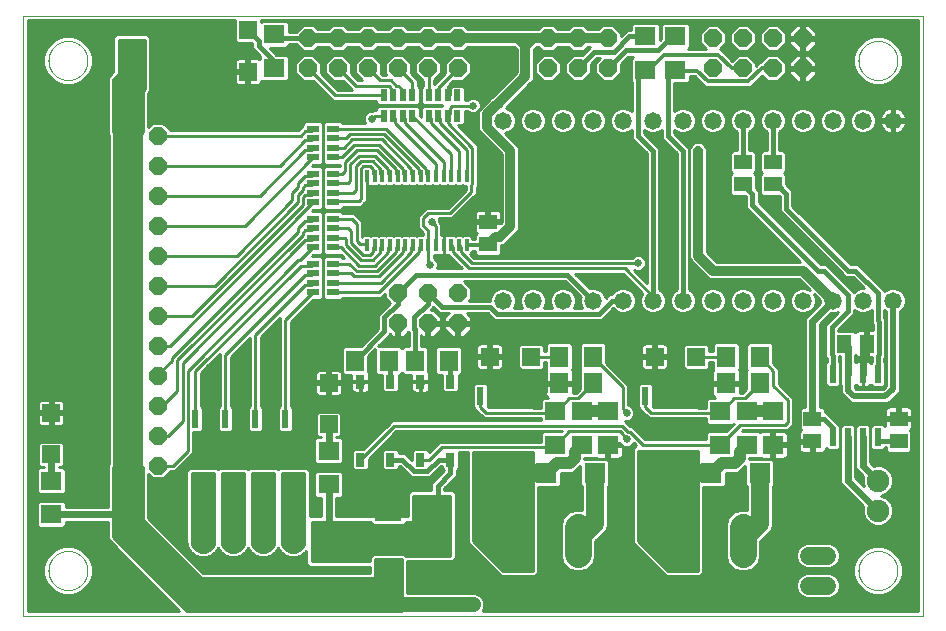
<source format=gtl>
G75*
%MOIN*%
%OFA0B0*%
%FSLAX25Y25*%
%IPPOS*%
%LPD*%
%AMOC8*
5,1,8,0,0,1.08239X$1,22.5*
%
%ADD10C,0.00300*%
%ADD11R,0.09000X0.09000*%
%ADD12OC8,0.06000*%
%ADD13C,0.06000*%
%ADD14R,0.05906X0.05118*%
%ADD15R,0.07098X0.06299*%
%ADD16C,0.05800*%
%ADD17C,0.09000*%
%ADD18R,0.02400X0.06000*%
%ADD19R,0.07087X0.06693*%
%ADD20R,0.03000X0.04500*%
%ADD21R,0.06299X0.07098*%
%ADD22R,0.07087X0.06299*%
%ADD23C,0.00000*%
%ADD24R,0.01200X0.03900*%
%ADD25R,0.04000X0.02400*%
%ADD26R,0.02400X0.04000*%
%ADD27C,0.07800*%
%ADD28R,0.05906X0.05906*%
%ADD29R,0.05118X0.05906*%
%ADD30C,0.07500*%
%ADD31C,0.03169*%
%ADD32C,0.01600*%
%ADD33C,0.01000*%
%ADD34C,0.02578*%
%ADD35C,0.02400*%
%ADD36C,0.10000*%
%ADD37C,0.05000*%
%ADD38C,0.02000*%
%ADD39C,0.03200*%
%ADD40C,0.01200*%
%ADD41C,0.04000*%
D10*
X0330000Y0290000D02*
X0330000Y0490000D01*
X0630000Y0490000D01*
X0630000Y0290000D01*
X0330000Y0290000D01*
D11*
X0451730Y0304150D03*
X0468270Y0304150D03*
X0468270Y0325850D03*
X0451730Y0325850D03*
X0387725Y0477500D03*
X0366025Y0477500D03*
D12*
X0365000Y0450000D03*
X0355000Y0450000D03*
X0355000Y0440000D03*
X0355000Y0430000D03*
X0365000Y0430000D03*
X0365000Y0440000D03*
X0375000Y0440000D03*
X0375000Y0430000D03*
X0375000Y0420000D03*
X0375000Y0410000D03*
X0375000Y0400000D03*
X0365000Y0400000D03*
X0365000Y0410000D03*
X0365000Y0420000D03*
X0355000Y0420000D03*
X0355000Y0410000D03*
X0355000Y0400000D03*
X0355000Y0390000D03*
X0355000Y0380000D03*
X0355000Y0370000D03*
X0365000Y0370000D03*
X0365000Y0380000D03*
X0365000Y0390000D03*
X0375000Y0390000D03*
X0375000Y0380000D03*
X0375000Y0370000D03*
X0375000Y0360000D03*
X0375000Y0350000D03*
X0375000Y0340000D03*
X0365000Y0340000D03*
X0365000Y0350000D03*
X0365000Y0360000D03*
X0355000Y0360000D03*
X0355000Y0350000D03*
X0355000Y0340000D03*
X0455000Y0387500D03*
X0455000Y0397500D03*
X0465000Y0397500D03*
X0465000Y0387500D03*
X0475000Y0387500D03*
X0475000Y0397500D03*
X0475000Y0472500D03*
X0475000Y0482500D03*
X0465000Y0482500D03*
X0465000Y0472500D03*
X0455000Y0472500D03*
X0455000Y0482500D03*
X0445000Y0482500D03*
X0445000Y0472500D03*
X0435000Y0472500D03*
X0435000Y0482500D03*
X0425000Y0482500D03*
X0425000Y0472500D03*
X0375000Y0450000D03*
X0505000Y0472500D03*
X0505000Y0482500D03*
X0515000Y0482500D03*
X0515000Y0472500D03*
X0525000Y0472500D03*
X0525000Y0482500D03*
X0560000Y0482500D03*
X0560000Y0472500D03*
X0570000Y0472500D03*
X0570000Y0482500D03*
X0580000Y0482500D03*
X0580000Y0472500D03*
X0590000Y0472500D03*
X0590000Y0482500D03*
D13*
X0575571Y0337500D02*
X0575571Y0320571D01*
X0570000Y0315000D01*
X0592000Y0310000D02*
X0598000Y0310000D01*
X0598000Y0300000D02*
X0592000Y0300000D01*
X0559429Y0337500D02*
X0545299Y0337500D01*
X0520571Y0337500D02*
X0520571Y0320571D01*
X0515000Y0315000D01*
X0504429Y0337500D02*
X0490299Y0337500D01*
D14*
X0485000Y0413760D03*
X0485000Y0421240D03*
X0570000Y0433760D03*
X0570000Y0441240D03*
X0580000Y0441240D03*
X0580000Y0433760D03*
X0593125Y0355615D03*
X0593125Y0348135D03*
X0621875Y0348135D03*
X0621875Y0355615D03*
D15*
X0580000Y0358098D03*
X0580000Y0346902D03*
X0562500Y0346902D03*
X0562500Y0358098D03*
X0525000Y0358098D03*
X0525000Y0346902D03*
X0507500Y0346902D03*
X0507500Y0358098D03*
X0431875Y0344973D03*
X0431875Y0333777D03*
X0339375Y0334973D03*
X0339375Y0323777D03*
X0413750Y0472527D03*
X0413750Y0483723D03*
X0537500Y0483098D03*
X0547500Y0483098D03*
X0547500Y0471902D03*
X0537500Y0471902D03*
D16*
X0540000Y0455000D03*
X0530000Y0455000D03*
X0520000Y0455000D03*
X0510000Y0455000D03*
X0500000Y0455000D03*
X0490000Y0455000D03*
X0550000Y0455000D03*
X0560000Y0455000D03*
X0570000Y0455000D03*
X0580000Y0455000D03*
X0590000Y0455000D03*
X0600000Y0455000D03*
X0610000Y0455000D03*
X0620000Y0455000D03*
X0620000Y0395000D03*
X0610000Y0395000D03*
X0600000Y0395000D03*
X0590000Y0395000D03*
X0580000Y0395000D03*
X0570000Y0395000D03*
X0560000Y0395000D03*
X0550000Y0395000D03*
X0540000Y0395000D03*
X0530000Y0395000D03*
X0520000Y0395000D03*
X0510000Y0395000D03*
X0500000Y0395000D03*
X0490000Y0395000D03*
D17*
X0495000Y0319500D02*
X0495000Y0310500D01*
X0515000Y0310500D02*
X0515000Y0319500D01*
X0550000Y0319500D02*
X0550000Y0310500D01*
X0570000Y0310500D02*
X0570000Y0319500D01*
D18*
X0552500Y0341900D03*
X0547500Y0341900D03*
X0542500Y0341900D03*
X0537500Y0341900D03*
X0537500Y0363100D03*
X0542500Y0363100D03*
X0547500Y0363100D03*
X0552500Y0363100D03*
X0600000Y0370600D03*
X0605000Y0370600D03*
X0610000Y0370600D03*
X0615000Y0370600D03*
X0615000Y0349400D03*
X0610000Y0349400D03*
X0605000Y0349400D03*
X0600000Y0349400D03*
X0497500Y0341900D03*
X0492500Y0341900D03*
X0487500Y0341900D03*
X0482500Y0341900D03*
X0482500Y0363100D03*
X0487500Y0363100D03*
X0492500Y0363100D03*
X0497500Y0363100D03*
X0422500Y0355600D03*
X0417500Y0355600D03*
X0412500Y0355600D03*
X0407500Y0355600D03*
X0402500Y0355600D03*
X0397500Y0355600D03*
X0392500Y0355600D03*
X0387500Y0355600D03*
X0387500Y0334400D03*
X0392500Y0334400D03*
X0397500Y0334400D03*
X0402500Y0334400D03*
X0407500Y0334400D03*
X0412500Y0334400D03*
X0417500Y0334400D03*
X0422500Y0334400D03*
D19*
X0504429Y0337500D03*
X0520571Y0337500D03*
X0559429Y0337500D03*
X0575571Y0337500D03*
D20*
X0472500Y0342000D03*
X0462500Y0342000D03*
X0452500Y0342000D03*
X0442500Y0342000D03*
X0442500Y0368000D03*
X0452500Y0368000D03*
X0462500Y0368000D03*
X0472500Y0368000D03*
D21*
X0471848Y0375000D03*
X0460652Y0375000D03*
X0451848Y0375000D03*
X0440652Y0375000D03*
X0508777Y0376250D03*
X0519973Y0376250D03*
X0519973Y0367500D03*
X0508777Y0367500D03*
X0564402Y0367500D03*
X0575598Y0367500D03*
X0575598Y0376250D03*
X0564402Y0376250D03*
D22*
X0571250Y0358012D03*
X0571250Y0346988D03*
X0516250Y0346988D03*
X0516250Y0358012D03*
D23*
X0608500Y0305000D02*
X0608502Y0305161D01*
X0608508Y0305321D01*
X0608518Y0305482D01*
X0608532Y0305642D01*
X0608550Y0305802D01*
X0608571Y0305961D01*
X0608597Y0306120D01*
X0608627Y0306278D01*
X0608660Y0306435D01*
X0608698Y0306592D01*
X0608739Y0306747D01*
X0608784Y0306901D01*
X0608833Y0307054D01*
X0608886Y0307206D01*
X0608942Y0307357D01*
X0609003Y0307506D01*
X0609066Y0307654D01*
X0609134Y0307800D01*
X0609205Y0307944D01*
X0609279Y0308086D01*
X0609357Y0308227D01*
X0609439Y0308365D01*
X0609524Y0308502D01*
X0609612Y0308636D01*
X0609704Y0308768D01*
X0609799Y0308898D01*
X0609897Y0309026D01*
X0609998Y0309151D01*
X0610102Y0309273D01*
X0610209Y0309393D01*
X0610319Y0309510D01*
X0610432Y0309625D01*
X0610548Y0309736D01*
X0610667Y0309845D01*
X0610788Y0309950D01*
X0610912Y0310053D01*
X0611038Y0310153D01*
X0611166Y0310249D01*
X0611297Y0310342D01*
X0611431Y0310432D01*
X0611566Y0310519D01*
X0611704Y0310602D01*
X0611843Y0310682D01*
X0611985Y0310758D01*
X0612128Y0310831D01*
X0612273Y0310900D01*
X0612420Y0310966D01*
X0612568Y0311028D01*
X0612718Y0311086D01*
X0612869Y0311141D01*
X0613022Y0311192D01*
X0613176Y0311239D01*
X0613331Y0311282D01*
X0613487Y0311321D01*
X0613643Y0311357D01*
X0613801Y0311388D01*
X0613959Y0311416D01*
X0614118Y0311440D01*
X0614278Y0311460D01*
X0614438Y0311476D01*
X0614598Y0311488D01*
X0614759Y0311496D01*
X0614920Y0311500D01*
X0615080Y0311500D01*
X0615241Y0311496D01*
X0615402Y0311488D01*
X0615562Y0311476D01*
X0615722Y0311460D01*
X0615882Y0311440D01*
X0616041Y0311416D01*
X0616199Y0311388D01*
X0616357Y0311357D01*
X0616513Y0311321D01*
X0616669Y0311282D01*
X0616824Y0311239D01*
X0616978Y0311192D01*
X0617131Y0311141D01*
X0617282Y0311086D01*
X0617432Y0311028D01*
X0617580Y0310966D01*
X0617727Y0310900D01*
X0617872Y0310831D01*
X0618015Y0310758D01*
X0618157Y0310682D01*
X0618296Y0310602D01*
X0618434Y0310519D01*
X0618569Y0310432D01*
X0618703Y0310342D01*
X0618834Y0310249D01*
X0618962Y0310153D01*
X0619088Y0310053D01*
X0619212Y0309950D01*
X0619333Y0309845D01*
X0619452Y0309736D01*
X0619568Y0309625D01*
X0619681Y0309510D01*
X0619791Y0309393D01*
X0619898Y0309273D01*
X0620002Y0309151D01*
X0620103Y0309026D01*
X0620201Y0308898D01*
X0620296Y0308768D01*
X0620388Y0308636D01*
X0620476Y0308502D01*
X0620561Y0308365D01*
X0620643Y0308227D01*
X0620721Y0308086D01*
X0620795Y0307944D01*
X0620866Y0307800D01*
X0620934Y0307654D01*
X0620997Y0307506D01*
X0621058Y0307357D01*
X0621114Y0307206D01*
X0621167Y0307054D01*
X0621216Y0306901D01*
X0621261Y0306747D01*
X0621302Y0306592D01*
X0621340Y0306435D01*
X0621373Y0306278D01*
X0621403Y0306120D01*
X0621429Y0305961D01*
X0621450Y0305802D01*
X0621468Y0305642D01*
X0621482Y0305482D01*
X0621492Y0305321D01*
X0621498Y0305161D01*
X0621500Y0305000D01*
X0621498Y0304839D01*
X0621492Y0304679D01*
X0621482Y0304518D01*
X0621468Y0304358D01*
X0621450Y0304198D01*
X0621429Y0304039D01*
X0621403Y0303880D01*
X0621373Y0303722D01*
X0621340Y0303565D01*
X0621302Y0303408D01*
X0621261Y0303253D01*
X0621216Y0303099D01*
X0621167Y0302946D01*
X0621114Y0302794D01*
X0621058Y0302643D01*
X0620997Y0302494D01*
X0620934Y0302346D01*
X0620866Y0302200D01*
X0620795Y0302056D01*
X0620721Y0301914D01*
X0620643Y0301773D01*
X0620561Y0301635D01*
X0620476Y0301498D01*
X0620388Y0301364D01*
X0620296Y0301232D01*
X0620201Y0301102D01*
X0620103Y0300974D01*
X0620002Y0300849D01*
X0619898Y0300727D01*
X0619791Y0300607D01*
X0619681Y0300490D01*
X0619568Y0300375D01*
X0619452Y0300264D01*
X0619333Y0300155D01*
X0619212Y0300050D01*
X0619088Y0299947D01*
X0618962Y0299847D01*
X0618834Y0299751D01*
X0618703Y0299658D01*
X0618569Y0299568D01*
X0618434Y0299481D01*
X0618296Y0299398D01*
X0618157Y0299318D01*
X0618015Y0299242D01*
X0617872Y0299169D01*
X0617727Y0299100D01*
X0617580Y0299034D01*
X0617432Y0298972D01*
X0617282Y0298914D01*
X0617131Y0298859D01*
X0616978Y0298808D01*
X0616824Y0298761D01*
X0616669Y0298718D01*
X0616513Y0298679D01*
X0616357Y0298643D01*
X0616199Y0298612D01*
X0616041Y0298584D01*
X0615882Y0298560D01*
X0615722Y0298540D01*
X0615562Y0298524D01*
X0615402Y0298512D01*
X0615241Y0298504D01*
X0615080Y0298500D01*
X0614920Y0298500D01*
X0614759Y0298504D01*
X0614598Y0298512D01*
X0614438Y0298524D01*
X0614278Y0298540D01*
X0614118Y0298560D01*
X0613959Y0298584D01*
X0613801Y0298612D01*
X0613643Y0298643D01*
X0613487Y0298679D01*
X0613331Y0298718D01*
X0613176Y0298761D01*
X0613022Y0298808D01*
X0612869Y0298859D01*
X0612718Y0298914D01*
X0612568Y0298972D01*
X0612420Y0299034D01*
X0612273Y0299100D01*
X0612128Y0299169D01*
X0611985Y0299242D01*
X0611843Y0299318D01*
X0611704Y0299398D01*
X0611566Y0299481D01*
X0611431Y0299568D01*
X0611297Y0299658D01*
X0611166Y0299751D01*
X0611038Y0299847D01*
X0610912Y0299947D01*
X0610788Y0300050D01*
X0610667Y0300155D01*
X0610548Y0300264D01*
X0610432Y0300375D01*
X0610319Y0300490D01*
X0610209Y0300607D01*
X0610102Y0300727D01*
X0609998Y0300849D01*
X0609897Y0300974D01*
X0609799Y0301102D01*
X0609704Y0301232D01*
X0609612Y0301364D01*
X0609524Y0301498D01*
X0609439Y0301635D01*
X0609357Y0301773D01*
X0609279Y0301914D01*
X0609205Y0302056D01*
X0609134Y0302200D01*
X0609066Y0302346D01*
X0609003Y0302494D01*
X0608942Y0302643D01*
X0608886Y0302794D01*
X0608833Y0302946D01*
X0608784Y0303099D01*
X0608739Y0303253D01*
X0608698Y0303408D01*
X0608660Y0303565D01*
X0608627Y0303722D01*
X0608597Y0303880D01*
X0608571Y0304039D01*
X0608550Y0304198D01*
X0608532Y0304358D01*
X0608518Y0304518D01*
X0608508Y0304679D01*
X0608502Y0304839D01*
X0608500Y0305000D01*
X0608500Y0475000D02*
X0608502Y0475161D01*
X0608508Y0475321D01*
X0608518Y0475482D01*
X0608532Y0475642D01*
X0608550Y0475802D01*
X0608571Y0475961D01*
X0608597Y0476120D01*
X0608627Y0476278D01*
X0608660Y0476435D01*
X0608698Y0476592D01*
X0608739Y0476747D01*
X0608784Y0476901D01*
X0608833Y0477054D01*
X0608886Y0477206D01*
X0608942Y0477357D01*
X0609003Y0477506D01*
X0609066Y0477654D01*
X0609134Y0477800D01*
X0609205Y0477944D01*
X0609279Y0478086D01*
X0609357Y0478227D01*
X0609439Y0478365D01*
X0609524Y0478502D01*
X0609612Y0478636D01*
X0609704Y0478768D01*
X0609799Y0478898D01*
X0609897Y0479026D01*
X0609998Y0479151D01*
X0610102Y0479273D01*
X0610209Y0479393D01*
X0610319Y0479510D01*
X0610432Y0479625D01*
X0610548Y0479736D01*
X0610667Y0479845D01*
X0610788Y0479950D01*
X0610912Y0480053D01*
X0611038Y0480153D01*
X0611166Y0480249D01*
X0611297Y0480342D01*
X0611431Y0480432D01*
X0611566Y0480519D01*
X0611704Y0480602D01*
X0611843Y0480682D01*
X0611985Y0480758D01*
X0612128Y0480831D01*
X0612273Y0480900D01*
X0612420Y0480966D01*
X0612568Y0481028D01*
X0612718Y0481086D01*
X0612869Y0481141D01*
X0613022Y0481192D01*
X0613176Y0481239D01*
X0613331Y0481282D01*
X0613487Y0481321D01*
X0613643Y0481357D01*
X0613801Y0481388D01*
X0613959Y0481416D01*
X0614118Y0481440D01*
X0614278Y0481460D01*
X0614438Y0481476D01*
X0614598Y0481488D01*
X0614759Y0481496D01*
X0614920Y0481500D01*
X0615080Y0481500D01*
X0615241Y0481496D01*
X0615402Y0481488D01*
X0615562Y0481476D01*
X0615722Y0481460D01*
X0615882Y0481440D01*
X0616041Y0481416D01*
X0616199Y0481388D01*
X0616357Y0481357D01*
X0616513Y0481321D01*
X0616669Y0481282D01*
X0616824Y0481239D01*
X0616978Y0481192D01*
X0617131Y0481141D01*
X0617282Y0481086D01*
X0617432Y0481028D01*
X0617580Y0480966D01*
X0617727Y0480900D01*
X0617872Y0480831D01*
X0618015Y0480758D01*
X0618157Y0480682D01*
X0618296Y0480602D01*
X0618434Y0480519D01*
X0618569Y0480432D01*
X0618703Y0480342D01*
X0618834Y0480249D01*
X0618962Y0480153D01*
X0619088Y0480053D01*
X0619212Y0479950D01*
X0619333Y0479845D01*
X0619452Y0479736D01*
X0619568Y0479625D01*
X0619681Y0479510D01*
X0619791Y0479393D01*
X0619898Y0479273D01*
X0620002Y0479151D01*
X0620103Y0479026D01*
X0620201Y0478898D01*
X0620296Y0478768D01*
X0620388Y0478636D01*
X0620476Y0478502D01*
X0620561Y0478365D01*
X0620643Y0478227D01*
X0620721Y0478086D01*
X0620795Y0477944D01*
X0620866Y0477800D01*
X0620934Y0477654D01*
X0620997Y0477506D01*
X0621058Y0477357D01*
X0621114Y0477206D01*
X0621167Y0477054D01*
X0621216Y0476901D01*
X0621261Y0476747D01*
X0621302Y0476592D01*
X0621340Y0476435D01*
X0621373Y0476278D01*
X0621403Y0476120D01*
X0621429Y0475961D01*
X0621450Y0475802D01*
X0621468Y0475642D01*
X0621482Y0475482D01*
X0621492Y0475321D01*
X0621498Y0475161D01*
X0621500Y0475000D01*
X0621498Y0474839D01*
X0621492Y0474679D01*
X0621482Y0474518D01*
X0621468Y0474358D01*
X0621450Y0474198D01*
X0621429Y0474039D01*
X0621403Y0473880D01*
X0621373Y0473722D01*
X0621340Y0473565D01*
X0621302Y0473408D01*
X0621261Y0473253D01*
X0621216Y0473099D01*
X0621167Y0472946D01*
X0621114Y0472794D01*
X0621058Y0472643D01*
X0620997Y0472494D01*
X0620934Y0472346D01*
X0620866Y0472200D01*
X0620795Y0472056D01*
X0620721Y0471914D01*
X0620643Y0471773D01*
X0620561Y0471635D01*
X0620476Y0471498D01*
X0620388Y0471364D01*
X0620296Y0471232D01*
X0620201Y0471102D01*
X0620103Y0470974D01*
X0620002Y0470849D01*
X0619898Y0470727D01*
X0619791Y0470607D01*
X0619681Y0470490D01*
X0619568Y0470375D01*
X0619452Y0470264D01*
X0619333Y0470155D01*
X0619212Y0470050D01*
X0619088Y0469947D01*
X0618962Y0469847D01*
X0618834Y0469751D01*
X0618703Y0469658D01*
X0618569Y0469568D01*
X0618434Y0469481D01*
X0618296Y0469398D01*
X0618157Y0469318D01*
X0618015Y0469242D01*
X0617872Y0469169D01*
X0617727Y0469100D01*
X0617580Y0469034D01*
X0617432Y0468972D01*
X0617282Y0468914D01*
X0617131Y0468859D01*
X0616978Y0468808D01*
X0616824Y0468761D01*
X0616669Y0468718D01*
X0616513Y0468679D01*
X0616357Y0468643D01*
X0616199Y0468612D01*
X0616041Y0468584D01*
X0615882Y0468560D01*
X0615722Y0468540D01*
X0615562Y0468524D01*
X0615402Y0468512D01*
X0615241Y0468504D01*
X0615080Y0468500D01*
X0614920Y0468500D01*
X0614759Y0468504D01*
X0614598Y0468512D01*
X0614438Y0468524D01*
X0614278Y0468540D01*
X0614118Y0468560D01*
X0613959Y0468584D01*
X0613801Y0468612D01*
X0613643Y0468643D01*
X0613487Y0468679D01*
X0613331Y0468718D01*
X0613176Y0468761D01*
X0613022Y0468808D01*
X0612869Y0468859D01*
X0612718Y0468914D01*
X0612568Y0468972D01*
X0612420Y0469034D01*
X0612273Y0469100D01*
X0612128Y0469169D01*
X0611985Y0469242D01*
X0611843Y0469318D01*
X0611704Y0469398D01*
X0611566Y0469481D01*
X0611431Y0469568D01*
X0611297Y0469658D01*
X0611166Y0469751D01*
X0611038Y0469847D01*
X0610912Y0469947D01*
X0610788Y0470050D01*
X0610667Y0470155D01*
X0610548Y0470264D01*
X0610432Y0470375D01*
X0610319Y0470490D01*
X0610209Y0470607D01*
X0610102Y0470727D01*
X0609998Y0470849D01*
X0609897Y0470974D01*
X0609799Y0471102D01*
X0609704Y0471232D01*
X0609612Y0471364D01*
X0609524Y0471498D01*
X0609439Y0471635D01*
X0609357Y0471773D01*
X0609279Y0471914D01*
X0609205Y0472056D01*
X0609134Y0472200D01*
X0609066Y0472346D01*
X0609003Y0472494D01*
X0608942Y0472643D01*
X0608886Y0472794D01*
X0608833Y0472946D01*
X0608784Y0473099D01*
X0608739Y0473253D01*
X0608698Y0473408D01*
X0608660Y0473565D01*
X0608627Y0473722D01*
X0608597Y0473880D01*
X0608571Y0474039D01*
X0608550Y0474198D01*
X0608532Y0474358D01*
X0608518Y0474518D01*
X0608508Y0474679D01*
X0608502Y0474839D01*
X0608500Y0475000D01*
X0338500Y0475000D02*
X0338502Y0475161D01*
X0338508Y0475321D01*
X0338518Y0475482D01*
X0338532Y0475642D01*
X0338550Y0475802D01*
X0338571Y0475961D01*
X0338597Y0476120D01*
X0338627Y0476278D01*
X0338660Y0476435D01*
X0338698Y0476592D01*
X0338739Y0476747D01*
X0338784Y0476901D01*
X0338833Y0477054D01*
X0338886Y0477206D01*
X0338942Y0477357D01*
X0339003Y0477506D01*
X0339066Y0477654D01*
X0339134Y0477800D01*
X0339205Y0477944D01*
X0339279Y0478086D01*
X0339357Y0478227D01*
X0339439Y0478365D01*
X0339524Y0478502D01*
X0339612Y0478636D01*
X0339704Y0478768D01*
X0339799Y0478898D01*
X0339897Y0479026D01*
X0339998Y0479151D01*
X0340102Y0479273D01*
X0340209Y0479393D01*
X0340319Y0479510D01*
X0340432Y0479625D01*
X0340548Y0479736D01*
X0340667Y0479845D01*
X0340788Y0479950D01*
X0340912Y0480053D01*
X0341038Y0480153D01*
X0341166Y0480249D01*
X0341297Y0480342D01*
X0341431Y0480432D01*
X0341566Y0480519D01*
X0341704Y0480602D01*
X0341843Y0480682D01*
X0341985Y0480758D01*
X0342128Y0480831D01*
X0342273Y0480900D01*
X0342420Y0480966D01*
X0342568Y0481028D01*
X0342718Y0481086D01*
X0342869Y0481141D01*
X0343022Y0481192D01*
X0343176Y0481239D01*
X0343331Y0481282D01*
X0343487Y0481321D01*
X0343643Y0481357D01*
X0343801Y0481388D01*
X0343959Y0481416D01*
X0344118Y0481440D01*
X0344278Y0481460D01*
X0344438Y0481476D01*
X0344598Y0481488D01*
X0344759Y0481496D01*
X0344920Y0481500D01*
X0345080Y0481500D01*
X0345241Y0481496D01*
X0345402Y0481488D01*
X0345562Y0481476D01*
X0345722Y0481460D01*
X0345882Y0481440D01*
X0346041Y0481416D01*
X0346199Y0481388D01*
X0346357Y0481357D01*
X0346513Y0481321D01*
X0346669Y0481282D01*
X0346824Y0481239D01*
X0346978Y0481192D01*
X0347131Y0481141D01*
X0347282Y0481086D01*
X0347432Y0481028D01*
X0347580Y0480966D01*
X0347727Y0480900D01*
X0347872Y0480831D01*
X0348015Y0480758D01*
X0348157Y0480682D01*
X0348296Y0480602D01*
X0348434Y0480519D01*
X0348569Y0480432D01*
X0348703Y0480342D01*
X0348834Y0480249D01*
X0348962Y0480153D01*
X0349088Y0480053D01*
X0349212Y0479950D01*
X0349333Y0479845D01*
X0349452Y0479736D01*
X0349568Y0479625D01*
X0349681Y0479510D01*
X0349791Y0479393D01*
X0349898Y0479273D01*
X0350002Y0479151D01*
X0350103Y0479026D01*
X0350201Y0478898D01*
X0350296Y0478768D01*
X0350388Y0478636D01*
X0350476Y0478502D01*
X0350561Y0478365D01*
X0350643Y0478227D01*
X0350721Y0478086D01*
X0350795Y0477944D01*
X0350866Y0477800D01*
X0350934Y0477654D01*
X0350997Y0477506D01*
X0351058Y0477357D01*
X0351114Y0477206D01*
X0351167Y0477054D01*
X0351216Y0476901D01*
X0351261Y0476747D01*
X0351302Y0476592D01*
X0351340Y0476435D01*
X0351373Y0476278D01*
X0351403Y0476120D01*
X0351429Y0475961D01*
X0351450Y0475802D01*
X0351468Y0475642D01*
X0351482Y0475482D01*
X0351492Y0475321D01*
X0351498Y0475161D01*
X0351500Y0475000D01*
X0351498Y0474839D01*
X0351492Y0474679D01*
X0351482Y0474518D01*
X0351468Y0474358D01*
X0351450Y0474198D01*
X0351429Y0474039D01*
X0351403Y0473880D01*
X0351373Y0473722D01*
X0351340Y0473565D01*
X0351302Y0473408D01*
X0351261Y0473253D01*
X0351216Y0473099D01*
X0351167Y0472946D01*
X0351114Y0472794D01*
X0351058Y0472643D01*
X0350997Y0472494D01*
X0350934Y0472346D01*
X0350866Y0472200D01*
X0350795Y0472056D01*
X0350721Y0471914D01*
X0350643Y0471773D01*
X0350561Y0471635D01*
X0350476Y0471498D01*
X0350388Y0471364D01*
X0350296Y0471232D01*
X0350201Y0471102D01*
X0350103Y0470974D01*
X0350002Y0470849D01*
X0349898Y0470727D01*
X0349791Y0470607D01*
X0349681Y0470490D01*
X0349568Y0470375D01*
X0349452Y0470264D01*
X0349333Y0470155D01*
X0349212Y0470050D01*
X0349088Y0469947D01*
X0348962Y0469847D01*
X0348834Y0469751D01*
X0348703Y0469658D01*
X0348569Y0469568D01*
X0348434Y0469481D01*
X0348296Y0469398D01*
X0348157Y0469318D01*
X0348015Y0469242D01*
X0347872Y0469169D01*
X0347727Y0469100D01*
X0347580Y0469034D01*
X0347432Y0468972D01*
X0347282Y0468914D01*
X0347131Y0468859D01*
X0346978Y0468808D01*
X0346824Y0468761D01*
X0346669Y0468718D01*
X0346513Y0468679D01*
X0346357Y0468643D01*
X0346199Y0468612D01*
X0346041Y0468584D01*
X0345882Y0468560D01*
X0345722Y0468540D01*
X0345562Y0468524D01*
X0345402Y0468512D01*
X0345241Y0468504D01*
X0345080Y0468500D01*
X0344920Y0468500D01*
X0344759Y0468504D01*
X0344598Y0468512D01*
X0344438Y0468524D01*
X0344278Y0468540D01*
X0344118Y0468560D01*
X0343959Y0468584D01*
X0343801Y0468612D01*
X0343643Y0468643D01*
X0343487Y0468679D01*
X0343331Y0468718D01*
X0343176Y0468761D01*
X0343022Y0468808D01*
X0342869Y0468859D01*
X0342718Y0468914D01*
X0342568Y0468972D01*
X0342420Y0469034D01*
X0342273Y0469100D01*
X0342128Y0469169D01*
X0341985Y0469242D01*
X0341843Y0469318D01*
X0341704Y0469398D01*
X0341566Y0469481D01*
X0341431Y0469568D01*
X0341297Y0469658D01*
X0341166Y0469751D01*
X0341038Y0469847D01*
X0340912Y0469947D01*
X0340788Y0470050D01*
X0340667Y0470155D01*
X0340548Y0470264D01*
X0340432Y0470375D01*
X0340319Y0470490D01*
X0340209Y0470607D01*
X0340102Y0470727D01*
X0339998Y0470849D01*
X0339897Y0470974D01*
X0339799Y0471102D01*
X0339704Y0471232D01*
X0339612Y0471364D01*
X0339524Y0471498D01*
X0339439Y0471635D01*
X0339357Y0471773D01*
X0339279Y0471914D01*
X0339205Y0472056D01*
X0339134Y0472200D01*
X0339066Y0472346D01*
X0339003Y0472494D01*
X0338942Y0472643D01*
X0338886Y0472794D01*
X0338833Y0472946D01*
X0338784Y0473099D01*
X0338739Y0473253D01*
X0338698Y0473408D01*
X0338660Y0473565D01*
X0338627Y0473722D01*
X0338597Y0473880D01*
X0338571Y0474039D01*
X0338550Y0474198D01*
X0338532Y0474358D01*
X0338518Y0474518D01*
X0338508Y0474679D01*
X0338502Y0474839D01*
X0338500Y0475000D01*
X0338500Y0305000D02*
X0338502Y0305161D01*
X0338508Y0305321D01*
X0338518Y0305482D01*
X0338532Y0305642D01*
X0338550Y0305802D01*
X0338571Y0305961D01*
X0338597Y0306120D01*
X0338627Y0306278D01*
X0338660Y0306435D01*
X0338698Y0306592D01*
X0338739Y0306747D01*
X0338784Y0306901D01*
X0338833Y0307054D01*
X0338886Y0307206D01*
X0338942Y0307357D01*
X0339003Y0307506D01*
X0339066Y0307654D01*
X0339134Y0307800D01*
X0339205Y0307944D01*
X0339279Y0308086D01*
X0339357Y0308227D01*
X0339439Y0308365D01*
X0339524Y0308502D01*
X0339612Y0308636D01*
X0339704Y0308768D01*
X0339799Y0308898D01*
X0339897Y0309026D01*
X0339998Y0309151D01*
X0340102Y0309273D01*
X0340209Y0309393D01*
X0340319Y0309510D01*
X0340432Y0309625D01*
X0340548Y0309736D01*
X0340667Y0309845D01*
X0340788Y0309950D01*
X0340912Y0310053D01*
X0341038Y0310153D01*
X0341166Y0310249D01*
X0341297Y0310342D01*
X0341431Y0310432D01*
X0341566Y0310519D01*
X0341704Y0310602D01*
X0341843Y0310682D01*
X0341985Y0310758D01*
X0342128Y0310831D01*
X0342273Y0310900D01*
X0342420Y0310966D01*
X0342568Y0311028D01*
X0342718Y0311086D01*
X0342869Y0311141D01*
X0343022Y0311192D01*
X0343176Y0311239D01*
X0343331Y0311282D01*
X0343487Y0311321D01*
X0343643Y0311357D01*
X0343801Y0311388D01*
X0343959Y0311416D01*
X0344118Y0311440D01*
X0344278Y0311460D01*
X0344438Y0311476D01*
X0344598Y0311488D01*
X0344759Y0311496D01*
X0344920Y0311500D01*
X0345080Y0311500D01*
X0345241Y0311496D01*
X0345402Y0311488D01*
X0345562Y0311476D01*
X0345722Y0311460D01*
X0345882Y0311440D01*
X0346041Y0311416D01*
X0346199Y0311388D01*
X0346357Y0311357D01*
X0346513Y0311321D01*
X0346669Y0311282D01*
X0346824Y0311239D01*
X0346978Y0311192D01*
X0347131Y0311141D01*
X0347282Y0311086D01*
X0347432Y0311028D01*
X0347580Y0310966D01*
X0347727Y0310900D01*
X0347872Y0310831D01*
X0348015Y0310758D01*
X0348157Y0310682D01*
X0348296Y0310602D01*
X0348434Y0310519D01*
X0348569Y0310432D01*
X0348703Y0310342D01*
X0348834Y0310249D01*
X0348962Y0310153D01*
X0349088Y0310053D01*
X0349212Y0309950D01*
X0349333Y0309845D01*
X0349452Y0309736D01*
X0349568Y0309625D01*
X0349681Y0309510D01*
X0349791Y0309393D01*
X0349898Y0309273D01*
X0350002Y0309151D01*
X0350103Y0309026D01*
X0350201Y0308898D01*
X0350296Y0308768D01*
X0350388Y0308636D01*
X0350476Y0308502D01*
X0350561Y0308365D01*
X0350643Y0308227D01*
X0350721Y0308086D01*
X0350795Y0307944D01*
X0350866Y0307800D01*
X0350934Y0307654D01*
X0350997Y0307506D01*
X0351058Y0307357D01*
X0351114Y0307206D01*
X0351167Y0307054D01*
X0351216Y0306901D01*
X0351261Y0306747D01*
X0351302Y0306592D01*
X0351340Y0306435D01*
X0351373Y0306278D01*
X0351403Y0306120D01*
X0351429Y0305961D01*
X0351450Y0305802D01*
X0351468Y0305642D01*
X0351482Y0305482D01*
X0351492Y0305321D01*
X0351498Y0305161D01*
X0351500Y0305000D01*
X0351498Y0304839D01*
X0351492Y0304679D01*
X0351482Y0304518D01*
X0351468Y0304358D01*
X0351450Y0304198D01*
X0351429Y0304039D01*
X0351403Y0303880D01*
X0351373Y0303722D01*
X0351340Y0303565D01*
X0351302Y0303408D01*
X0351261Y0303253D01*
X0351216Y0303099D01*
X0351167Y0302946D01*
X0351114Y0302794D01*
X0351058Y0302643D01*
X0350997Y0302494D01*
X0350934Y0302346D01*
X0350866Y0302200D01*
X0350795Y0302056D01*
X0350721Y0301914D01*
X0350643Y0301773D01*
X0350561Y0301635D01*
X0350476Y0301498D01*
X0350388Y0301364D01*
X0350296Y0301232D01*
X0350201Y0301102D01*
X0350103Y0300974D01*
X0350002Y0300849D01*
X0349898Y0300727D01*
X0349791Y0300607D01*
X0349681Y0300490D01*
X0349568Y0300375D01*
X0349452Y0300264D01*
X0349333Y0300155D01*
X0349212Y0300050D01*
X0349088Y0299947D01*
X0348962Y0299847D01*
X0348834Y0299751D01*
X0348703Y0299658D01*
X0348569Y0299568D01*
X0348434Y0299481D01*
X0348296Y0299398D01*
X0348157Y0299318D01*
X0348015Y0299242D01*
X0347872Y0299169D01*
X0347727Y0299100D01*
X0347580Y0299034D01*
X0347432Y0298972D01*
X0347282Y0298914D01*
X0347131Y0298859D01*
X0346978Y0298808D01*
X0346824Y0298761D01*
X0346669Y0298718D01*
X0346513Y0298679D01*
X0346357Y0298643D01*
X0346199Y0298612D01*
X0346041Y0298584D01*
X0345882Y0298560D01*
X0345722Y0298540D01*
X0345562Y0298524D01*
X0345402Y0298512D01*
X0345241Y0298504D01*
X0345080Y0298500D01*
X0344920Y0298500D01*
X0344759Y0298504D01*
X0344598Y0298512D01*
X0344438Y0298524D01*
X0344278Y0298540D01*
X0344118Y0298560D01*
X0343959Y0298584D01*
X0343801Y0298612D01*
X0343643Y0298643D01*
X0343487Y0298679D01*
X0343331Y0298718D01*
X0343176Y0298761D01*
X0343022Y0298808D01*
X0342869Y0298859D01*
X0342718Y0298914D01*
X0342568Y0298972D01*
X0342420Y0299034D01*
X0342273Y0299100D01*
X0342128Y0299169D01*
X0341985Y0299242D01*
X0341843Y0299318D01*
X0341704Y0299398D01*
X0341566Y0299481D01*
X0341431Y0299568D01*
X0341297Y0299658D01*
X0341166Y0299751D01*
X0341038Y0299847D01*
X0340912Y0299947D01*
X0340788Y0300050D01*
X0340667Y0300155D01*
X0340548Y0300264D01*
X0340432Y0300375D01*
X0340319Y0300490D01*
X0340209Y0300607D01*
X0340102Y0300727D01*
X0339998Y0300849D01*
X0339897Y0300974D01*
X0339799Y0301102D01*
X0339704Y0301232D01*
X0339612Y0301364D01*
X0339524Y0301498D01*
X0339439Y0301635D01*
X0339357Y0301773D01*
X0339279Y0301914D01*
X0339205Y0302056D01*
X0339134Y0302200D01*
X0339066Y0302346D01*
X0339003Y0302494D01*
X0338942Y0302643D01*
X0338886Y0302794D01*
X0338833Y0302946D01*
X0338784Y0303099D01*
X0338739Y0303253D01*
X0338698Y0303408D01*
X0338660Y0303565D01*
X0338627Y0303722D01*
X0338597Y0303880D01*
X0338571Y0304039D01*
X0338550Y0304198D01*
X0338532Y0304358D01*
X0338518Y0304518D01*
X0338508Y0304679D01*
X0338502Y0304839D01*
X0338500Y0305000D01*
D24*
X0444616Y0413513D03*
X0447175Y0413513D03*
X0449734Y0413513D03*
X0452293Y0413513D03*
X0454852Y0413513D03*
X0457411Y0413513D03*
X0459970Y0413513D03*
X0462530Y0413513D03*
X0465089Y0413513D03*
X0467648Y0413513D03*
X0470207Y0413513D03*
X0472766Y0413513D03*
X0475325Y0413513D03*
X0477884Y0413513D03*
X0477884Y0436487D03*
X0475325Y0436487D03*
X0472766Y0436487D03*
X0470207Y0436487D03*
X0467648Y0436487D03*
X0465089Y0436487D03*
X0462530Y0436487D03*
X0459970Y0436487D03*
X0457411Y0436487D03*
X0454852Y0436487D03*
X0452293Y0436487D03*
X0449734Y0436487D03*
X0447175Y0436487D03*
X0444616Y0436487D03*
D25*
X0433350Y0437300D03*
X0433350Y0434100D03*
X0433350Y0430900D03*
X0433350Y0427700D03*
X0433350Y0422300D03*
X0433350Y0419100D03*
X0433350Y0415900D03*
X0433350Y0412700D03*
X0433350Y0407300D03*
X0433350Y0404100D03*
X0433350Y0400900D03*
X0433350Y0397700D03*
X0426650Y0397700D03*
X0426650Y0400900D03*
X0426650Y0404100D03*
X0426650Y0407300D03*
X0426650Y0412700D03*
X0426650Y0415900D03*
X0426650Y0419100D03*
X0426650Y0422300D03*
X0426650Y0427700D03*
X0426650Y0430900D03*
X0426650Y0434100D03*
X0426650Y0437300D03*
X0426650Y0442700D03*
X0426650Y0445900D03*
X0426650Y0449100D03*
X0426650Y0452300D03*
X0433350Y0452300D03*
X0433350Y0449100D03*
X0433350Y0445900D03*
X0433350Y0442700D03*
D26*
X0450200Y0456650D03*
X0453400Y0456650D03*
X0456600Y0456650D03*
X0459800Y0456650D03*
X0465200Y0456650D03*
X0468400Y0456650D03*
X0471600Y0456650D03*
X0474800Y0456650D03*
X0474800Y0463350D03*
X0471600Y0463350D03*
X0468400Y0463350D03*
X0465200Y0463350D03*
X0459800Y0463350D03*
X0456600Y0463350D03*
X0453400Y0463350D03*
X0450200Y0463350D03*
D27*
X0430000Y0315000D03*
X0420000Y0315000D03*
X0410000Y0315000D03*
X0400000Y0315000D03*
X0390000Y0315000D03*
D28*
X0431875Y0353735D03*
X0431875Y0367515D03*
X0485610Y0376250D03*
X0499390Y0376250D03*
X0540610Y0376250D03*
X0554390Y0376250D03*
X0405000Y0471235D03*
X0405000Y0485015D03*
X0339375Y0357515D03*
X0339375Y0343735D03*
D29*
X0603760Y0380625D03*
X0611240Y0380625D03*
D30*
X0615000Y0335000D03*
X0615000Y0325000D03*
D31*
X0557500Y0369375D03*
X0552500Y0369375D03*
X0547500Y0369375D03*
X0542500Y0369375D03*
X0537500Y0369375D03*
X0502500Y0369375D03*
X0497500Y0369375D03*
X0492500Y0369375D03*
X0487500Y0369375D03*
X0482500Y0369375D03*
X0467500Y0367500D03*
X0447500Y0367500D03*
X0422500Y0367500D03*
X0422500Y0362500D03*
X0422500Y0372500D03*
X0412500Y0372500D03*
X0412500Y0367500D03*
X0412500Y0362500D03*
X0402500Y0362500D03*
X0402500Y0367500D03*
X0402500Y0372500D03*
X0392500Y0372500D03*
X0392500Y0367500D03*
X0392500Y0362500D03*
X0480000Y0293750D03*
X0485000Y0435000D03*
X0492500Y0445000D03*
X0555000Y0445000D03*
D32*
X0550000Y0445000D02*
X0545000Y0450000D01*
X0545000Y0469402D01*
X0547174Y0471576D01*
X0547500Y0471902D01*
X0541712Y0478349D02*
X0546462Y0483098D01*
X0547500Y0483098D01*
X0541712Y0478349D02*
X0530849Y0478349D01*
X0525000Y0472500D01*
X0526905Y0477900D02*
X0520400Y0477900D01*
X0515000Y0472500D01*
X0526905Y0477900D02*
X0532104Y0483098D01*
X0537500Y0483098D01*
X0537500Y0471902D02*
X0535000Y0469402D01*
X0535000Y0450000D01*
X0540000Y0445000D01*
X0540000Y0395000D01*
X0530000Y0395000D02*
X0526364Y0395000D01*
X0521864Y0390500D01*
X0488136Y0390500D01*
X0485736Y0392900D01*
X0469600Y0392900D01*
X0465000Y0397500D01*
X0465000Y0394005D01*
X0460400Y0389405D01*
X0460400Y0385595D01*
X0460652Y0385343D01*
X0460652Y0375000D01*
X0462500Y0368000D02*
X0463000Y0367500D01*
X0472500Y0368000D02*
X0472500Y0374348D01*
X0471848Y0375000D01*
X0452500Y0374348D02*
X0452500Y0368000D01*
X0452500Y0374348D02*
X0451848Y0375000D01*
X0450400Y0384748D02*
X0440652Y0375000D01*
X0442500Y0368000D02*
X0443000Y0367500D01*
X0450400Y0384748D02*
X0450400Y0389405D01*
X0455000Y0394005D01*
X0455000Y0397500D01*
X0461100Y0403600D01*
X0511400Y0403600D01*
X0520000Y0395000D01*
X0550000Y0395000D02*
X0550000Y0445000D01*
X0570000Y0441240D02*
X0570000Y0455000D01*
X0580000Y0455000D02*
X0580000Y0441240D01*
X0580000Y0433760D02*
X0581240Y0433760D01*
X0584375Y0430625D01*
X0584375Y0425625D01*
X0605000Y0405000D01*
X0607500Y0405000D01*
X0615000Y0397500D01*
X0615000Y0388390D01*
X0615399Y0387991D01*
X0615399Y0377009D01*
X0615000Y0376610D01*
X0615000Y0370600D01*
X0600000Y0370600D02*
X0600000Y0376610D01*
X0599601Y0377009D01*
X0599601Y0386116D01*
X0605000Y0391515D01*
X0605000Y0396875D01*
X0596875Y0405000D01*
X0595000Y0405000D01*
X0573125Y0426875D01*
X0573125Y0430635D01*
X0570000Y0433760D01*
X0600000Y0373750D02*
X0600000Y0370600D01*
X0596885Y0355615D02*
X0600000Y0352500D01*
X0600000Y0349400D01*
X0596885Y0355615D02*
X0593125Y0355615D01*
X0615000Y0349400D02*
X0615000Y0347500D01*
X0615635Y0348135D01*
X0621875Y0348135D01*
X0472500Y0342000D02*
X0472500Y0337500D01*
X0468270Y0333270D01*
X0468270Y0325850D01*
X0464663Y0338150D02*
X0460337Y0338150D01*
X0456487Y0342000D01*
X0452500Y0342000D01*
X0464663Y0338150D02*
X0468513Y0342000D01*
X0472500Y0342000D01*
X0430278Y0315000D02*
X0430000Y0315000D01*
X0471600Y0463350D02*
X0472000Y0463750D01*
X0472000Y0466013D01*
X0472937Y0466950D01*
X0475000Y0466950D01*
X0425000Y0482500D02*
X0414973Y0482500D01*
X0413750Y0483723D01*
X0408601Y0481414D02*
X0405000Y0485015D01*
X0408601Y0481414D02*
X0408601Y0479911D01*
X0413750Y0474762D01*
X0413750Y0472527D01*
D33*
X0414506Y0476976D02*
X0412208Y0479274D01*
X0417838Y0479274D01*
X0418599Y0480035D01*
X0418599Y0480400D01*
X0421019Y0480400D01*
X0423219Y0478200D01*
X0426781Y0478200D01*
X0428181Y0479600D01*
X0431819Y0479600D01*
X0433219Y0478200D01*
X0436781Y0478200D01*
X0438181Y0479600D01*
X0441819Y0479600D01*
X0443219Y0478200D01*
X0446781Y0478200D01*
X0448181Y0479600D01*
X0451819Y0479600D01*
X0453219Y0478200D01*
X0456781Y0478200D01*
X0458181Y0479600D01*
X0461819Y0479600D01*
X0463219Y0478200D01*
X0466781Y0478200D01*
X0468181Y0479600D01*
X0471819Y0479600D01*
X0473219Y0478200D01*
X0476781Y0478200D01*
X0478181Y0479600D01*
X0493799Y0479600D01*
X0494600Y0478799D01*
X0494600Y0471055D01*
X0486403Y0462859D01*
X0486162Y0462758D01*
X0485346Y0461943D01*
X0482377Y0458974D01*
X0482589Y0459485D01*
X0482589Y0460515D01*
X0482195Y0461467D01*
X0481467Y0462195D01*
X0480515Y0462589D01*
X0479485Y0462589D01*
X0478533Y0462195D01*
X0478139Y0461800D01*
X0477300Y0461800D01*
X0477300Y0465888D01*
X0476538Y0466650D01*
X0473548Y0466650D01*
X0473379Y0466748D01*
X0472997Y0466850D01*
X0471896Y0466850D01*
X0473246Y0468200D01*
X0476781Y0468200D01*
X0479300Y0470719D01*
X0479300Y0474281D01*
X0476781Y0476800D01*
X0473219Y0476800D01*
X0470700Y0474281D01*
X0470700Y0470746D01*
X0467000Y0467046D01*
X0467000Y0468419D01*
X0469300Y0470719D01*
X0469300Y0474281D01*
X0466781Y0476800D01*
X0463219Y0476800D01*
X0460700Y0474281D01*
X0460700Y0470719D01*
X0463219Y0468200D01*
X0463400Y0468200D01*
X0463400Y0466588D01*
X0462700Y0465888D01*
X0462700Y0460812D01*
X0463462Y0460050D01*
X0469652Y0460050D01*
X0469821Y0459952D01*
X0469829Y0459950D01*
X0463462Y0459950D01*
X0462700Y0459188D01*
X0462700Y0456296D01*
X0462300Y0456696D01*
X0462300Y0459188D01*
X0461538Y0459950D01*
X0448462Y0459950D01*
X0447700Y0459188D01*
X0447700Y0458450D01*
X0446529Y0458450D01*
X0446293Y0458214D01*
X0445735Y0458214D01*
X0444783Y0457820D01*
X0444055Y0457092D01*
X0443661Y0456140D01*
X0443661Y0455110D01*
X0444055Y0454158D01*
X0444076Y0454137D01*
X0437513Y0454137D01*
X0437475Y0454100D01*
X0436588Y0454100D01*
X0435888Y0454800D01*
X0430812Y0454800D01*
X0430050Y0454038D01*
X0430050Y0440962D01*
X0430812Y0440200D01*
X0435516Y0440200D01*
X0435516Y0439800D01*
X0430812Y0439800D01*
X0430050Y0439038D01*
X0430050Y0425962D01*
X0430812Y0425200D01*
X0435888Y0425200D01*
X0436650Y0425962D01*
X0436650Y0426325D01*
X0442621Y0426325D01*
X0443675Y0427379D01*
X0444516Y0428221D01*
X0444516Y0433037D01*
X0444616Y0433037D01*
X0444616Y0436487D01*
X0444616Y0436487D01*
X0444616Y0433037D01*
X0445414Y0433037D01*
X0445795Y0433140D01*
X0446010Y0433264D01*
X0446037Y0433237D01*
X0448314Y0433237D01*
X0448455Y0433378D01*
X0448596Y0433237D01*
X0450873Y0433237D01*
X0451014Y0433378D01*
X0451155Y0433237D01*
X0453432Y0433237D01*
X0453573Y0433378D01*
X0453714Y0433237D01*
X0455991Y0433237D01*
X0456132Y0433378D01*
X0456273Y0433237D01*
X0458550Y0433237D01*
X0458691Y0433378D01*
X0458832Y0433237D01*
X0461109Y0433237D01*
X0461250Y0433378D01*
X0461391Y0433237D01*
X0463668Y0433237D01*
X0463809Y0433378D01*
X0463950Y0433237D01*
X0466227Y0433237D01*
X0466368Y0433378D01*
X0466509Y0433237D01*
X0468786Y0433237D01*
X0468927Y0433378D01*
X0469068Y0433237D01*
X0471345Y0433237D01*
X0471486Y0433378D01*
X0471627Y0433237D01*
X0473904Y0433237D01*
X0474045Y0433378D01*
X0474186Y0433237D01*
X0476463Y0433237D01*
X0476604Y0433378D01*
X0476745Y0433237D01*
X0477575Y0433237D01*
X0477575Y0431996D01*
X0471529Y0425950D01*
X0464303Y0425950D01*
X0463249Y0424896D01*
X0461550Y0423197D01*
X0461550Y0419303D01*
X0463289Y0417565D01*
X0463289Y0416763D01*
X0461391Y0416763D01*
X0461250Y0416622D01*
X0461109Y0416763D01*
X0458832Y0416763D01*
X0458691Y0416622D01*
X0458550Y0416763D01*
X0456273Y0416763D01*
X0456132Y0416622D01*
X0455991Y0416763D01*
X0453714Y0416763D01*
X0453573Y0416622D01*
X0453432Y0416763D01*
X0451155Y0416763D01*
X0451014Y0416622D01*
X0450873Y0416763D01*
X0448596Y0416763D01*
X0448455Y0416622D01*
X0448314Y0416763D01*
X0446037Y0416763D01*
X0445896Y0416622D01*
X0445755Y0416763D01*
X0443478Y0416763D01*
X0443050Y0416335D01*
X0443050Y0421371D01*
X0441375Y0423046D01*
X0440321Y0424100D01*
X0436588Y0424100D01*
X0435888Y0424800D01*
X0430812Y0424800D01*
X0430050Y0424038D01*
X0430050Y0410962D01*
X0430812Y0410200D01*
X0435868Y0410200D01*
X0436968Y0409100D01*
X0436588Y0409100D01*
X0435888Y0409800D01*
X0430812Y0409800D01*
X0430050Y0409038D01*
X0430050Y0395962D01*
X0430812Y0395200D01*
X0435888Y0395200D01*
X0436588Y0395900D01*
X0449292Y0395900D01*
X0450346Y0396954D01*
X0450700Y0397308D01*
X0450700Y0395719D01*
X0452222Y0394197D01*
X0449530Y0391505D01*
X0448300Y0390275D01*
X0448300Y0385618D01*
X0442531Y0379849D01*
X0436963Y0379849D01*
X0436202Y0379088D01*
X0436202Y0371087D01*
X0436028Y0371389D01*
X0435749Y0371668D01*
X0435407Y0371865D01*
X0435025Y0371968D01*
X0432375Y0371968D01*
X0432375Y0368015D01*
X0431375Y0368015D01*
X0431375Y0371968D01*
X0428725Y0371968D01*
X0428343Y0371865D01*
X0428001Y0371668D01*
X0427722Y0371389D01*
X0427524Y0371046D01*
X0427422Y0370665D01*
X0427422Y0368015D01*
X0431375Y0368015D01*
X0431375Y0367015D01*
X0427422Y0367015D01*
X0427422Y0364365D01*
X0427524Y0363983D01*
X0427722Y0363641D01*
X0428001Y0363362D01*
X0428343Y0363164D01*
X0428725Y0363062D01*
X0431375Y0363062D01*
X0431375Y0367015D01*
X0432375Y0367015D01*
X0432375Y0368015D01*
X0436328Y0368015D01*
X0436328Y0370665D01*
X0436283Y0370831D01*
X0436963Y0370151D01*
X0439500Y0370151D01*
X0439500Y0368250D01*
X0442250Y0368250D01*
X0442250Y0367750D01*
X0442750Y0367750D01*
X0442750Y0368250D01*
X0445500Y0368250D01*
X0445500Y0370447D01*
X0445398Y0370829D01*
X0445200Y0371171D01*
X0445101Y0371270D01*
X0445101Y0376480D01*
X0447399Y0378777D01*
X0447399Y0370912D01*
X0448160Y0370151D01*
X0449700Y0370151D01*
X0449700Y0365212D01*
X0450462Y0364450D01*
X0454538Y0364450D01*
X0455300Y0365212D01*
X0455300Y0370151D01*
X0455537Y0370151D01*
X0456250Y0370864D01*
X0456963Y0370151D01*
X0459500Y0370151D01*
X0459500Y0368250D01*
X0462250Y0368250D01*
X0462250Y0367750D01*
X0462750Y0367750D01*
X0462750Y0368250D01*
X0465500Y0368250D01*
X0465500Y0370447D01*
X0465398Y0370829D01*
X0465200Y0371171D01*
X0465101Y0371270D01*
X0465101Y0379088D01*
X0464340Y0379849D01*
X0462752Y0379849D01*
X0462752Y0383384D01*
X0463136Y0383000D01*
X0464500Y0383000D01*
X0464500Y0387000D01*
X0465500Y0387000D01*
X0465500Y0388000D01*
X0469500Y0388000D01*
X0469500Y0389364D01*
X0466864Y0392000D01*
X0465964Y0392000D01*
X0466747Y0392783D01*
X0467500Y0392030D01*
X0468730Y0390800D01*
X0471936Y0390800D01*
X0470500Y0389364D01*
X0470500Y0388000D01*
X0474500Y0388000D01*
X0474500Y0387000D01*
X0475500Y0387000D01*
X0475500Y0388000D01*
X0479500Y0388000D01*
X0479500Y0389364D01*
X0478064Y0390800D01*
X0484866Y0390800D01*
X0486036Y0389630D01*
X0487266Y0388400D01*
X0522734Y0388400D01*
X0523964Y0389630D01*
X0523964Y0389630D01*
X0526697Y0392363D01*
X0527621Y0391439D01*
X0529165Y0390800D01*
X0530835Y0390800D01*
X0532379Y0391439D01*
X0533561Y0392621D01*
X0534200Y0394165D01*
X0534200Y0395835D01*
X0533561Y0397379D01*
X0532379Y0398561D01*
X0530835Y0399200D01*
X0529165Y0399200D01*
X0527621Y0398561D01*
X0526439Y0397379D01*
X0526324Y0397100D01*
X0525494Y0397100D01*
X0524264Y0395870D01*
X0524264Y0395870D01*
X0524200Y0395806D01*
X0524200Y0395835D01*
X0523561Y0397379D01*
X0522379Y0398561D01*
X0520835Y0399200D01*
X0519165Y0399200D01*
X0518885Y0399084D01*
X0514070Y0403900D01*
X0529879Y0403900D01*
X0536428Y0397351D01*
X0535800Y0395835D01*
X0535800Y0394165D01*
X0536439Y0392621D01*
X0537621Y0391439D01*
X0539165Y0390800D01*
X0540835Y0390800D01*
X0542379Y0391439D01*
X0543561Y0392621D01*
X0544200Y0394165D01*
X0544200Y0395835D01*
X0543561Y0397379D01*
X0542379Y0398561D01*
X0542100Y0398676D01*
X0542100Y0445870D01*
X0537100Y0450870D01*
X0537100Y0451960D01*
X0537621Y0451439D01*
X0539165Y0450800D01*
X0540835Y0450800D01*
X0542379Y0451439D01*
X0542900Y0451960D01*
X0542900Y0449130D01*
X0544130Y0447900D01*
X0547900Y0444130D01*
X0547900Y0398676D01*
X0547621Y0398561D01*
X0546439Y0397379D01*
X0545800Y0395835D01*
X0545800Y0394165D01*
X0546439Y0392621D01*
X0547621Y0391439D01*
X0549165Y0390800D01*
X0550835Y0390800D01*
X0552379Y0391439D01*
X0553561Y0392621D01*
X0554200Y0394165D01*
X0554200Y0395835D01*
X0553561Y0397379D01*
X0552379Y0398561D01*
X0552100Y0398676D01*
X0552100Y0445870D01*
X0547100Y0450870D01*
X0547100Y0451960D01*
X0547621Y0451439D01*
X0549165Y0450800D01*
X0550835Y0450800D01*
X0552379Y0451439D01*
X0553561Y0452621D01*
X0554200Y0454165D01*
X0554200Y0455835D01*
X0553561Y0457379D01*
X0552379Y0458561D01*
X0550835Y0459200D01*
X0549165Y0459200D01*
X0547621Y0458561D01*
X0547100Y0458040D01*
X0547100Y0467452D01*
X0551588Y0467452D01*
X0552349Y0468213D01*
X0552349Y0469676D01*
X0553915Y0469676D01*
X0556277Y0467313D01*
X0557390Y0466200D01*
X0572610Y0466200D01*
X0573723Y0467313D01*
X0576414Y0470005D01*
X0578219Y0468200D01*
X0581781Y0468200D01*
X0584300Y0470719D01*
X0584300Y0474281D01*
X0581781Y0476800D01*
X0578219Y0476800D01*
X0575819Y0474400D01*
X0575436Y0474400D01*
X0574300Y0473264D01*
X0574300Y0474281D01*
X0571781Y0476800D01*
X0568219Y0476800D01*
X0566414Y0474995D01*
X0563723Y0477687D01*
X0562610Y0478800D01*
X0562381Y0478800D01*
X0564300Y0480719D01*
X0564300Y0484281D01*
X0561781Y0486800D01*
X0558219Y0486800D01*
X0555700Y0484281D01*
X0555700Y0480719D01*
X0557619Y0478800D01*
X0551739Y0478800D01*
X0552349Y0479410D01*
X0552349Y0486787D01*
X0551588Y0487548D01*
X0543412Y0487548D01*
X0542651Y0486787D01*
X0542651Y0482257D01*
X0542349Y0481956D01*
X0542349Y0486787D01*
X0541588Y0487548D01*
X0533412Y0487548D01*
X0532651Y0486787D01*
X0532651Y0485198D01*
X0531234Y0485198D01*
X0529300Y0483264D01*
X0529300Y0484281D01*
X0526781Y0486800D01*
X0523219Y0486800D01*
X0521819Y0485400D01*
X0518181Y0485400D01*
X0516781Y0486800D01*
X0513219Y0486800D01*
X0511819Y0485400D01*
X0508181Y0485400D01*
X0506781Y0486800D01*
X0503219Y0486800D01*
X0501819Y0485400D01*
X0478181Y0485400D01*
X0476781Y0486800D01*
X0473219Y0486800D01*
X0471819Y0485400D01*
X0468181Y0485400D01*
X0466781Y0486800D01*
X0463219Y0486800D01*
X0461819Y0485400D01*
X0458181Y0485400D01*
X0456781Y0486800D01*
X0453219Y0486800D01*
X0451819Y0485400D01*
X0448181Y0485400D01*
X0446781Y0486800D01*
X0443219Y0486800D01*
X0441819Y0485400D01*
X0438181Y0485400D01*
X0436781Y0486800D01*
X0433219Y0486800D01*
X0431819Y0485400D01*
X0428181Y0485400D01*
X0426781Y0486800D01*
X0423219Y0486800D01*
X0421019Y0484600D01*
X0418599Y0484600D01*
X0418599Y0487412D01*
X0417838Y0488173D01*
X0409662Y0488173D01*
X0409253Y0487763D01*
X0409253Y0488350D01*
X0628350Y0488350D01*
X0628350Y0291650D01*
X0483243Y0291650D01*
X0483800Y0292994D01*
X0483800Y0294506D01*
X0483221Y0295903D01*
X0482153Y0296971D01*
X0480756Y0297550D01*
X0458050Y0297550D01*
X0458050Y0308200D01*
X0473246Y0308200D01*
X0473750Y0308704D01*
X0473750Y0298125D01*
X0458050Y0298474D01*
X0458050Y0308200D01*
X0462270Y0308200D01*
X0462270Y0304650D01*
X0467770Y0304650D01*
X0467770Y0303650D01*
X0468770Y0303650D01*
X0468770Y0304650D01*
X0474270Y0304650D01*
X0474270Y0308847D01*
X0474190Y0309145D01*
X0474300Y0309254D01*
X0474300Y0330746D01*
X0473246Y0331800D01*
X0470370Y0331800D01*
X0470370Y0332400D01*
X0474600Y0336630D01*
X0474600Y0338512D01*
X0475300Y0339212D01*
X0475300Y0344400D01*
X0478200Y0344400D01*
X0478200Y0314254D01*
X0488200Y0304254D01*
X0489254Y0303200D01*
X0500746Y0303200D01*
X0501800Y0304254D01*
X0501800Y0332854D01*
X0508511Y0332854D01*
X0509272Y0333615D01*
X0509272Y0337652D01*
X0512865Y0337652D01*
X0514078Y0338154D01*
X0515719Y0339795D01*
X0515728Y0339804D01*
X0515728Y0333615D01*
X0516271Y0333072D01*
X0516271Y0325251D01*
X0516154Y0325300D01*
X0513846Y0325300D01*
X0511715Y0324417D01*
X0510083Y0322785D01*
X0509200Y0320654D01*
X0509200Y0309346D01*
X0510083Y0307215D01*
X0511715Y0305583D01*
X0513846Y0304700D01*
X0516154Y0304700D01*
X0518285Y0305583D01*
X0519917Y0307215D01*
X0520800Y0309346D01*
X0520800Y0314719D01*
X0524216Y0318135D01*
X0524871Y0319716D01*
X0524871Y0333072D01*
X0525414Y0333615D01*
X0525414Y0341385D01*
X0524653Y0342146D01*
X0517149Y0342146D01*
X0517149Y0342539D01*
X0520332Y0342539D01*
X0520437Y0342644D01*
X0520530Y0342552D01*
X0520872Y0342354D01*
X0521253Y0342252D01*
X0524500Y0342252D01*
X0524500Y0346402D01*
X0525500Y0346402D01*
X0525500Y0347402D01*
X0529006Y0347402D01*
X0529055Y0347283D01*
X0529783Y0346555D01*
X0530735Y0346161D01*
X0531765Y0346161D01*
X0532717Y0346555D01*
X0533445Y0347283D01*
X0533558Y0347557D01*
X0534316Y0346800D01*
X0534254Y0346800D01*
X0533200Y0345746D01*
X0533200Y0314254D01*
X0534254Y0313200D01*
X0543200Y0304254D01*
X0544254Y0303200D01*
X0555746Y0303200D01*
X0556800Y0304254D01*
X0556800Y0332854D01*
X0563511Y0332854D01*
X0564272Y0333615D01*
X0564272Y0337652D01*
X0567865Y0337652D01*
X0569078Y0338154D01*
X0570719Y0339795D01*
X0570728Y0339804D01*
X0570728Y0333615D01*
X0571271Y0333072D01*
X0571271Y0325251D01*
X0571154Y0325300D01*
X0568846Y0325300D01*
X0566715Y0324417D01*
X0565083Y0322785D01*
X0564200Y0320654D01*
X0564200Y0309346D01*
X0565083Y0307215D01*
X0566715Y0305583D01*
X0568846Y0304700D01*
X0571154Y0304700D01*
X0573285Y0305583D01*
X0574917Y0307215D01*
X0575800Y0309346D01*
X0575800Y0314719D01*
X0578007Y0316926D01*
X0579216Y0318135D01*
X0579871Y0319716D01*
X0579871Y0333072D01*
X0580414Y0333615D01*
X0580414Y0341385D01*
X0579653Y0342146D01*
X0572149Y0342146D01*
X0572149Y0342539D01*
X0575332Y0342539D01*
X0575437Y0342644D01*
X0575530Y0342552D01*
X0575872Y0342354D01*
X0576253Y0342252D01*
X0579500Y0342252D01*
X0579500Y0346402D01*
X0580500Y0346402D01*
X0580500Y0347402D01*
X0579500Y0347402D01*
X0579500Y0351551D01*
X0576253Y0351551D01*
X0575872Y0351449D01*
X0575530Y0351251D01*
X0575524Y0351246D01*
X0575332Y0351438D01*
X0569582Y0351438D01*
X0569906Y0351762D01*
X0584747Y0351762D01*
X0586649Y0353665D01*
X0586649Y0362532D01*
X0581848Y0367333D01*
X0581848Y0372333D01*
X0580048Y0374133D01*
X0580048Y0380338D01*
X0579287Y0381099D01*
X0571910Y0381099D01*
X0571149Y0380338D01*
X0571149Y0372162D01*
X0571436Y0371875D01*
X0571149Y0371588D01*
X0571149Y0365596D01*
X0569814Y0364261D01*
X0569051Y0364261D01*
X0569051Y0367000D01*
X0564902Y0367000D01*
X0564902Y0368000D01*
X0569051Y0368000D01*
X0569051Y0371247D01*
X0568949Y0371628D01*
X0568751Y0371970D01*
X0568705Y0372016D01*
X0568851Y0372162D01*
X0568851Y0380338D01*
X0568090Y0381099D01*
X0560713Y0381099D01*
X0559952Y0380338D01*
X0559952Y0378050D01*
X0558643Y0378050D01*
X0558643Y0379741D01*
X0557881Y0380503D01*
X0550899Y0380503D01*
X0550137Y0379741D01*
X0550137Y0372759D01*
X0550899Y0371997D01*
X0557881Y0371997D01*
X0558643Y0372759D01*
X0558643Y0374450D01*
X0559952Y0374450D01*
X0559952Y0372162D01*
X0560098Y0372016D01*
X0560052Y0371970D01*
X0559854Y0371628D01*
X0559752Y0371247D01*
X0559752Y0368000D01*
X0563902Y0368000D01*
X0563902Y0367000D01*
X0559752Y0367000D01*
X0559752Y0363753D01*
X0559854Y0363372D01*
X0560052Y0363030D01*
X0560331Y0362750D01*
X0560673Y0362553D01*
X0560692Y0362548D01*
X0558412Y0362548D01*
X0557651Y0361787D01*
X0557651Y0359300D01*
X0554970Y0359300D01*
X0555098Y0359521D01*
X0555200Y0359903D01*
X0555200Y0363000D01*
X0552600Y0363000D01*
X0552600Y0363200D01*
X0552400Y0363200D01*
X0552400Y0367600D01*
X0551103Y0367600D01*
X0550721Y0367498D01*
X0550379Y0367300D01*
X0550100Y0367021D01*
X0550000Y0366848D01*
X0549900Y0367021D01*
X0549621Y0367300D01*
X0549279Y0367498D01*
X0548897Y0367600D01*
X0547600Y0367600D01*
X0547600Y0363200D01*
X0550200Y0363200D01*
X0552400Y0363200D01*
X0552400Y0363000D01*
X0547600Y0363000D01*
X0547600Y0363200D01*
X0547400Y0363200D01*
X0547400Y0367600D01*
X0546103Y0367600D01*
X0545721Y0367498D01*
X0545379Y0367300D01*
X0545100Y0367021D01*
X0545000Y0366848D01*
X0544900Y0367021D01*
X0544621Y0367300D01*
X0544279Y0367498D01*
X0543897Y0367600D01*
X0542600Y0367600D01*
X0542600Y0363200D01*
X0545200Y0363200D01*
X0547400Y0363200D01*
X0547400Y0363000D01*
X0542600Y0363000D01*
X0542600Y0363200D01*
X0542400Y0363200D01*
X0542400Y0367600D01*
X0541103Y0367600D01*
X0540721Y0367498D01*
X0540379Y0367300D01*
X0540100Y0367021D01*
X0539923Y0366715D01*
X0539238Y0367400D01*
X0535762Y0367400D01*
X0535000Y0366638D01*
X0535000Y0359562D01*
X0535700Y0358862D01*
X0535700Y0358629D01*
X0536754Y0357575D01*
X0537575Y0356754D01*
X0538629Y0355700D01*
X0557651Y0355700D01*
X0557651Y0354410D01*
X0558412Y0353649D01*
X0566588Y0353649D01*
X0566835Y0353896D01*
X0566892Y0353839D01*
X0564404Y0351351D01*
X0558412Y0351351D01*
X0557651Y0350590D01*
X0557651Y0348702D01*
X0537505Y0348702D01*
X0533068Y0353139D01*
X0532391Y0353139D01*
X0530537Y0354993D01*
X0530735Y0354911D01*
X0531765Y0354911D01*
X0532717Y0355305D01*
X0533445Y0356033D01*
X0533839Y0356985D01*
X0533839Y0358015D01*
X0533445Y0358967D01*
X0532717Y0359695D01*
X0531765Y0360089D01*
X0531649Y0360089D01*
X0531649Y0366907D01*
X0524423Y0374133D01*
X0524423Y0380338D01*
X0523662Y0381099D01*
X0516285Y0381099D01*
X0515524Y0380338D01*
X0515524Y0372162D01*
X0515811Y0371875D01*
X0515524Y0371588D01*
X0515524Y0365596D01*
X0514189Y0364261D01*
X0513426Y0364261D01*
X0513426Y0367000D01*
X0509277Y0367000D01*
X0509277Y0368000D01*
X0513426Y0368000D01*
X0513426Y0371247D01*
X0513324Y0371628D01*
X0513126Y0371970D01*
X0513080Y0372016D01*
X0513226Y0372162D01*
X0513226Y0380338D01*
X0512465Y0381099D01*
X0505088Y0381099D01*
X0504327Y0380338D01*
X0504327Y0378050D01*
X0503643Y0378050D01*
X0503643Y0379741D01*
X0502881Y0380503D01*
X0495899Y0380503D01*
X0495137Y0379741D01*
X0495137Y0372759D01*
X0495899Y0371997D01*
X0502881Y0371997D01*
X0503643Y0372759D01*
X0503643Y0374450D01*
X0504327Y0374450D01*
X0504327Y0372162D01*
X0504473Y0372016D01*
X0504427Y0371970D01*
X0504229Y0371628D01*
X0504127Y0371247D01*
X0504127Y0368000D01*
X0508277Y0368000D01*
X0508277Y0367000D01*
X0504127Y0367000D01*
X0504127Y0363753D01*
X0504229Y0363372D01*
X0504427Y0363030D01*
X0504706Y0362750D01*
X0505048Y0362553D01*
X0505067Y0362548D01*
X0503412Y0362548D01*
X0502651Y0361787D01*
X0502651Y0359300D01*
X0499970Y0359300D01*
X0500098Y0359521D01*
X0500200Y0359903D01*
X0500200Y0363000D01*
X0497600Y0363000D01*
X0497600Y0363200D01*
X0497400Y0363200D01*
X0497400Y0367600D01*
X0496103Y0367600D01*
X0495721Y0367498D01*
X0495379Y0367300D01*
X0495100Y0367021D01*
X0495000Y0366848D01*
X0494900Y0367021D01*
X0494621Y0367300D01*
X0494279Y0367498D01*
X0493897Y0367600D01*
X0492600Y0367600D01*
X0492600Y0363200D01*
X0495200Y0363200D01*
X0497400Y0363200D01*
X0497400Y0363000D01*
X0492600Y0363000D01*
X0492600Y0363200D01*
X0492400Y0363200D01*
X0492400Y0367600D01*
X0491103Y0367600D01*
X0490721Y0367498D01*
X0490379Y0367300D01*
X0490100Y0367021D01*
X0490000Y0366848D01*
X0489900Y0367021D01*
X0489621Y0367300D01*
X0489279Y0367498D01*
X0488897Y0367600D01*
X0487600Y0367600D01*
X0487600Y0363200D01*
X0490200Y0363200D01*
X0492400Y0363200D01*
X0492400Y0363000D01*
X0487600Y0363000D01*
X0487600Y0363200D01*
X0487400Y0363200D01*
X0487400Y0367600D01*
X0486103Y0367600D01*
X0485721Y0367498D01*
X0485379Y0367300D01*
X0485100Y0367021D01*
X0484923Y0366715D01*
X0484238Y0367400D01*
X0480762Y0367400D01*
X0480000Y0366638D01*
X0480000Y0359562D01*
X0480700Y0358862D01*
X0480700Y0358629D01*
X0481754Y0357575D01*
X0482575Y0356754D01*
X0483629Y0355700D01*
X0502651Y0355700D01*
X0502651Y0355038D01*
X0452992Y0355038D01*
X0451938Y0353983D01*
X0443504Y0345550D01*
X0440462Y0345550D01*
X0439700Y0344788D01*
X0439700Y0339212D01*
X0440462Y0338450D01*
X0444538Y0338450D01*
X0445300Y0339212D01*
X0445300Y0342254D01*
X0454483Y0351438D01*
X0509623Y0351438D01*
X0509536Y0351351D01*
X0503412Y0351351D01*
X0502651Y0350590D01*
X0502651Y0348000D01*
X0468856Y0348000D01*
X0467801Y0346946D01*
X0465300Y0344444D01*
X0465300Y0344788D01*
X0464538Y0345550D01*
X0460462Y0345550D01*
X0459700Y0344788D01*
X0459700Y0341757D01*
X0457357Y0344100D01*
X0455300Y0344100D01*
X0455300Y0344788D01*
X0454538Y0345550D01*
X0450462Y0345550D01*
X0449700Y0344788D01*
X0449700Y0339212D01*
X0450462Y0338450D01*
X0454538Y0338450D01*
X0455300Y0339212D01*
X0455300Y0339900D01*
X0455617Y0339900D01*
X0459467Y0336050D01*
X0465533Y0336050D01*
X0469383Y0339900D01*
X0469700Y0339900D01*
X0469700Y0339212D01*
X0470400Y0338512D01*
X0470400Y0338370D01*
X0466170Y0334140D01*
X0466170Y0331800D01*
X0459254Y0331800D01*
X0458200Y0330746D01*
X0458200Y0323050D01*
X0445625Y0323050D01*
X0445625Y0331875D01*
X0466170Y0331875D01*
X0466170Y0331800D01*
X0459254Y0331800D01*
X0458200Y0330746D01*
X0458200Y0323050D01*
X0457730Y0323050D01*
X0457730Y0325350D01*
X0452230Y0325350D01*
X0452230Y0326350D01*
X0451230Y0326350D01*
X0451230Y0331850D01*
X0447033Y0331850D01*
X0446651Y0331748D01*
X0446309Y0331550D01*
X0446030Y0331271D01*
X0445832Y0330929D01*
X0445730Y0330547D01*
X0445730Y0326350D01*
X0451230Y0326350D01*
X0451230Y0325350D01*
X0445730Y0325350D01*
X0445730Y0323050D01*
X0434375Y0323050D01*
X0434375Y0329327D01*
X0435963Y0329327D01*
X0436724Y0330088D01*
X0436724Y0337465D01*
X0435963Y0338226D01*
X0427787Y0338226D01*
X0427026Y0337465D01*
X0427026Y0330088D01*
X0427787Y0329327D01*
X0429375Y0329327D01*
X0429375Y0323050D01*
X0425550Y0323050D01*
X0425550Y0338246D01*
X0424496Y0339300D01*
X0415504Y0339300D01*
X0415000Y0338796D01*
X0414496Y0339300D01*
X0405504Y0339300D01*
X0405000Y0338796D01*
X0404496Y0339300D01*
X0395504Y0339300D01*
X0395000Y0338796D01*
X0394496Y0339300D01*
X0385504Y0339300D01*
X0384450Y0338246D01*
X0384450Y0315655D01*
X0384392Y0315586D01*
X0384450Y0314921D01*
X0384450Y0314732D01*
X0384375Y0314603D01*
X0384450Y0314324D01*
X0384450Y0314254D01*
X0384476Y0314229D01*
X0384528Y0314035D01*
X0384556Y0313706D01*
X0384530Y0313632D01*
X0384570Y0313545D01*
X0384579Y0313449D01*
X0384639Y0313399D01*
X0384778Y0313099D01*
X0384864Y0312780D01*
X0384850Y0312703D01*
X0384906Y0312624D01*
X0384930Y0312531D01*
X0384998Y0312492D01*
X0385188Y0312222D01*
X0385327Y0311922D01*
X0385327Y0311844D01*
X0385395Y0311776D01*
X0385436Y0311689D01*
X0385509Y0311662D01*
X0385743Y0311428D01*
X0385933Y0311157D01*
X0385946Y0311081D01*
X0386025Y0311025D01*
X0386081Y0310946D01*
X0386157Y0310933D01*
X0386428Y0310743D01*
X0386662Y0310509D01*
X0386689Y0310436D01*
X0386776Y0310395D01*
X0386844Y0310327D01*
X0386922Y0310327D01*
X0387222Y0310188D01*
X0387492Y0309998D01*
X0387531Y0309930D01*
X0387624Y0309906D01*
X0387703Y0309850D01*
X0387780Y0309864D01*
X0388099Y0309778D01*
X0388399Y0309639D01*
X0388449Y0309579D01*
X0388545Y0309570D01*
X0388632Y0309530D01*
X0388706Y0309556D01*
X0389035Y0309528D01*
X0389354Y0309442D01*
X0389414Y0309392D01*
X0389510Y0309400D01*
X0389603Y0309375D01*
X0389671Y0309414D01*
X0390000Y0309443D01*
X0390329Y0309414D01*
X0390397Y0309375D01*
X0390490Y0309400D01*
X0390586Y0309392D01*
X0390646Y0309442D01*
X0390965Y0309528D01*
X0391294Y0309556D01*
X0391368Y0309530D01*
X0391455Y0309570D01*
X0391551Y0309579D01*
X0391601Y0309639D01*
X0391901Y0309778D01*
X0392220Y0309864D01*
X0392297Y0309850D01*
X0392376Y0309906D01*
X0392469Y0309930D01*
X0392508Y0309998D01*
X0392778Y0310188D01*
X0393078Y0310327D01*
X0393156Y0310327D01*
X0393224Y0310395D01*
X0393311Y0310436D01*
X0393338Y0310509D01*
X0393572Y0310743D01*
X0393843Y0310933D01*
X0393919Y0310946D01*
X0393975Y0311025D01*
X0394054Y0311081D01*
X0394067Y0311157D01*
X0394257Y0311428D01*
X0394491Y0311662D01*
X0394564Y0311689D01*
X0394605Y0311776D01*
X0394673Y0311844D01*
X0394673Y0311922D01*
X0394812Y0312222D01*
X0395000Y0312489D01*
X0395188Y0312222D01*
X0395327Y0311922D01*
X0395327Y0311844D01*
X0395395Y0311776D01*
X0395436Y0311689D01*
X0395509Y0311662D01*
X0395743Y0311428D01*
X0395933Y0311157D01*
X0395946Y0311081D01*
X0396025Y0311025D01*
X0396081Y0310946D01*
X0396157Y0310933D01*
X0396428Y0310743D01*
X0396662Y0310509D01*
X0396689Y0310436D01*
X0396776Y0310395D01*
X0396844Y0310327D01*
X0396922Y0310327D01*
X0397222Y0310188D01*
X0397492Y0309998D01*
X0397531Y0309930D01*
X0397624Y0309906D01*
X0397703Y0309850D01*
X0397780Y0309864D01*
X0398099Y0309778D01*
X0398399Y0309639D01*
X0398449Y0309579D01*
X0398545Y0309570D01*
X0398632Y0309530D01*
X0398706Y0309556D01*
X0399035Y0309528D01*
X0399354Y0309442D01*
X0399414Y0309392D01*
X0399510Y0309400D01*
X0399603Y0309375D01*
X0399671Y0309414D01*
X0400000Y0309443D01*
X0400329Y0309414D01*
X0400397Y0309375D01*
X0400490Y0309400D01*
X0400586Y0309392D01*
X0400646Y0309442D01*
X0400965Y0309528D01*
X0401294Y0309556D01*
X0401368Y0309530D01*
X0401455Y0309570D01*
X0401551Y0309579D01*
X0401601Y0309639D01*
X0401901Y0309778D01*
X0402220Y0309864D01*
X0402297Y0309850D01*
X0402376Y0309906D01*
X0402469Y0309930D01*
X0402508Y0309998D01*
X0402778Y0310188D01*
X0403078Y0310327D01*
X0403156Y0310327D01*
X0403224Y0310395D01*
X0403311Y0310436D01*
X0403338Y0310509D01*
X0403572Y0310743D01*
X0403843Y0310933D01*
X0403919Y0310946D01*
X0403975Y0311025D01*
X0404054Y0311081D01*
X0404067Y0311157D01*
X0404257Y0311428D01*
X0404491Y0311662D01*
X0404564Y0311689D01*
X0404605Y0311776D01*
X0404673Y0311844D01*
X0404673Y0311922D01*
X0404812Y0312222D01*
X0405000Y0312489D01*
X0405188Y0312222D01*
X0405327Y0311922D01*
X0405327Y0311844D01*
X0405395Y0311776D01*
X0405436Y0311689D01*
X0405509Y0311662D01*
X0405743Y0311428D01*
X0405933Y0311157D01*
X0405946Y0311081D01*
X0406025Y0311025D01*
X0406081Y0310946D01*
X0406157Y0310933D01*
X0406428Y0310743D01*
X0406662Y0310509D01*
X0406689Y0310436D01*
X0406776Y0310395D01*
X0406844Y0310327D01*
X0406922Y0310327D01*
X0407222Y0310188D01*
X0407492Y0309998D01*
X0407531Y0309930D01*
X0407624Y0309906D01*
X0407703Y0309850D01*
X0407780Y0309864D01*
X0408099Y0309778D01*
X0408399Y0309639D01*
X0408449Y0309579D01*
X0408545Y0309570D01*
X0408632Y0309530D01*
X0408706Y0309556D01*
X0409035Y0309528D01*
X0409354Y0309442D01*
X0409414Y0309392D01*
X0409510Y0309400D01*
X0409603Y0309375D01*
X0409671Y0309414D01*
X0410000Y0309443D01*
X0410329Y0309414D01*
X0410397Y0309375D01*
X0410490Y0309400D01*
X0410586Y0309392D01*
X0410646Y0309442D01*
X0410965Y0309528D01*
X0411294Y0309556D01*
X0411368Y0309530D01*
X0411455Y0309570D01*
X0411551Y0309579D01*
X0411601Y0309639D01*
X0411901Y0309778D01*
X0412220Y0309864D01*
X0412297Y0309850D01*
X0412376Y0309906D01*
X0412469Y0309930D01*
X0412508Y0309998D01*
X0412778Y0310188D01*
X0413078Y0310327D01*
X0413156Y0310327D01*
X0413224Y0310395D01*
X0413311Y0310436D01*
X0413338Y0310509D01*
X0413572Y0310743D01*
X0413843Y0310933D01*
X0413919Y0310946D01*
X0413975Y0311025D01*
X0414054Y0311081D01*
X0414067Y0311157D01*
X0414257Y0311428D01*
X0414491Y0311662D01*
X0414564Y0311689D01*
X0414605Y0311776D01*
X0414673Y0311844D01*
X0414673Y0311922D01*
X0414812Y0312222D01*
X0415000Y0312489D01*
X0415188Y0312222D01*
X0415327Y0311922D01*
X0415327Y0311844D01*
X0415395Y0311776D01*
X0415436Y0311689D01*
X0415509Y0311662D01*
X0415743Y0311428D01*
X0415933Y0311157D01*
X0415946Y0311081D01*
X0416025Y0311025D01*
X0416081Y0310946D01*
X0416157Y0310933D01*
X0416428Y0310743D01*
X0416662Y0310509D01*
X0416689Y0310436D01*
X0416776Y0310395D01*
X0416844Y0310327D01*
X0416922Y0310327D01*
X0417222Y0310188D01*
X0417492Y0309998D01*
X0417531Y0309930D01*
X0417624Y0309906D01*
X0417703Y0309850D01*
X0417780Y0309864D01*
X0418099Y0309778D01*
X0418399Y0309639D01*
X0418449Y0309579D01*
X0418545Y0309570D01*
X0418632Y0309530D01*
X0418706Y0309556D01*
X0419035Y0309528D01*
X0419354Y0309442D01*
X0419414Y0309392D01*
X0419510Y0309400D01*
X0419603Y0309375D01*
X0419671Y0309414D01*
X0420000Y0309443D01*
X0420329Y0309414D01*
X0420397Y0309375D01*
X0420490Y0309400D01*
X0420586Y0309392D01*
X0420646Y0309442D01*
X0420965Y0309528D01*
X0421294Y0309556D01*
X0421368Y0309530D01*
X0421455Y0309570D01*
X0421551Y0309579D01*
X0421601Y0309639D01*
X0421901Y0309778D01*
X0422220Y0309864D01*
X0422297Y0309850D01*
X0422376Y0309906D01*
X0422469Y0309930D01*
X0422508Y0309998D01*
X0422778Y0310188D01*
X0423078Y0310327D01*
X0423156Y0310327D01*
X0423224Y0310395D01*
X0423311Y0310436D01*
X0423338Y0310509D01*
X0423572Y0310743D01*
X0423843Y0310933D01*
X0423919Y0310946D01*
X0423975Y0311025D01*
X0424054Y0311081D01*
X0424067Y0311157D01*
X0424257Y0311428D01*
X0424450Y0311621D01*
X0424450Y0307379D01*
X0425504Y0306325D01*
X0445700Y0306325D01*
X0445700Y0304300D01*
X0390121Y0304300D01*
X0371800Y0322621D01*
X0371800Y0337119D01*
X0373219Y0335700D01*
X0376781Y0335700D01*
X0379281Y0338200D01*
X0380746Y0338200D01*
X0381800Y0339254D01*
X0386800Y0344254D01*
X0386800Y0351300D01*
X0389238Y0351300D01*
X0389923Y0351985D01*
X0390100Y0351679D01*
X0390379Y0351400D01*
X0390721Y0351202D01*
X0391103Y0351100D01*
X0392400Y0351100D01*
X0392400Y0355500D01*
X0392600Y0355500D01*
X0392600Y0351100D01*
X0393897Y0351100D01*
X0394279Y0351202D01*
X0394621Y0351400D01*
X0394900Y0351679D01*
X0395077Y0351985D01*
X0395762Y0351300D01*
X0399238Y0351300D01*
X0399923Y0351985D01*
X0400100Y0351679D01*
X0400379Y0351400D01*
X0400721Y0351202D01*
X0401103Y0351100D01*
X0402400Y0351100D01*
X0402400Y0355500D01*
X0402600Y0355500D01*
X0402600Y0351100D01*
X0403897Y0351100D01*
X0404279Y0351202D01*
X0404621Y0351400D01*
X0404900Y0351679D01*
X0405077Y0351985D01*
X0405762Y0351300D01*
X0409238Y0351300D01*
X0409923Y0351985D01*
X0410100Y0351679D01*
X0410379Y0351400D01*
X0410721Y0351202D01*
X0411103Y0351100D01*
X0412400Y0351100D01*
X0412400Y0355500D01*
X0412600Y0355500D01*
X0412600Y0351100D01*
X0413897Y0351100D01*
X0414279Y0351202D01*
X0414621Y0351400D01*
X0414900Y0351679D01*
X0415077Y0351985D01*
X0415762Y0351300D01*
X0419238Y0351300D01*
X0419923Y0351985D01*
X0420100Y0351679D01*
X0420379Y0351400D01*
X0420721Y0351202D01*
X0421103Y0351100D01*
X0422400Y0351100D01*
X0422400Y0355500D01*
X0422600Y0355500D01*
X0422600Y0355700D01*
X0422400Y0355700D01*
X0422400Y0360100D01*
X0421103Y0360100D01*
X0420721Y0359998D01*
X0420379Y0359800D01*
X0420100Y0359521D01*
X0419923Y0359215D01*
X0419300Y0359838D01*
X0419300Y0387804D01*
X0426696Y0395200D01*
X0429188Y0395200D01*
X0429950Y0395962D01*
X0429950Y0409038D01*
X0429188Y0409800D01*
X0426296Y0409800D01*
X0426696Y0410200D01*
X0429188Y0410200D01*
X0429950Y0410962D01*
X0429950Y0424038D01*
X0429188Y0424800D01*
X0426296Y0424800D01*
X0426696Y0425200D01*
X0429188Y0425200D01*
X0429950Y0425962D01*
X0429950Y0439038D01*
X0429188Y0439800D01*
X0426296Y0439800D01*
X0426696Y0440200D01*
X0429188Y0440200D01*
X0429950Y0440962D01*
X0429950Y0454038D01*
X0429188Y0454800D01*
X0424112Y0454800D01*
X0423350Y0454038D01*
X0423350Y0453384D01*
X0421766Y0451800D01*
X0379281Y0451800D01*
X0376781Y0454300D01*
X0373219Y0454300D01*
X0371800Y0452881D01*
X0371800Y0464254D01*
X0372425Y0464879D01*
X0372425Y0482621D01*
X0371371Y0483675D01*
X0361129Y0483675D01*
X0360075Y0482621D01*
X0360075Y0471371D01*
X0359254Y0470550D01*
X0358200Y0469496D01*
X0358200Y0453164D01*
X0356864Y0454500D01*
X0355500Y0454500D01*
X0355500Y0450500D01*
X0354500Y0450500D01*
X0354500Y0454500D01*
X0353136Y0454500D01*
X0350500Y0451864D01*
X0350500Y0450500D01*
X0354500Y0450500D01*
X0354500Y0449500D01*
X0355500Y0449500D01*
X0355500Y0445500D01*
X0356864Y0445500D01*
X0358700Y0447336D01*
X0358700Y0442664D01*
X0356864Y0444500D01*
X0355500Y0444500D01*
X0355500Y0440500D01*
X0354500Y0440500D01*
X0354500Y0444500D01*
X0353136Y0444500D01*
X0350500Y0441864D01*
X0350500Y0440500D01*
X0354500Y0440500D01*
X0354500Y0439500D01*
X0355500Y0439500D01*
X0355500Y0435500D01*
X0356864Y0435500D01*
X0358700Y0437336D01*
X0358700Y0432664D01*
X0356864Y0434500D01*
X0355500Y0434500D01*
X0355500Y0430500D01*
X0354500Y0430500D01*
X0354500Y0434500D01*
X0353136Y0434500D01*
X0350500Y0431864D01*
X0350500Y0430500D01*
X0354500Y0430500D01*
X0354500Y0429500D01*
X0355500Y0429500D01*
X0355500Y0425500D01*
X0356864Y0425500D01*
X0358700Y0427336D01*
X0358700Y0422664D01*
X0356864Y0424500D01*
X0355500Y0424500D01*
X0355500Y0420500D01*
X0354500Y0420500D01*
X0354500Y0424500D01*
X0353136Y0424500D01*
X0350500Y0421864D01*
X0350500Y0420500D01*
X0354500Y0420500D01*
X0354500Y0419500D01*
X0355500Y0419500D01*
X0355500Y0415500D01*
X0356864Y0415500D01*
X0358700Y0417336D01*
X0358700Y0412664D01*
X0356864Y0414500D01*
X0355500Y0414500D01*
X0355500Y0410500D01*
X0354500Y0410500D01*
X0354500Y0414500D01*
X0353136Y0414500D01*
X0350500Y0411864D01*
X0350500Y0410500D01*
X0354500Y0410500D01*
X0354500Y0409500D01*
X0355500Y0409500D01*
X0355500Y0405500D01*
X0356864Y0405500D01*
X0358700Y0407336D01*
X0358700Y0402664D01*
X0356864Y0404500D01*
X0355500Y0404500D01*
X0355500Y0400500D01*
X0354500Y0400500D01*
X0354500Y0404500D01*
X0353136Y0404500D01*
X0350500Y0401864D01*
X0350500Y0400500D01*
X0354500Y0400500D01*
X0354500Y0399500D01*
X0355500Y0399500D01*
X0355500Y0395500D01*
X0356864Y0395500D01*
X0358700Y0397336D01*
X0358700Y0392664D01*
X0356864Y0394500D01*
X0355500Y0394500D01*
X0355500Y0390500D01*
X0354500Y0390500D01*
X0354500Y0394500D01*
X0353136Y0394500D01*
X0350500Y0391864D01*
X0350500Y0390500D01*
X0354500Y0390500D01*
X0354500Y0389500D01*
X0355500Y0389500D01*
X0355500Y0385500D01*
X0356864Y0385500D01*
X0358700Y0387336D01*
X0358700Y0382664D01*
X0356864Y0384500D01*
X0355500Y0384500D01*
X0355500Y0380500D01*
X0354500Y0380500D01*
X0354500Y0384500D01*
X0353136Y0384500D01*
X0350500Y0381864D01*
X0350500Y0380500D01*
X0354500Y0380500D01*
X0354500Y0379500D01*
X0355500Y0379500D01*
X0355500Y0375500D01*
X0356864Y0375500D01*
X0358700Y0377336D01*
X0358700Y0372664D01*
X0356864Y0374500D01*
X0355500Y0374500D01*
X0355500Y0370500D01*
X0354500Y0370500D01*
X0354500Y0374500D01*
X0353136Y0374500D01*
X0350500Y0371864D01*
X0350500Y0370500D01*
X0354500Y0370500D01*
X0354500Y0369500D01*
X0355500Y0369500D01*
X0355500Y0365500D01*
X0356864Y0365500D01*
X0358700Y0367336D01*
X0358700Y0362664D01*
X0356864Y0364500D01*
X0355500Y0364500D01*
X0355500Y0360500D01*
X0354500Y0360500D01*
X0354500Y0364500D01*
X0353136Y0364500D01*
X0350500Y0361864D01*
X0350500Y0360500D01*
X0354500Y0360500D01*
X0354500Y0359500D01*
X0355500Y0359500D01*
X0355500Y0355500D01*
X0356864Y0355500D01*
X0358700Y0357336D01*
X0358700Y0352664D01*
X0356864Y0354500D01*
X0355500Y0354500D01*
X0355500Y0350500D01*
X0354500Y0350500D01*
X0354500Y0354500D01*
X0353136Y0354500D01*
X0350500Y0351864D01*
X0350500Y0350500D01*
X0354500Y0350500D01*
X0354500Y0349500D01*
X0355500Y0349500D01*
X0355500Y0345500D01*
X0356864Y0345500D01*
X0358700Y0347336D01*
X0358700Y0342664D01*
X0356864Y0344500D01*
X0355500Y0344500D01*
X0355500Y0340500D01*
X0354500Y0340500D01*
X0354500Y0344500D01*
X0353136Y0344500D01*
X0350500Y0341864D01*
X0350500Y0340500D01*
X0354500Y0340500D01*
X0354500Y0339500D01*
X0355500Y0339500D01*
X0355500Y0335500D01*
X0356864Y0335500D01*
X0358200Y0336836D01*
X0358200Y0326277D01*
X0344224Y0326277D01*
X0344224Y0327465D01*
X0343463Y0328226D01*
X0335287Y0328226D01*
X0334526Y0327465D01*
X0334526Y0320088D01*
X0335287Y0319327D01*
X0343463Y0319327D01*
X0344224Y0320088D01*
X0344224Y0321277D01*
X0358200Y0321277D01*
X0358200Y0315504D01*
X0382054Y0291650D01*
X0331650Y0291650D01*
X0331650Y0488350D01*
X0400747Y0488350D01*
X0400747Y0481524D01*
X0401509Y0480762D01*
X0406283Y0480762D01*
X0406501Y0480544D01*
X0406501Y0479041D01*
X0409114Y0476428D01*
X0408901Y0476215D01*
X0408901Y0475361D01*
X0408874Y0475388D01*
X0408532Y0475586D01*
X0408150Y0475688D01*
X0405500Y0475688D01*
X0405500Y0471735D01*
X0404500Y0471735D01*
X0404500Y0470735D01*
X0405500Y0470735D01*
X0405500Y0466782D01*
X0408150Y0466782D01*
X0408532Y0466885D01*
X0408874Y0467082D01*
X0409153Y0467361D01*
X0409351Y0467703D01*
X0409453Y0468085D01*
X0409453Y0468287D01*
X0409662Y0468077D01*
X0417838Y0468077D01*
X0418599Y0468838D01*
X0418599Y0476215D01*
X0417838Y0476976D01*
X0414506Y0476976D01*
X0413762Y0477720D02*
X0494600Y0477720D01*
X0494600Y0476722D02*
X0476859Y0476722D01*
X0477858Y0475723D02*
X0494600Y0475723D01*
X0494600Y0474725D02*
X0478856Y0474725D01*
X0479300Y0473726D02*
X0494600Y0473726D01*
X0494600Y0472728D02*
X0479300Y0472728D01*
X0479300Y0471729D02*
X0494600Y0471729D01*
X0494275Y0470731D02*
X0479300Y0470731D01*
X0478313Y0469732D02*
X0493277Y0469732D01*
X0492278Y0468734D02*
X0477315Y0468734D01*
X0477300Y0465738D02*
X0489283Y0465738D01*
X0490281Y0466737D02*
X0473398Y0466737D01*
X0472781Y0467735D02*
X0491280Y0467735D01*
X0488284Y0464739D02*
X0477300Y0464739D01*
X0477300Y0463741D02*
X0487286Y0463741D01*
X0486146Y0462742D02*
X0477300Y0462742D01*
X0480000Y0460000D02*
X0473112Y0460000D01*
X0472300Y0459188D01*
X0472300Y0457350D01*
X0471600Y0456650D01*
X0471600Y0454157D01*
X0479784Y0445973D01*
X0479784Y0433999D01*
X0479375Y0433590D01*
X0479375Y0431250D01*
X0472275Y0424150D01*
X0465049Y0424150D01*
X0463350Y0422451D01*
X0463350Y0420049D01*
X0465089Y0418310D01*
X0465089Y0413513D01*
X0465089Y0407411D01*
X0465625Y0406875D01*
X0468034Y0407824D02*
X0474079Y0407824D01*
X0475077Y0406826D02*
X0468214Y0406826D01*
X0468214Y0406360D02*
X0468214Y0407390D01*
X0467820Y0408342D01*
X0467092Y0409070D01*
X0466889Y0409154D01*
X0466889Y0410263D01*
X0468786Y0410263D01*
X0468813Y0410289D01*
X0469028Y0410165D01*
X0469409Y0410063D01*
X0470207Y0410063D01*
X0471004Y0410063D01*
X0471386Y0410165D01*
X0471601Y0410289D01*
X0471627Y0410263D01*
X0471641Y0410263D01*
X0476203Y0405700D01*
X0467941Y0405700D01*
X0468214Y0406360D01*
X0467993Y0405827D02*
X0476076Y0405827D01*
X0478749Y0405700D02*
X0530625Y0405700D01*
X0540000Y0396325D01*
X0540000Y0395000D01*
X0544200Y0394844D02*
X0545800Y0394844D01*
X0545803Y0395842D02*
X0544197Y0395842D01*
X0543784Y0396841D02*
X0546216Y0396841D01*
X0546900Y0397839D02*
X0543100Y0397839D01*
X0542100Y0398838D02*
X0547900Y0398838D01*
X0547900Y0399836D02*
X0542100Y0399836D01*
X0542100Y0400835D02*
X0547900Y0400835D01*
X0547900Y0401833D02*
X0542100Y0401833D01*
X0542100Y0402832D02*
X0547900Y0402832D01*
X0547900Y0403830D02*
X0542100Y0403830D01*
X0542100Y0404829D02*
X0547900Y0404829D01*
X0547900Y0405827D02*
X0542100Y0405827D01*
X0542100Y0406826D02*
X0547900Y0406826D01*
X0547900Y0407824D02*
X0542100Y0407824D01*
X0542100Y0408823D02*
X0547900Y0408823D01*
X0547900Y0409821D02*
X0542100Y0409821D01*
X0542100Y0410820D02*
X0547900Y0410820D01*
X0547900Y0411818D02*
X0542100Y0411818D01*
X0542100Y0412817D02*
X0547900Y0412817D01*
X0547900Y0413815D02*
X0542100Y0413815D01*
X0542100Y0414814D02*
X0547900Y0414814D01*
X0547900Y0415812D02*
X0542100Y0415812D01*
X0542100Y0416811D02*
X0547900Y0416811D01*
X0547900Y0417809D02*
X0542100Y0417809D01*
X0542100Y0418808D02*
X0547900Y0418808D01*
X0547900Y0419806D02*
X0542100Y0419806D01*
X0542100Y0420805D02*
X0547900Y0420805D01*
X0547900Y0421803D02*
X0542100Y0421803D01*
X0542100Y0422802D02*
X0547900Y0422802D01*
X0547900Y0423801D02*
X0542100Y0423801D01*
X0542100Y0424799D02*
X0547900Y0424799D01*
X0547900Y0425798D02*
X0542100Y0425798D01*
X0542100Y0426796D02*
X0547900Y0426796D01*
X0547900Y0427795D02*
X0542100Y0427795D01*
X0542100Y0428793D02*
X0547900Y0428793D01*
X0547900Y0429792D02*
X0542100Y0429792D01*
X0542100Y0430790D02*
X0547900Y0430790D01*
X0547900Y0431789D02*
X0542100Y0431789D01*
X0542100Y0432787D02*
X0547900Y0432787D01*
X0547900Y0433786D02*
X0542100Y0433786D01*
X0542100Y0434784D02*
X0547900Y0434784D01*
X0547900Y0435783D02*
X0542100Y0435783D01*
X0542100Y0436781D02*
X0547900Y0436781D01*
X0547900Y0437780D02*
X0542100Y0437780D01*
X0542100Y0438778D02*
X0547900Y0438778D01*
X0547900Y0439777D02*
X0542100Y0439777D01*
X0542100Y0440775D02*
X0547900Y0440775D01*
X0547900Y0441774D02*
X0542100Y0441774D01*
X0542100Y0442772D02*
X0547900Y0442772D01*
X0547900Y0443771D02*
X0542100Y0443771D01*
X0542100Y0444769D02*
X0547261Y0444769D01*
X0546262Y0445768D02*
X0542100Y0445768D01*
X0541204Y0446766D02*
X0545264Y0446766D01*
X0544265Y0447765D02*
X0540205Y0447765D01*
X0539207Y0448763D02*
X0543267Y0448763D01*
X0542900Y0449762D02*
X0538208Y0449762D01*
X0537210Y0450760D02*
X0542900Y0450760D01*
X0542900Y0451759D02*
X0542699Y0451759D01*
X0547100Y0451759D02*
X0547301Y0451759D01*
X0547210Y0450760D02*
X0567900Y0450760D01*
X0567900Y0451324D02*
X0567900Y0445099D01*
X0566509Y0445099D01*
X0565747Y0444338D01*
X0565747Y0438143D01*
X0566390Y0437500D01*
X0565747Y0436857D01*
X0565747Y0430662D01*
X0566509Y0429901D01*
X0570889Y0429901D01*
X0571025Y0429765D01*
X0571025Y0426005D01*
X0589130Y0407900D01*
X0561201Y0407900D01*
X0557900Y0411201D01*
X0557900Y0445577D01*
X0557458Y0446643D01*
X0556643Y0447458D01*
X0555577Y0447900D01*
X0554423Y0447900D01*
X0553357Y0447458D01*
X0552541Y0446643D01*
X0552100Y0445577D01*
X0552100Y0409423D01*
X0552541Y0408357D01*
X0553357Y0407541D01*
X0558357Y0402541D01*
X0559423Y0402100D01*
X0588799Y0402100D01*
X0592309Y0398589D01*
X0590835Y0399200D01*
X0589165Y0399200D01*
X0587621Y0398561D01*
X0586439Y0397379D01*
X0585800Y0395835D01*
X0585800Y0394165D01*
X0586439Y0392621D01*
X0587621Y0391439D01*
X0589165Y0390800D01*
X0590835Y0390800D01*
X0592379Y0391439D01*
X0593561Y0392621D01*
X0594200Y0394165D01*
X0594200Y0395835D01*
X0593589Y0397309D01*
X0595800Y0395099D01*
X0595800Y0394336D01*
X0591709Y0390244D01*
X0591006Y0389541D01*
X0590625Y0388622D01*
X0590625Y0359474D01*
X0589634Y0359474D01*
X0588872Y0358713D01*
X0588872Y0352518D01*
X0589406Y0351984D01*
X0589251Y0351894D01*
X0588972Y0351615D01*
X0588774Y0351273D01*
X0588672Y0350891D01*
X0588672Y0348635D01*
X0592625Y0348635D01*
X0592625Y0347635D01*
X0588672Y0347635D01*
X0588672Y0345378D01*
X0588774Y0344997D01*
X0588972Y0344655D01*
X0589251Y0344375D01*
X0589593Y0344178D01*
X0589975Y0344076D01*
X0592625Y0344076D01*
X0592625Y0347635D01*
X0593625Y0347635D01*
X0593625Y0344076D01*
X0596275Y0344076D01*
X0596657Y0344178D01*
X0596999Y0344375D01*
X0597278Y0344655D01*
X0597476Y0344997D01*
X0597578Y0345378D01*
X0597578Y0345784D01*
X0598262Y0345100D01*
X0601738Y0345100D01*
X0602500Y0345862D01*
X0602500Y0352938D01*
X0602100Y0353338D01*
X0602100Y0353370D01*
X0597755Y0357715D01*
X0597378Y0357715D01*
X0597378Y0358713D01*
X0596616Y0359474D01*
X0595625Y0359474D01*
X0595625Y0387089D01*
X0599336Y0390800D01*
X0600835Y0390800D01*
X0601655Y0391139D01*
X0598731Y0388215D01*
X0597501Y0386985D01*
X0597501Y0376140D01*
X0597900Y0375740D01*
X0597900Y0374538D01*
X0597500Y0374138D01*
X0597500Y0367062D01*
X0598262Y0366300D01*
X0601738Y0366300D01*
X0602500Y0367062D01*
X0602700Y0366862D01*
X0602700Y0364047D01*
X0604575Y0362172D01*
X0605922Y0360825D01*
X0618453Y0360825D01*
X0622300Y0364672D01*
X0622300Y0391407D01*
X0622379Y0391439D01*
X0623561Y0392621D01*
X0624200Y0394165D01*
X0624200Y0395835D01*
X0623561Y0397379D01*
X0622379Y0398561D01*
X0620835Y0399200D01*
X0619165Y0399200D01*
X0617621Y0398561D01*
X0617100Y0398040D01*
X0617100Y0398370D01*
X0608370Y0407100D01*
X0605870Y0407100D01*
X0586475Y0426495D01*
X0586475Y0431495D01*
X0585245Y0432725D01*
X0584253Y0433717D01*
X0584253Y0436857D01*
X0583610Y0437500D01*
X0584253Y0438143D01*
X0584253Y0444338D01*
X0583491Y0445099D01*
X0582100Y0445099D01*
X0582100Y0451324D01*
X0582379Y0451439D01*
X0583561Y0452621D01*
X0584200Y0454165D01*
X0584200Y0455835D01*
X0583561Y0457379D01*
X0582379Y0458561D01*
X0580835Y0459200D01*
X0579165Y0459200D01*
X0577621Y0458561D01*
X0576439Y0457379D01*
X0575800Y0455835D01*
X0575800Y0454165D01*
X0576439Y0452621D01*
X0577621Y0451439D01*
X0577900Y0451324D01*
X0577900Y0445099D01*
X0576509Y0445099D01*
X0575747Y0444338D01*
X0575747Y0438143D01*
X0576390Y0437500D01*
X0575747Y0436857D01*
X0575747Y0430662D01*
X0576509Y0429901D01*
X0582129Y0429901D01*
X0582275Y0429755D01*
X0582275Y0424755D01*
X0602900Y0404130D01*
X0604130Y0402900D01*
X0606630Y0402900D01*
X0610330Y0399200D01*
X0609165Y0399200D01*
X0607621Y0398561D01*
X0606953Y0397892D01*
X0605870Y0398975D01*
X0597745Y0407100D01*
X0595870Y0407100D01*
X0575225Y0427745D01*
X0575225Y0431505D01*
X0574253Y0432477D01*
X0574253Y0436857D01*
X0573610Y0437500D01*
X0574253Y0438143D01*
X0574253Y0444338D01*
X0573491Y0445099D01*
X0572100Y0445099D01*
X0572100Y0451324D01*
X0572379Y0451439D01*
X0573561Y0452621D01*
X0574200Y0454165D01*
X0574200Y0455835D01*
X0573561Y0457379D01*
X0572379Y0458561D01*
X0570835Y0459200D01*
X0569165Y0459200D01*
X0567621Y0458561D01*
X0566439Y0457379D01*
X0565800Y0455835D01*
X0565800Y0454165D01*
X0566439Y0452621D01*
X0567621Y0451439D01*
X0567900Y0451324D01*
X0567301Y0451759D02*
X0562699Y0451759D01*
X0562379Y0451439D02*
X0563561Y0452621D01*
X0564200Y0454165D01*
X0564200Y0455835D01*
X0563561Y0457379D01*
X0562379Y0458561D01*
X0560835Y0459200D01*
X0559165Y0459200D01*
X0557621Y0458561D01*
X0556439Y0457379D01*
X0555800Y0455835D01*
X0555800Y0454165D01*
X0556439Y0452621D01*
X0557621Y0451439D01*
X0559165Y0450800D01*
X0560835Y0450800D01*
X0562379Y0451439D01*
X0563617Y0452757D02*
X0566383Y0452757D01*
X0565969Y0453756D02*
X0564031Y0453756D01*
X0564200Y0454754D02*
X0565800Y0454754D01*
X0565800Y0455753D02*
X0564200Y0455753D01*
X0563821Y0456751D02*
X0566179Y0456751D01*
X0566810Y0457750D02*
X0563190Y0457750D01*
X0561926Y0458748D02*
X0568074Y0458748D01*
X0571926Y0458748D02*
X0578074Y0458748D01*
X0576810Y0457750D02*
X0573190Y0457750D01*
X0573821Y0456751D02*
X0576179Y0456751D01*
X0575800Y0455753D02*
X0574200Y0455753D01*
X0574200Y0454754D02*
X0575800Y0454754D01*
X0575969Y0453756D02*
X0574031Y0453756D01*
X0573617Y0452757D02*
X0576383Y0452757D01*
X0577301Y0451759D02*
X0572699Y0451759D01*
X0572100Y0450760D02*
X0577900Y0450760D01*
X0577900Y0449762D02*
X0572100Y0449762D01*
X0572100Y0448763D02*
X0577900Y0448763D01*
X0577900Y0447765D02*
X0572100Y0447765D01*
X0572100Y0446766D02*
X0577900Y0446766D01*
X0577900Y0445768D02*
X0572100Y0445768D01*
X0573821Y0444769D02*
X0576179Y0444769D01*
X0575747Y0443771D02*
X0574253Y0443771D01*
X0574253Y0442772D02*
X0575747Y0442772D01*
X0575747Y0441774D02*
X0574253Y0441774D01*
X0574253Y0440775D02*
X0575747Y0440775D01*
X0575747Y0439777D02*
X0574253Y0439777D01*
X0574253Y0438778D02*
X0575747Y0438778D01*
X0576110Y0437780D02*
X0573890Y0437780D01*
X0574253Y0436781D02*
X0575747Y0436781D01*
X0575747Y0435783D02*
X0574253Y0435783D01*
X0574253Y0434784D02*
X0575747Y0434784D01*
X0575747Y0433786D02*
X0574253Y0433786D01*
X0574253Y0432787D02*
X0575747Y0432787D01*
X0575747Y0431789D02*
X0574941Y0431789D01*
X0575225Y0430790D02*
X0575747Y0430790D01*
X0575225Y0429792D02*
X0582239Y0429792D01*
X0582275Y0428793D02*
X0575225Y0428793D01*
X0575225Y0427795D02*
X0582275Y0427795D01*
X0582275Y0426796D02*
X0576174Y0426796D01*
X0577172Y0425798D02*
X0582275Y0425798D01*
X0582275Y0424799D02*
X0578171Y0424799D01*
X0579169Y0423801D02*
X0583230Y0423801D01*
X0584228Y0422802D02*
X0580168Y0422802D01*
X0581166Y0421803D02*
X0585227Y0421803D01*
X0586225Y0420805D02*
X0582165Y0420805D01*
X0583163Y0419806D02*
X0587224Y0419806D01*
X0588222Y0418808D02*
X0584162Y0418808D01*
X0585160Y0417809D02*
X0589221Y0417809D01*
X0590219Y0416811D02*
X0586159Y0416811D01*
X0587157Y0415812D02*
X0591218Y0415812D01*
X0592216Y0414814D02*
X0588156Y0414814D01*
X0589154Y0413815D02*
X0593215Y0413815D01*
X0594213Y0412817D02*
X0590153Y0412817D01*
X0591151Y0411818D02*
X0595212Y0411818D01*
X0596210Y0410820D02*
X0592150Y0410820D01*
X0593148Y0409821D02*
X0597209Y0409821D01*
X0598207Y0408823D02*
X0594147Y0408823D01*
X0595145Y0407824D02*
X0599206Y0407824D01*
X0600204Y0406826D02*
X0598019Y0406826D01*
X0599018Y0405827D02*
X0601203Y0405827D01*
X0602201Y0404829D02*
X0600016Y0404829D01*
X0601015Y0403830D02*
X0603200Y0403830D01*
X0602013Y0402832D02*
X0606698Y0402832D01*
X0607697Y0401833D02*
X0603012Y0401833D01*
X0604010Y0400835D02*
X0608695Y0400835D01*
X0609694Y0399836D02*
X0605009Y0399836D01*
X0606007Y0398838D02*
X0608290Y0398838D01*
X0612638Y0402832D02*
X0628350Y0402832D01*
X0628350Y0403830D02*
X0611640Y0403830D01*
X0610641Y0404829D02*
X0628350Y0404829D01*
X0628350Y0405827D02*
X0609643Y0405827D01*
X0608644Y0406826D02*
X0628350Y0406826D01*
X0628350Y0407824D02*
X0605145Y0407824D01*
X0604147Y0408823D02*
X0628350Y0408823D01*
X0628350Y0409821D02*
X0603148Y0409821D01*
X0602150Y0410820D02*
X0628350Y0410820D01*
X0628350Y0411818D02*
X0601151Y0411818D01*
X0600153Y0412817D02*
X0628350Y0412817D01*
X0628350Y0413815D02*
X0599154Y0413815D01*
X0598156Y0414814D02*
X0628350Y0414814D01*
X0628350Y0415812D02*
X0597157Y0415812D01*
X0596159Y0416811D02*
X0628350Y0416811D01*
X0628350Y0417809D02*
X0595160Y0417809D01*
X0594162Y0418808D02*
X0628350Y0418808D01*
X0628350Y0419806D02*
X0593163Y0419806D01*
X0592165Y0420805D02*
X0628350Y0420805D01*
X0628350Y0421803D02*
X0591166Y0421803D01*
X0590168Y0422802D02*
X0628350Y0422802D01*
X0628350Y0423801D02*
X0589169Y0423801D01*
X0588171Y0424799D02*
X0628350Y0424799D01*
X0628350Y0425798D02*
X0587172Y0425798D01*
X0586475Y0426796D02*
X0628350Y0426796D01*
X0628350Y0427795D02*
X0586475Y0427795D01*
X0586475Y0428793D02*
X0628350Y0428793D01*
X0628350Y0429792D02*
X0586475Y0429792D01*
X0586475Y0430790D02*
X0628350Y0430790D01*
X0628350Y0431789D02*
X0586181Y0431789D01*
X0585183Y0432787D02*
X0628350Y0432787D01*
X0628350Y0433786D02*
X0584253Y0433786D01*
X0584253Y0434784D02*
X0628350Y0434784D01*
X0628350Y0435783D02*
X0584253Y0435783D01*
X0584253Y0436781D02*
X0628350Y0436781D01*
X0628350Y0437780D02*
X0583890Y0437780D01*
X0584253Y0438778D02*
X0628350Y0438778D01*
X0628350Y0439777D02*
X0584253Y0439777D01*
X0584253Y0440775D02*
X0628350Y0440775D01*
X0628350Y0441774D02*
X0584253Y0441774D01*
X0584253Y0442772D02*
X0628350Y0442772D01*
X0628350Y0443771D02*
X0584253Y0443771D01*
X0583821Y0444769D02*
X0628350Y0444769D01*
X0628350Y0445768D02*
X0582100Y0445768D01*
X0582100Y0446766D02*
X0628350Y0446766D01*
X0628350Y0447765D02*
X0582100Y0447765D01*
X0582100Y0448763D02*
X0628350Y0448763D01*
X0628350Y0449762D02*
X0582100Y0449762D01*
X0582100Y0450760D02*
X0618810Y0450760D01*
X0618970Y0450708D02*
X0618311Y0450922D01*
X0617694Y0451237D01*
X0617134Y0451644D01*
X0616644Y0452134D01*
X0616237Y0452694D01*
X0615922Y0453311D01*
X0615708Y0453970D01*
X0615616Y0454550D01*
X0619550Y0454550D01*
X0619550Y0455450D01*
X0619550Y0459384D01*
X0618970Y0459292D01*
X0618311Y0459078D01*
X0617694Y0458763D01*
X0617134Y0458356D01*
X0616644Y0457866D01*
X0616237Y0457306D01*
X0615922Y0456689D01*
X0615708Y0456030D01*
X0615616Y0455450D01*
X0619550Y0455450D01*
X0620450Y0455450D01*
X0620450Y0459384D01*
X0621030Y0459292D01*
X0621689Y0459078D01*
X0622306Y0458763D01*
X0622866Y0458356D01*
X0623356Y0457866D01*
X0623763Y0457306D01*
X0624078Y0456689D01*
X0624292Y0456030D01*
X0624384Y0455450D01*
X0620450Y0455450D01*
X0620450Y0454550D01*
X0624384Y0454550D01*
X0624292Y0453970D01*
X0624078Y0453311D01*
X0623763Y0452694D01*
X0623356Y0452134D01*
X0622866Y0451644D01*
X0622306Y0451237D01*
X0621689Y0450922D01*
X0621030Y0450708D01*
X0620450Y0450616D01*
X0620450Y0454550D01*
X0619550Y0454550D01*
X0619550Y0450616D01*
X0618970Y0450708D01*
X0619550Y0450760D02*
X0620450Y0450760D01*
X0621190Y0450760D02*
X0628350Y0450760D01*
X0628350Y0451759D02*
X0622981Y0451759D01*
X0623796Y0452757D02*
X0628350Y0452757D01*
X0628350Y0453756D02*
X0624222Y0453756D01*
X0624336Y0455753D02*
X0628350Y0455753D01*
X0628350Y0456751D02*
X0624046Y0456751D01*
X0623441Y0457750D02*
X0628350Y0457750D01*
X0628350Y0458748D02*
X0622326Y0458748D01*
X0620450Y0458748D02*
X0619550Y0458748D01*
X0619550Y0457750D02*
X0620450Y0457750D01*
X0620450Y0456751D02*
X0619550Y0456751D01*
X0619550Y0455753D02*
X0620450Y0455753D01*
X0620450Y0454754D02*
X0628350Y0454754D01*
X0628350Y0459747D02*
X0547100Y0459747D01*
X0547100Y0460745D02*
X0628350Y0460745D01*
X0628350Y0461744D02*
X0547100Y0461744D01*
X0547100Y0462742D02*
X0628350Y0462742D01*
X0628350Y0463741D02*
X0547100Y0463741D01*
X0547100Y0464739D02*
X0628350Y0464739D01*
X0628350Y0465738D02*
X0547100Y0465738D01*
X0547100Y0466737D02*
X0556854Y0466737D01*
X0555855Y0467735D02*
X0551871Y0467735D01*
X0552349Y0468734D02*
X0554857Y0468734D01*
X0551926Y0458748D02*
X0558074Y0458748D01*
X0556810Y0457750D02*
X0553190Y0457750D01*
X0553821Y0456751D02*
X0556179Y0456751D01*
X0555800Y0455753D02*
X0554200Y0455753D01*
X0554200Y0454754D02*
X0555800Y0454754D01*
X0555969Y0453756D02*
X0554031Y0453756D01*
X0553617Y0452757D02*
X0556383Y0452757D01*
X0557301Y0451759D02*
X0552699Y0451759D01*
X0554097Y0447765D02*
X0550205Y0447765D01*
X0549207Y0448763D02*
X0567900Y0448763D01*
X0567900Y0447765D02*
X0555903Y0447765D01*
X0557335Y0446766D02*
X0567900Y0446766D01*
X0567900Y0445768D02*
X0557821Y0445768D01*
X0557900Y0444769D02*
X0566179Y0444769D01*
X0565747Y0443771D02*
X0557900Y0443771D01*
X0557900Y0442772D02*
X0565747Y0442772D01*
X0565747Y0441774D02*
X0557900Y0441774D01*
X0557900Y0440775D02*
X0565747Y0440775D01*
X0565747Y0439777D02*
X0557900Y0439777D01*
X0557900Y0438778D02*
X0565747Y0438778D01*
X0566110Y0437780D02*
X0557900Y0437780D01*
X0557900Y0436781D02*
X0565747Y0436781D01*
X0565747Y0435783D02*
X0557900Y0435783D01*
X0557900Y0434784D02*
X0565747Y0434784D01*
X0565747Y0433786D02*
X0557900Y0433786D01*
X0557900Y0432787D02*
X0565747Y0432787D01*
X0565747Y0431789D02*
X0557900Y0431789D01*
X0557900Y0430790D02*
X0565747Y0430790D01*
X0570998Y0429792D02*
X0557900Y0429792D01*
X0557900Y0428793D02*
X0571025Y0428793D01*
X0571025Y0427795D02*
X0557900Y0427795D01*
X0557900Y0426796D02*
X0571025Y0426796D01*
X0571233Y0425798D02*
X0557900Y0425798D01*
X0557900Y0424799D02*
X0572231Y0424799D01*
X0573230Y0423801D02*
X0557900Y0423801D01*
X0557900Y0422802D02*
X0574228Y0422802D01*
X0575227Y0421803D02*
X0557900Y0421803D01*
X0557900Y0420805D02*
X0576225Y0420805D01*
X0577224Y0419806D02*
X0557900Y0419806D01*
X0557900Y0418808D02*
X0578222Y0418808D01*
X0579221Y0417809D02*
X0557900Y0417809D01*
X0557900Y0416811D02*
X0580219Y0416811D01*
X0581218Y0415812D02*
X0557900Y0415812D01*
X0557900Y0414814D02*
X0582216Y0414814D01*
X0583215Y0413815D02*
X0557900Y0413815D01*
X0557900Y0412817D02*
X0584213Y0412817D01*
X0585212Y0411818D02*
X0557900Y0411818D01*
X0558281Y0410820D02*
X0586210Y0410820D01*
X0587209Y0409821D02*
X0559280Y0409821D01*
X0560278Y0408823D02*
X0588207Y0408823D01*
X0589066Y0401833D02*
X0552100Y0401833D01*
X0552100Y0400835D02*
X0590064Y0400835D01*
X0591063Y0399836D02*
X0552100Y0399836D01*
X0552100Y0398838D02*
X0558290Y0398838D01*
X0557621Y0398561D02*
X0556439Y0397379D01*
X0555800Y0395835D01*
X0555800Y0394165D01*
X0556439Y0392621D01*
X0557621Y0391439D01*
X0559165Y0390800D01*
X0560835Y0390800D01*
X0562379Y0391439D01*
X0563561Y0392621D01*
X0564200Y0394165D01*
X0564200Y0395835D01*
X0563561Y0397379D01*
X0562379Y0398561D01*
X0560835Y0399200D01*
X0559165Y0399200D01*
X0557621Y0398561D01*
X0556900Y0397839D02*
X0553100Y0397839D01*
X0553784Y0396841D02*
X0556216Y0396841D01*
X0555803Y0395842D02*
X0554197Y0395842D01*
X0554200Y0394844D02*
X0555800Y0394844D01*
X0555932Y0393845D02*
X0554068Y0393845D01*
X0553654Y0392847D02*
X0556346Y0392847D01*
X0557212Y0391848D02*
X0552788Y0391848D01*
X0550955Y0390850D02*
X0559045Y0390850D01*
X0560955Y0390850D02*
X0569045Y0390850D01*
X0569165Y0390800D02*
X0570835Y0390800D01*
X0572379Y0391439D01*
X0573561Y0392621D01*
X0574200Y0394165D01*
X0574200Y0395835D01*
X0573561Y0397379D01*
X0572379Y0398561D01*
X0570835Y0399200D01*
X0569165Y0399200D01*
X0567621Y0398561D01*
X0566439Y0397379D01*
X0565800Y0395835D01*
X0565800Y0394165D01*
X0566439Y0392621D01*
X0567621Y0391439D01*
X0569165Y0390800D01*
X0570955Y0390850D02*
X0579045Y0390850D01*
X0579165Y0390800D02*
X0580835Y0390800D01*
X0582379Y0391439D01*
X0583561Y0392621D01*
X0584200Y0394165D01*
X0584200Y0395835D01*
X0583561Y0397379D01*
X0582379Y0398561D01*
X0580835Y0399200D01*
X0579165Y0399200D01*
X0577621Y0398561D01*
X0576439Y0397379D01*
X0575800Y0395835D01*
X0575800Y0394165D01*
X0576439Y0392621D01*
X0577621Y0391439D01*
X0579165Y0390800D01*
X0580955Y0390850D02*
X0589045Y0390850D01*
X0590955Y0390850D02*
X0592314Y0390850D01*
X0592788Y0391848D02*
X0593313Y0391848D01*
X0593654Y0392847D02*
X0594311Y0392847D01*
X0594068Y0393845D02*
X0595310Y0393845D01*
X0595800Y0394844D02*
X0594200Y0394844D01*
X0594197Y0395842D02*
X0595057Y0395842D01*
X0594058Y0396841D02*
X0593784Y0396841D01*
X0592061Y0398838D02*
X0591710Y0398838D01*
X0588290Y0398838D02*
X0581710Y0398838D01*
X0583100Y0397839D02*
X0586900Y0397839D01*
X0586216Y0396841D02*
X0583784Y0396841D01*
X0584197Y0395842D02*
X0585803Y0395842D01*
X0585800Y0394844D02*
X0584200Y0394844D01*
X0584068Y0393845D02*
X0585932Y0393845D01*
X0586346Y0392847D02*
X0583654Y0392847D01*
X0582788Y0391848D02*
X0587212Y0391848D01*
X0591316Y0389851D02*
X0524185Y0389851D01*
X0523186Y0388853D02*
X0590720Y0388853D01*
X0590625Y0387854D02*
X0475500Y0387854D01*
X0475500Y0387000D02*
X0479500Y0387000D01*
X0479500Y0385636D01*
X0476864Y0383000D01*
X0475500Y0383000D01*
X0475500Y0387000D01*
X0475500Y0386856D02*
X0474500Y0386856D01*
X0474500Y0387000D02*
X0474500Y0383000D01*
X0473136Y0383000D01*
X0470500Y0385636D01*
X0470500Y0387000D01*
X0474500Y0387000D01*
X0474500Y0387854D02*
X0465500Y0387854D01*
X0465500Y0387000D02*
X0469500Y0387000D01*
X0469500Y0385636D01*
X0466864Y0383000D01*
X0465500Y0383000D01*
X0465500Y0387000D01*
X0465500Y0386856D02*
X0464500Y0386856D01*
X0464500Y0385857D02*
X0465500Y0385857D01*
X0465500Y0384859D02*
X0464500Y0384859D01*
X0464500Y0383860D02*
X0465500Y0383860D01*
X0467724Y0383860D02*
X0472276Y0383860D01*
X0471277Y0384859D02*
X0468723Y0384859D01*
X0469500Y0385857D02*
X0470500Y0385857D01*
X0470500Y0386856D02*
X0469500Y0386856D01*
X0469500Y0388853D02*
X0470500Y0388853D01*
X0470987Y0389851D02*
X0469013Y0389851D01*
X0468680Y0390850D02*
X0468014Y0390850D01*
X0467682Y0391848D02*
X0467016Y0391848D01*
X0474500Y0385857D02*
X0475500Y0385857D01*
X0475500Y0384859D02*
X0474500Y0384859D01*
X0474500Y0383860D02*
X0475500Y0383860D01*
X0477724Y0383860D02*
X0590625Y0383860D01*
X0590625Y0382862D02*
X0462752Y0382862D01*
X0462752Y0381863D02*
X0590625Y0381863D01*
X0590625Y0380865D02*
X0579521Y0380865D01*
X0580048Y0379866D02*
X0590625Y0379866D01*
X0590625Y0378868D02*
X0580048Y0378868D01*
X0580048Y0377869D02*
X0590625Y0377869D01*
X0590625Y0376870D02*
X0580048Y0376870D01*
X0580048Y0375872D02*
X0590625Y0375872D01*
X0590625Y0374873D02*
X0580048Y0374873D01*
X0580306Y0373875D02*
X0590625Y0373875D01*
X0590625Y0372876D02*
X0581305Y0372876D01*
X0581848Y0371878D02*
X0590625Y0371878D01*
X0590625Y0370879D02*
X0581848Y0370879D01*
X0581848Y0369881D02*
X0590625Y0369881D01*
X0590625Y0368882D02*
X0581848Y0368882D01*
X0581848Y0367884D02*
X0590625Y0367884D01*
X0590625Y0366885D02*
X0582296Y0366885D01*
X0583294Y0365887D02*
X0590625Y0365887D01*
X0590625Y0364888D02*
X0584293Y0364888D01*
X0585291Y0363890D02*
X0590625Y0363890D01*
X0590625Y0362891D02*
X0586290Y0362891D01*
X0586649Y0361893D02*
X0590625Y0361893D01*
X0590625Y0360894D02*
X0586649Y0360894D01*
X0586649Y0359896D02*
X0590625Y0359896D01*
X0589057Y0358897D02*
X0586649Y0358897D01*
X0586649Y0357899D02*
X0588872Y0357899D01*
X0588872Y0356900D02*
X0586649Y0356900D01*
X0586649Y0355902D02*
X0588872Y0355902D01*
X0588872Y0354903D02*
X0586649Y0354903D01*
X0586649Y0353905D02*
X0588872Y0353905D01*
X0588872Y0352906D02*
X0585891Y0352906D01*
X0584892Y0351908D02*
X0589275Y0351908D01*
X0588677Y0350909D02*
X0584786Y0350909D01*
X0584749Y0350972D02*
X0584470Y0351251D01*
X0584128Y0351449D01*
X0583747Y0351551D01*
X0580500Y0351551D01*
X0580500Y0347402D01*
X0585049Y0347402D01*
X0585049Y0350249D01*
X0584947Y0350630D01*
X0584749Y0350972D01*
X0585049Y0349911D02*
X0588672Y0349911D01*
X0588672Y0348912D02*
X0585049Y0348912D01*
X0585049Y0347914D02*
X0592625Y0347914D01*
X0592625Y0346915D02*
X0593625Y0346915D01*
X0593625Y0345917D02*
X0592625Y0345917D01*
X0592625Y0344918D02*
X0593625Y0344918D01*
X0597430Y0344918D02*
X0602500Y0344918D01*
X0602500Y0343920D02*
X0585049Y0343920D01*
X0585049Y0343554D02*
X0585049Y0346402D01*
X0580500Y0346402D01*
X0580500Y0342252D01*
X0583747Y0342252D01*
X0584128Y0342354D01*
X0584470Y0342552D01*
X0584749Y0342831D01*
X0584947Y0343173D01*
X0585049Y0343554D01*
X0584802Y0342921D02*
X0602500Y0342921D01*
X0602500Y0341923D02*
X0579877Y0341923D01*
X0579500Y0342921D02*
X0580500Y0342921D01*
X0580500Y0343920D02*
X0579500Y0343920D01*
X0579500Y0344918D02*
X0580500Y0344918D01*
X0580500Y0345917D02*
X0579500Y0345917D01*
X0580500Y0346915D02*
X0588672Y0346915D01*
X0588672Y0345917D02*
X0585049Y0345917D01*
X0585049Y0344918D02*
X0588820Y0344918D01*
X0580500Y0347914D02*
X0579500Y0347914D01*
X0579500Y0348912D02*
X0580500Y0348912D01*
X0580500Y0349911D02*
X0579500Y0349911D01*
X0579500Y0350909D02*
X0580500Y0350909D01*
X0584001Y0353562D02*
X0584849Y0354410D01*
X0584849Y0361787D01*
X0580048Y0366588D01*
X0580048Y0371588D01*
X0575598Y0376037D01*
X0575598Y0376250D01*
X0571149Y0375872D02*
X0568851Y0375872D01*
X0568851Y0376870D02*
X0571149Y0376870D01*
X0571149Y0377869D02*
X0568851Y0377869D01*
X0568851Y0378868D02*
X0571149Y0378868D01*
X0571149Y0379866D02*
X0568851Y0379866D01*
X0568324Y0380865D02*
X0571676Y0380865D01*
X0571149Y0374873D02*
X0568851Y0374873D01*
X0568851Y0373875D02*
X0571149Y0373875D01*
X0571149Y0372876D02*
X0568851Y0372876D01*
X0568805Y0371878D02*
X0571433Y0371878D01*
X0571149Y0370879D02*
X0569051Y0370879D01*
X0569051Y0369881D02*
X0571149Y0369881D01*
X0571149Y0368882D02*
X0569051Y0368882D01*
X0569051Y0366885D02*
X0571149Y0366885D01*
X0571149Y0365887D02*
X0569051Y0365887D01*
X0569051Y0364888D02*
X0570441Y0364888D01*
X0570560Y0362461D02*
X0567168Y0362461D01*
X0562207Y0357500D01*
X0561902Y0357500D01*
X0539375Y0357500D01*
X0537500Y0359375D01*
X0537500Y0363100D01*
X0535000Y0362891D02*
X0531649Y0362891D01*
X0531649Y0361893D02*
X0535000Y0361893D01*
X0535000Y0360894D02*
X0531649Y0360894D01*
X0532231Y0359896D02*
X0535000Y0359896D01*
X0535664Y0358897D02*
X0533474Y0358897D01*
X0533839Y0357899D02*
X0536431Y0357899D01*
X0537429Y0356900D02*
X0533804Y0356900D01*
X0533313Y0355902D02*
X0538428Y0355902D01*
X0540046Y0359375D02*
X0540000Y0359421D01*
X0540000Y0367500D01*
X0535000Y0367500D01*
X0535000Y0371250D01*
X0558750Y0371250D01*
X0558750Y0364375D01*
X0555000Y0364375D01*
X0555000Y0359375D01*
X0540046Y0359375D01*
X0540000Y0359896D02*
X0555000Y0359896D01*
X0555198Y0359896D02*
X0557651Y0359896D01*
X0557651Y0360894D02*
X0555200Y0360894D01*
X0555000Y0360894D02*
X0540000Y0360894D01*
X0540000Y0361893D02*
X0555000Y0361893D01*
X0555200Y0361893D02*
X0557757Y0361893D01*
X0560190Y0362891D02*
X0555200Y0362891D01*
X0555000Y0362891D02*
X0540000Y0362891D01*
X0540000Y0363890D02*
X0555000Y0363890D01*
X0555200Y0363890D02*
X0559752Y0363890D01*
X0559752Y0364888D02*
X0555200Y0364888D01*
X0555200Y0365887D02*
X0559752Y0365887D01*
X0559752Y0366885D02*
X0554979Y0366885D01*
X0554900Y0367021D02*
X0554621Y0367300D01*
X0554279Y0367498D01*
X0553897Y0367600D01*
X0552600Y0367600D01*
X0552600Y0363200D01*
X0555200Y0363200D01*
X0555200Y0366297D01*
X0555098Y0366679D01*
X0554900Y0367021D01*
X0552600Y0366885D02*
X0552400Y0366885D01*
X0552400Y0365887D02*
X0552600Y0365887D01*
X0552600Y0364888D02*
X0552400Y0364888D01*
X0552400Y0363890D02*
X0552600Y0363890D01*
X0550021Y0366885D02*
X0549979Y0366885D01*
X0547600Y0366885D02*
X0547400Y0366885D01*
X0547400Y0365887D02*
X0547600Y0365887D01*
X0547600Y0364888D02*
X0547400Y0364888D01*
X0547400Y0363890D02*
X0547600Y0363890D01*
X0545021Y0366885D02*
X0544979Y0366885D01*
X0542600Y0366885D02*
X0542400Y0366885D01*
X0542400Y0365887D02*
X0542600Y0365887D01*
X0542600Y0364888D02*
X0542400Y0364888D01*
X0542400Y0363890D02*
X0542600Y0363890D01*
X0540000Y0364888D02*
X0558750Y0364888D01*
X0558750Y0365887D02*
X0540000Y0365887D01*
X0540000Y0366885D02*
X0558750Y0366885D01*
X0558750Y0367884D02*
X0535000Y0367884D01*
X0535000Y0368882D02*
X0558750Y0368882D01*
X0558750Y0369881D02*
X0535000Y0369881D01*
X0535000Y0370879D02*
X0558750Y0370879D01*
X0559752Y0370879D02*
X0527677Y0370879D01*
X0528675Y0369881D02*
X0559752Y0369881D01*
X0559752Y0368882D02*
X0529674Y0368882D01*
X0530672Y0367884D02*
X0563902Y0367884D01*
X0564902Y0367884D02*
X0571149Y0367884D01*
X0575598Y0367500D02*
X0570560Y0362461D01*
X0562500Y0358098D02*
X0561902Y0357500D01*
X0557651Y0354903D02*
X0530627Y0354903D01*
X0531625Y0353905D02*
X0558156Y0353905D01*
X0557970Y0350909D02*
X0535298Y0350909D01*
X0536296Y0349911D02*
X0557651Y0349911D01*
X0557651Y0348912D02*
X0537295Y0348912D01*
X0536760Y0346902D02*
X0532322Y0351339D01*
X0531645Y0351339D01*
X0529747Y0353238D01*
X0453738Y0353238D01*
X0442500Y0342000D01*
X0445300Y0341923D02*
X0449700Y0341923D01*
X0449700Y0342921D02*
X0445967Y0342921D01*
X0446965Y0343920D02*
X0449700Y0343920D01*
X0449830Y0344918D02*
X0447964Y0344918D01*
X0448962Y0345917D02*
X0466773Y0345917D01*
X0467771Y0346915D02*
X0449961Y0346915D01*
X0450959Y0347914D02*
X0468770Y0347914D01*
X0469601Y0346200D02*
X0506798Y0346200D01*
X0507500Y0346902D01*
X0507632Y0346902D01*
X0512168Y0351438D01*
X0529001Y0351438D01*
X0529849Y0350590D01*
X0529849Y0350151D01*
X0531250Y0348750D01*
X0533077Y0346915D02*
X0534201Y0346915D01*
X0533371Y0345917D02*
X0530049Y0345917D01*
X0530049Y0346402D02*
X0525500Y0346402D01*
X0525500Y0342252D01*
X0528747Y0342252D01*
X0529128Y0342354D01*
X0529470Y0342552D01*
X0529749Y0342831D01*
X0529947Y0343173D01*
X0530049Y0343554D01*
X0530049Y0346402D01*
X0529423Y0346915D02*
X0525500Y0346915D01*
X0525500Y0345917D02*
X0524500Y0345917D01*
X0524500Y0344918D02*
X0525500Y0344918D01*
X0525500Y0343920D02*
X0524500Y0343920D01*
X0524500Y0342921D02*
X0525500Y0342921D01*
X0524877Y0341923D02*
X0533200Y0341923D01*
X0533200Y0342921D02*
X0529802Y0342921D01*
X0530049Y0343920D02*
X0533200Y0343920D01*
X0533200Y0344918D02*
X0530049Y0344918D01*
X0535000Y0344918D02*
X0555000Y0344918D01*
X0555000Y0345000D02*
X0555000Y0305000D01*
X0545000Y0305000D01*
X0535000Y0315000D01*
X0535000Y0345000D01*
X0555000Y0345000D01*
X0555000Y0343920D02*
X0535000Y0343920D01*
X0535000Y0342921D02*
X0555000Y0342921D01*
X0555000Y0341923D02*
X0535000Y0341923D01*
X0535000Y0340924D02*
X0555000Y0340924D01*
X0555000Y0339926D02*
X0535000Y0339926D01*
X0535000Y0338927D02*
X0555000Y0338927D01*
X0555000Y0337929D02*
X0535000Y0337929D01*
X0535000Y0336930D02*
X0555000Y0336930D01*
X0555000Y0335932D02*
X0535000Y0335932D01*
X0535000Y0334933D02*
X0555000Y0334933D01*
X0555000Y0333934D02*
X0535000Y0333934D01*
X0535000Y0332936D02*
X0555000Y0332936D01*
X0555000Y0331937D02*
X0535000Y0331937D01*
X0535000Y0330939D02*
X0555000Y0330939D01*
X0555000Y0329940D02*
X0535000Y0329940D01*
X0535000Y0328942D02*
X0555000Y0328942D01*
X0555000Y0327943D02*
X0535000Y0327943D01*
X0535000Y0326945D02*
X0555000Y0326945D01*
X0555000Y0325946D02*
X0535000Y0325946D01*
X0535000Y0324948D02*
X0555000Y0324948D01*
X0555000Y0323949D02*
X0535000Y0323949D01*
X0535000Y0322951D02*
X0555000Y0322951D01*
X0555000Y0321952D02*
X0535000Y0321952D01*
X0535000Y0320954D02*
X0555000Y0320954D01*
X0555000Y0319955D02*
X0535000Y0319955D01*
X0535000Y0318957D02*
X0555000Y0318957D01*
X0555000Y0317958D02*
X0535000Y0317958D01*
X0535000Y0316960D02*
X0555000Y0316960D01*
X0555000Y0315961D02*
X0535000Y0315961D01*
X0535037Y0314963D02*
X0555000Y0314963D01*
X0555000Y0313964D02*
X0536036Y0313964D01*
X0537034Y0312966D02*
X0555000Y0312966D01*
X0555000Y0311967D02*
X0538033Y0311967D01*
X0539031Y0310969D02*
X0555000Y0310969D01*
X0555000Y0309970D02*
X0540030Y0309970D01*
X0541028Y0308972D02*
X0555000Y0308972D01*
X0555000Y0307973D02*
X0542027Y0307973D01*
X0543025Y0306975D02*
X0555000Y0306975D01*
X0555000Y0305976D02*
X0544024Y0305976D01*
X0542477Y0304978D02*
X0516824Y0304978D01*
X0518679Y0305976D02*
X0541478Y0305976D01*
X0540480Y0306975D02*
X0519677Y0306975D01*
X0520231Y0307973D02*
X0539481Y0307973D01*
X0538483Y0308972D02*
X0520645Y0308972D01*
X0520800Y0309970D02*
X0537484Y0309970D01*
X0536486Y0310969D02*
X0520800Y0310969D01*
X0520800Y0311967D02*
X0535487Y0311967D01*
X0534489Y0312966D02*
X0520800Y0312966D01*
X0520800Y0313964D02*
X0533490Y0313964D01*
X0533200Y0314963D02*
X0521044Y0314963D01*
X0522042Y0315961D02*
X0533200Y0315961D01*
X0533200Y0316960D02*
X0523041Y0316960D01*
X0524039Y0317958D02*
X0533200Y0317958D01*
X0533200Y0318957D02*
X0524557Y0318957D01*
X0524871Y0319955D02*
X0533200Y0319955D01*
X0533200Y0320954D02*
X0524871Y0320954D01*
X0524871Y0321952D02*
X0533200Y0321952D01*
X0533200Y0322951D02*
X0524871Y0322951D01*
X0524871Y0323949D02*
X0533200Y0323949D01*
X0533200Y0324948D02*
X0524871Y0324948D01*
X0524871Y0325946D02*
X0533200Y0325946D01*
X0533200Y0326945D02*
X0524871Y0326945D01*
X0524871Y0327943D02*
X0533200Y0327943D01*
X0533200Y0328942D02*
X0524871Y0328942D01*
X0524871Y0329940D02*
X0533200Y0329940D01*
X0533200Y0330939D02*
X0524871Y0330939D01*
X0524871Y0331937D02*
X0533200Y0331937D01*
X0533200Y0332936D02*
X0524871Y0332936D01*
X0525414Y0333934D02*
X0533200Y0333934D01*
X0533200Y0334933D02*
X0525414Y0334933D01*
X0525414Y0335932D02*
X0533200Y0335932D01*
X0533200Y0336930D02*
X0525414Y0336930D01*
X0525414Y0337929D02*
X0533200Y0337929D01*
X0533200Y0338927D02*
X0525414Y0338927D01*
X0525414Y0339926D02*
X0533200Y0339926D01*
X0533200Y0340924D02*
X0525414Y0340924D01*
X0515728Y0338927D02*
X0514851Y0338927D01*
X0515728Y0337929D02*
X0513533Y0337929D01*
X0515728Y0336930D02*
X0509272Y0336930D01*
X0509272Y0335932D02*
X0515728Y0335932D01*
X0515728Y0334933D02*
X0509272Y0334933D01*
X0509272Y0333934D02*
X0515728Y0333934D01*
X0516271Y0332936D02*
X0508593Y0332936D01*
X0501800Y0331937D02*
X0516271Y0331937D01*
X0516271Y0330939D02*
X0501800Y0330939D01*
X0501800Y0329940D02*
X0516271Y0329940D01*
X0516271Y0328942D02*
X0501800Y0328942D01*
X0501800Y0327943D02*
X0516271Y0327943D01*
X0516271Y0326945D02*
X0501800Y0326945D01*
X0501800Y0325946D02*
X0516271Y0325946D01*
X0512996Y0324948D02*
X0501800Y0324948D01*
X0501800Y0323949D02*
X0511247Y0323949D01*
X0510248Y0322951D02*
X0501800Y0322951D01*
X0501800Y0321952D02*
X0509738Y0321952D01*
X0509324Y0320954D02*
X0501800Y0320954D01*
X0501800Y0319955D02*
X0509200Y0319955D01*
X0509200Y0318957D02*
X0501800Y0318957D01*
X0501800Y0317958D02*
X0509200Y0317958D01*
X0509200Y0316960D02*
X0501800Y0316960D01*
X0501800Y0315961D02*
X0509200Y0315961D01*
X0509200Y0314963D02*
X0501800Y0314963D01*
X0501800Y0313964D02*
X0509200Y0313964D01*
X0509200Y0312966D02*
X0501800Y0312966D01*
X0501800Y0311967D02*
X0509200Y0311967D01*
X0509200Y0310969D02*
X0501800Y0310969D01*
X0501800Y0309970D02*
X0509200Y0309970D01*
X0509355Y0308972D02*
X0501800Y0308972D01*
X0501800Y0307973D02*
X0509769Y0307973D01*
X0510323Y0306975D02*
X0501800Y0306975D01*
X0501800Y0305976D02*
X0511321Y0305976D01*
X0513176Y0304978D02*
X0501800Y0304978D01*
X0501525Y0303979D02*
X0543475Y0303979D01*
X0556525Y0303979D02*
X0590370Y0303979D01*
X0591145Y0304300D02*
X0589564Y0303645D01*
X0588355Y0302436D01*
X0587700Y0300855D01*
X0587700Y0299145D01*
X0588355Y0297564D01*
X0589564Y0296355D01*
X0591145Y0295700D01*
X0598855Y0295700D01*
X0600436Y0296355D01*
X0601645Y0297564D01*
X0602300Y0299145D01*
X0602300Y0300855D01*
X0601645Y0302436D01*
X0600436Y0303645D01*
X0598855Y0304300D01*
X0591145Y0304300D01*
X0591145Y0305700D02*
X0598855Y0305700D01*
X0600436Y0306355D01*
X0601645Y0307564D01*
X0602300Y0309145D01*
X0602300Y0310855D01*
X0601645Y0312436D01*
X0600436Y0313645D01*
X0598855Y0314300D01*
X0591145Y0314300D01*
X0589564Y0313645D01*
X0588355Y0312436D01*
X0587700Y0310855D01*
X0587700Y0309145D01*
X0588355Y0307564D01*
X0589564Y0306355D01*
X0591145Y0305700D01*
X0590478Y0305976D02*
X0573679Y0305976D01*
X0574677Y0306975D02*
X0588944Y0306975D01*
X0588185Y0307973D02*
X0575231Y0307973D01*
X0575645Y0308972D02*
X0587772Y0308972D01*
X0587700Y0309970D02*
X0575800Y0309970D01*
X0575800Y0310969D02*
X0587747Y0310969D01*
X0588161Y0311967D02*
X0575800Y0311967D01*
X0575800Y0312966D02*
X0588885Y0312966D01*
X0590334Y0313964D02*
X0575800Y0313964D01*
X0576044Y0314963D02*
X0628350Y0314963D01*
X0628350Y0315961D02*
X0577042Y0315961D01*
X0578007Y0316926D02*
X0578007Y0316926D01*
X0578041Y0316960D02*
X0628350Y0316960D01*
X0628350Y0317958D02*
X0579039Y0317958D01*
X0579557Y0318957D02*
X0628350Y0318957D01*
X0628350Y0319955D02*
X0616017Y0319955D01*
X0616005Y0319950D02*
X0617861Y0320719D01*
X0619281Y0322139D01*
X0620050Y0323995D01*
X0620050Y0326005D01*
X0619281Y0327861D01*
X0617861Y0329281D01*
X0616125Y0330000D01*
X0617861Y0330719D01*
X0619281Y0332139D01*
X0620050Y0333995D01*
X0620050Y0336005D01*
X0619281Y0337861D01*
X0617861Y0339281D01*
X0616005Y0340050D01*
X0613995Y0340050D01*
X0613635Y0339901D01*
X0612500Y0341036D01*
X0612500Y0349897D01*
X0612500Y0352938D01*
X0611738Y0353700D01*
X0608262Y0353700D01*
X0607500Y0352938D01*
X0606738Y0353700D01*
X0603262Y0353700D01*
X0602500Y0352938D01*
X0602500Y0334503D01*
X0602881Y0333584D01*
X0610099Y0326365D01*
X0609950Y0326005D01*
X0609950Y0323995D01*
X0610719Y0322139D01*
X0612139Y0320719D01*
X0613995Y0319950D01*
X0616005Y0319950D01*
X0613983Y0319955D02*
X0579871Y0319955D01*
X0579871Y0320954D02*
X0611904Y0320954D01*
X0610906Y0321952D02*
X0579871Y0321952D01*
X0579871Y0322951D02*
X0610383Y0322951D01*
X0609969Y0323949D02*
X0579871Y0323949D01*
X0579871Y0324948D02*
X0609950Y0324948D01*
X0609950Y0325946D02*
X0579871Y0325946D01*
X0579871Y0326945D02*
X0609520Y0326945D01*
X0608521Y0327943D02*
X0579871Y0327943D01*
X0579871Y0328942D02*
X0607523Y0328942D01*
X0606524Y0329940D02*
X0579871Y0329940D01*
X0579871Y0330939D02*
X0605525Y0330939D01*
X0604527Y0331937D02*
X0579871Y0331937D01*
X0579871Y0332936D02*
X0603528Y0332936D01*
X0602735Y0333934D02*
X0580414Y0333934D01*
X0580414Y0334933D02*
X0602500Y0334933D01*
X0602500Y0335932D02*
X0580414Y0335932D01*
X0580414Y0336930D02*
X0602500Y0336930D01*
X0602500Y0337929D02*
X0580414Y0337929D01*
X0580414Y0338927D02*
X0602500Y0338927D01*
X0602500Y0339926D02*
X0580414Y0339926D01*
X0580414Y0340924D02*
X0602500Y0340924D01*
X0602500Y0345917D02*
X0602500Y0345917D01*
X0602500Y0346915D02*
X0602500Y0346915D01*
X0602500Y0347914D02*
X0602500Y0347914D01*
X0602500Y0348912D02*
X0602500Y0348912D01*
X0602500Y0349911D02*
X0602500Y0349911D01*
X0602500Y0350909D02*
X0602500Y0350909D01*
X0602500Y0351908D02*
X0602500Y0351908D01*
X0602500Y0352906D02*
X0602500Y0352906D01*
X0601565Y0353905D02*
X0617422Y0353905D01*
X0616738Y0353700D02*
X0613262Y0353700D01*
X0612500Y0352938D01*
X0612500Y0345862D01*
X0613262Y0345100D01*
X0616738Y0345100D01*
X0617500Y0345862D01*
X0617500Y0346035D01*
X0617622Y0346035D01*
X0617622Y0345037D01*
X0618384Y0344276D01*
X0625366Y0344276D01*
X0626128Y0345037D01*
X0626128Y0351232D01*
X0625594Y0351766D01*
X0625749Y0351856D01*
X0626028Y0352135D01*
X0626226Y0352477D01*
X0626328Y0352859D01*
X0626328Y0355115D01*
X0622375Y0355115D01*
X0622375Y0356115D01*
X0626328Y0356115D01*
X0626328Y0358372D01*
X0626226Y0358753D01*
X0626028Y0359095D01*
X0625749Y0359374D01*
X0625407Y0359572D01*
X0625025Y0359674D01*
X0622375Y0359674D01*
X0622375Y0356115D01*
X0621375Y0356115D01*
X0621375Y0355115D01*
X0617422Y0355115D01*
X0617422Y0353016D01*
X0616738Y0353700D01*
X0617422Y0354903D02*
X0600567Y0354903D01*
X0599568Y0355902D02*
X0621375Y0355902D01*
X0621375Y0356115D02*
X0617422Y0356115D01*
X0617422Y0358372D01*
X0617524Y0358753D01*
X0617722Y0359095D01*
X0618001Y0359374D01*
X0618343Y0359572D01*
X0618725Y0359674D01*
X0621375Y0359674D01*
X0621375Y0356115D01*
X0621375Y0356900D02*
X0622375Y0356900D01*
X0622375Y0355902D02*
X0628350Y0355902D01*
X0628350Y0356900D02*
X0626328Y0356900D01*
X0626328Y0357899D02*
X0628350Y0357899D01*
X0628350Y0358897D02*
X0626142Y0358897D01*
X0628350Y0359896D02*
X0595625Y0359896D01*
X0595625Y0360894D02*
X0605853Y0360894D01*
X0604854Y0361893D02*
X0595625Y0361893D01*
X0595625Y0362891D02*
X0603856Y0362891D01*
X0602857Y0363890D02*
X0595625Y0363890D01*
X0595625Y0364888D02*
X0602700Y0364888D01*
X0602700Y0365887D02*
X0595625Y0365887D01*
X0595625Y0366885D02*
X0597676Y0366885D01*
X0597500Y0367884D02*
X0595625Y0367884D01*
X0595625Y0368882D02*
X0597500Y0368882D01*
X0597500Y0369881D02*
X0595625Y0369881D01*
X0595625Y0370879D02*
X0597500Y0370879D01*
X0597500Y0371878D02*
X0595625Y0371878D01*
X0595625Y0372876D02*
X0597500Y0372876D01*
X0597500Y0373875D02*
X0595625Y0373875D01*
X0595625Y0374873D02*
X0597900Y0374873D01*
X0597768Y0375872D02*
X0595625Y0375872D01*
X0595625Y0376870D02*
X0597501Y0376870D01*
X0597501Y0377869D02*
X0595625Y0377869D01*
X0595625Y0378868D02*
X0597501Y0378868D01*
X0597501Y0379866D02*
X0595625Y0379866D01*
X0595625Y0380865D02*
X0597501Y0380865D01*
X0597501Y0381863D02*
X0595625Y0381863D01*
X0595625Y0382862D02*
X0597501Y0382862D01*
X0597501Y0383860D02*
X0595625Y0383860D01*
X0595625Y0384859D02*
X0597501Y0384859D01*
X0597501Y0385857D02*
X0595625Y0385857D01*
X0595625Y0386856D02*
X0597501Y0386856D01*
X0598370Y0387854D02*
X0596390Y0387854D01*
X0597388Y0388853D02*
X0599368Y0388853D01*
X0598387Y0389851D02*
X0600367Y0389851D01*
X0600955Y0390850D02*
X0601365Y0390850D01*
X0604309Y0387854D02*
X0612900Y0387854D01*
X0612900Y0387520D02*
X0613299Y0387121D01*
X0613299Y0385078D01*
X0611740Y0385078D01*
X0611740Y0381125D01*
X0610740Y0381125D01*
X0610740Y0385078D01*
X0608484Y0385078D01*
X0608102Y0384976D01*
X0607760Y0384778D01*
X0607481Y0384499D01*
X0607391Y0384344D01*
X0606857Y0384878D01*
X0601701Y0384878D01*
X0601701Y0385246D01*
X0607100Y0390645D01*
X0607100Y0391960D01*
X0607621Y0391439D01*
X0609165Y0390800D01*
X0610835Y0390800D01*
X0612379Y0391439D01*
X0612900Y0391960D01*
X0612900Y0387520D01*
X0613299Y0386856D02*
X0603311Y0386856D01*
X0602312Y0385857D02*
X0613299Y0385857D01*
X0611740Y0384859D02*
X0610740Y0384859D01*
X0610740Y0383860D02*
X0611740Y0383860D01*
X0611740Y0382862D02*
X0610740Y0382862D01*
X0610740Y0381863D02*
X0611740Y0381863D01*
X0611740Y0380125D02*
X0611740Y0376172D01*
X0612900Y0376172D01*
X0612900Y0374538D01*
X0612577Y0374215D01*
X0612400Y0374521D01*
X0612121Y0374800D01*
X0611779Y0374998D01*
X0611397Y0375100D01*
X0610100Y0375100D01*
X0610100Y0370700D01*
X0609900Y0370700D01*
X0609900Y0375100D01*
X0608603Y0375100D01*
X0608221Y0374998D01*
X0607879Y0374800D01*
X0607600Y0374521D01*
X0607500Y0374348D01*
X0607500Y0376732D01*
X0607760Y0376472D01*
X0608102Y0376274D01*
X0608484Y0376172D01*
X0610740Y0376172D01*
X0610740Y0380125D01*
X0611740Y0380125D01*
X0611740Y0379866D02*
X0610740Y0379866D01*
X0610740Y0378868D02*
X0611740Y0378868D01*
X0611740Y0377869D02*
X0610740Y0377869D01*
X0610740Y0376870D02*
X0611740Y0376870D01*
X0612900Y0375872D02*
X0607500Y0375872D01*
X0607500Y0374873D02*
X0608006Y0374873D01*
X0609900Y0374873D02*
X0610100Y0374873D01*
X0610100Y0373875D02*
X0609900Y0373875D01*
X0609900Y0372876D02*
X0610100Y0372876D01*
X0610100Y0371878D02*
X0609900Y0371878D01*
X0609900Y0370879D02*
X0610100Y0370879D01*
X0610100Y0370500D02*
X0610100Y0366100D01*
X0611397Y0366100D01*
X0611779Y0366202D01*
X0612121Y0366400D01*
X0612400Y0366679D01*
X0612577Y0366985D01*
X0613262Y0366300D01*
X0616738Y0366300D01*
X0617500Y0367062D01*
X0617500Y0374138D01*
X0617100Y0374538D01*
X0617100Y0375740D01*
X0617499Y0376140D01*
X0617499Y0388860D01*
X0617100Y0389260D01*
X0617100Y0391960D01*
X0617621Y0391439D01*
X0617700Y0391407D01*
X0617700Y0366578D01*
X0616547Y0365425D01*
X0607828Y0365425D01*
X0607300Y0365953D01*
X0607300Y0366862D01*
X0607423Y0366985D01*
X0607600Y0366679D01*
X0607879Y0366400D01*
X0608221Y0366202D01*
X0608603Y0366100D01*
X0609900Y0366100D01*
X0609900Y0370500D01*
X0610100Y0370500D01*
X0610100Y0369881D02*
X0609900Y0369881D01*
X0609900Y0368882D02*
X0610100Y0368882D01*
X0610100Y0367884D02*
X0609900Y0367884D01*
X0609900Y0366885D02*
X0610100Y0366885D01*
X0612519Y0366885D02*
X0612676Y0366885D01*
X0617009Y0365887D02*
X0607366Y0365887D01*
X0607324Y0366885D02*
X0607481Y0366885D01*
X0602676Y0366885D02*
X0602324Y0366885D01*
X0602500Y0367062D02*
X0602500Y0374138D01*
X0602100Y0374538D01*
X0602100Y0376372D01*
X0602500Y0376372D01*
X0602500Y0367062D01*
X0602500Y0367884D02*
X0602500Y0367884D01*
X0602500Y0368882D02*
X0602500Y0368882D01*
X0602500Y0369881D02*
X0602500Y0369881D01*
X0602500Y0370879D02*
X0602500Y0370879D01*
X0602500Y0371878D02*
X0602500Y0371878D01*
X0602500Y0372876D02*
X0602500Y0372876D01*
X0602500Y0373875D02*
X0602500Y0373875D01*
X0602500Y0374873D02*
X0602100Y0374873D01*
X0602100Y0375872D02*
X0602500Y0375872D01*
X0611994Y0374873D02*
X0612900Y0374873D01*
X0617100Y0374873D02*
X0617700Y0374873D01*
X0617700Y0373875D02*
X0617500Y0373875D01*
X0617500Y0372876D02*
X0617700Y0372876D01*
X0617700Y0371878D02*
X0617500Y0371878D01*
X0617500Y0370879D02*
X0617700Y0370879D01*
X0617700Y0369881D02*
X0617500Y0369881D01*
X0617500Y0368882D02*
X0617700Y0368882D01*
X0617700Y0367884D02*
X0617500Y0367884D01*
X0617324Y0366885D02*
X0617700Y0366885D01*
X0622300Y0366885D02*
X0628350Y0366885D01*
X0628350Y0365887D02*
X0622300Y0365887D01*
X0622300Y0364888D02*
X0628350Y0364888D01*
X0628350Y0363890D02*
X0621518Y0363890D01*
X0620519Y0362891D02*
X0628350Y0362891D01*
X0628350Y0361893D02*
X0619520Y0361893D01*
X0618522Y0360894D02*
X0628350Y0360894D01*
X0628350Y0354903D02*
X0626328Y0354903D01*
X0626328Y0353905D02*
X0628350Y0353905D01*
X0628350Y0352906D02*
X0626328Y0352906D01*
X0625801Y0351908D02*
X0628350Y0351908D01*
X0628350Y0350909D02*
X0626128Y0350909D01*
X0626128Y0349911D02*
X0628350Y0349911D01*
X0628350Y0348912D02*
X0626128Y0348912D01*
X0626128Y0347914D02*
X0628350Y0347914D01*
X0628350Y0346915D02*
X0626128Y0346915D01*
X0626128Y0345917D02*
X0628350Y0345917D01*
X0628350Y0344918D02*
X0626009Y0344918D01*
X0628350Y0343920D02*
X0612500Y0343920D01*
X0612500Y0344918D02*
X0617741Y0344918D01*
X0617622Y0345917D02*
X0617500Y0345917D01*
X0612500Y0345917D02*
X0612500Y0345917D01*
X0612500Y0346915D02*
X0612500Y0346915D01*
X0612500Y0347914D02*
X0612500Y0347914D01*
X0612500Y0348912D02*
X0612500Y0348912D01*
X0612500Y0349911D02*
X0612500Y0349911D01*
X0612500Y0350909D02*
X0612500Y0350909D01*
X0612500Y0351908D02*
X0612500Y0351908D01*
X0612500Y0352906D02*
X0612500Y0352906D01*
X0607500Y0352906D02*
X0607500Y0352906D01*
X0607500Y0352938D02*
X0607500Y0336036D01*
X0610240Y0333296D01*
X0609950Y0333995D01*
X0609950Y0336005D01*
X0610099Y0336365D01*
X0607881Y0338584D01*
X0607500Y0339503D01*
X0607500Y0352938D01*
X0607500Y0351908D02*
X0607500Y0351908D01*
X0607500Y0350909D02*
X0607500Y0350909D01*
X0607500Y0349911D02*
X0607500Y0349911D01*
X0607500Y0348912D02*
X0607500Y0348912D01*
X0607500Y0347914D02*
X0607500Y0347914D01*
X0607500Y0346915D02*
X0607500Y0346915D01*
X0607500Y0345917D02*
X0607500Y0345917D01*
X0607500Y0344918D02*
X0607500Y0344918D01*
X0607500Y0343920D02*
X0607500Y0343920D01*
X0607500Y0342921D02*
X0607500Y0342921D01*
X0607500Y0341923D02*
X0607500Y0341923D01*
X0607500Y0340924D02*
X0607500Y0340924D01*
X0607500Y0339926D02*
X0607500Y0339926D01*
X0607500Y0338927D02*
X0607738Y0338927D01*
X0607500Y0337929D02*
X0608536Y0337929D01*
X0609534Y0336930D02*
X0607500Y0336930D01*
X0607604Y0335932D02*
X0609950Y0335932D01*
X0609950Y0334933D02*
X0608603Y0334933D01*
X0609601Y0333934D02*
X0609975Y0333934D01*
X0613610Y0339926D02*
X0613695Y0339926D01*
X0612611Y0340924D02*
X0628350Y0340924D01*
X0628350Y0339926D02*
X0616305Y0339926D01*
X0618215Y0338927D02*
X0628350Y0338927D01*
X0628350Y0337929D02*
X0619213Y0337929D01*
X0619667Y0336930D02*
X0628350Y0336930D01*
X0628350Y0335932D02*
X0620050Y0335932D01*
X0620050Y0334933D02*
X0628350Y0334933D01*
X0628350Y0333934D02*
X0620025Y0333934D01*
X0619611Y0332936D02*
X0628350Y0332936D01*
X0628350Y0331937D02*
X0619079Y0331937D01*
X0618081Y0330939D02*
X0628350Y0330939D01*
X0628350Y0329940D02*
X0616269Y0329940D01*
X0618200Y0328942D02*
X0628350Y0328942D01*
X0628350Y0327943D02*
X0619198Y0327943D01*
X0619660Y0326945D02*
X0628350Y0326945D01*
X0628350Y0325946D02*
X0620050Y0325946D01*
X0620050Y0324948D02*
X0628350Y0324948D01*
X0628350Y0323949D02*
X0620031Y0323949D01*
X0619617Y0322951D02*
X0628350Y0322951D01*
X0628350Y0321952D02*
X0619094Y0321952D01*
X0618096Y0320954D02*
X0628350Y0320954D01*
X0628350Y0313964D02*
X0599666Y0313964D01*
X0601115Y0312966D02*
X0612803Y0312966D01*
X0613369Y0313200D02*
X0610355Y0311952D01*
X0608048Y0309645D01*
X0608048Y0309645D01*
X0606800Y0306631D01*
X0606800Y0303369D01*
X0608048Y0300355D01*
X0610355Y0298048D01*
X0613369Y0296800D01*
X0614627Y0296800D01*
X0616631Y0296800D01*
X0619645Y0298048D01*
X0621952Y0300355D01*
X0623200Y0303369D01*
X0623200Y0306631D01*
X0621952Y0309645D01*
X0619645Y0311952D01*
X0616631Y0313200D01*
X0613369Y0313200D01*
X0610393Y0311967D02*
X0601839Y0311967D01*
X0602253Y0310969D02*
X0609372Y0310969D01*
X0610355Y0311952D02*
X0610355Y0311952D01*
X0608374Y0309970D02*
X0602300Y0309970D01*
X0602228Y0308972D02*
X0607770Y0308972D01*
X0607356Y0307973D02*
X0601815Y0307973D01*
X0601056Y0306975D02*
X0606942Y0306975D01*
X0606800Y0305976D02*
X0599522Y0305976D01*
X0599630Y0303979D02*
X0606800Y0303979D01*
X0606800Y0304978D02*
X0571824Y0304978D01*
X0568176Y0304978D02*
X0556800Y0304978D01*
X0556800Y0305976D02*
X0566321Y0305976D01*
X0565323Y0306975D02*
X0556800Y0306975D01*
X0556800Y0307973D02*
X0564769Y0307973D01*
X0564355Y0308972D02*
X0556800Y0308972D01*
X0556800Y0309970D02*
X0564200Y0309970D01*
X0564200Y0310969D02*
X0556800Y0310969D01*
X0556800Y0311967D02*
X0564200Y0311967D01*
X0564200Y0312966D02*
X0556800Y0312966D01*
X0556800Y0313964D02*
X0564200Y0313964D01*
X0564200Y0314963D02*
X0556800Y0314963D01*
X0556800Y0315961D02*
X0564200Y0315961D01*
X0564200Y0316960D02*
X0556800Y0316960D01*
X0556800Y0317958D02*
X0564200Y0317958D01*
X0564200Y0318957D02*
X0556800Y0318957D01*
X0556800Y0319955D02*
X0564200Y0319955D01*
X0564324Y0320954D02*
X0556800Y0320954D01*
X0556800Y0321952D02*
X0564738Y0321952D01*
X0565248Y0322951D02*
X0556800Y0322951D01*
X0556800Y0323949D02*
X0566247Y0323949D01*
X0567996Y0324948D02*
X0556800Y0324948D01*
X0556800Y0325946D02*
X0571271Y0325946D01*
X0571271Y0326945D02*
X0556800Y0326945D01*
X0556800Y0327943D02*
X0571271Y0327943D01*
X0571271Y0328942D02*
X0556800Y0328942D01*
X0556800Y0329940D02*
X0571271Y0329940D01*
X0571271Y0330939D02*
X0556800Y0330939D01*
X0556800Y0331937D02*
X0571271Y0331937D01*
X0571271Y0332936D02*
X0563593Y0332936D01*
X0564272Y0333934D02*
X0570728Y0333934D01*
X0570728Y0334933D02*
X0564272Y0334933D01*
X0564272Y0335932D02*
X0570728Y0335932D01*
X0570728Y0336930D02*
X0564272Y0336930D01*
X0568533Y0337929D02*
X0570728Y0337929D01*
X0570728Y0338927D02*
X0569851Y0338927D01*
X0562500Y0346902D02*
X0569161Y0353562D01*
X0584001Y0353562D01*
X0597378Y0357899D02*
X0617422Y0357899D01*
X0617422Y0356900D02*
X0598570Y0356900D01*
X0597193Y0358897D02*
X0617608Y0358897D01*
X0621375Y0358897D02*
X0622375Y0358897D01*
X0622375Y0357899D02*
X0621375Y0357899D01*
X0622300Y0367884D02*
X0628350Y0367884D01*
X0628350Y0368882D02*
X0622300Y0368882D01*
X0622300Y0369881D02*
X0628350Y0369881D01*
X0628350Y0370879D02*
X0622300Y0370879D01*
X0622300Y0371878D02*
X0628350Y0371878D01*
X0628350Y0372876D02*
X0622300Y0372876D01*
X0622300Y0373875D02*
X0628350Y0373875D01*
X0628350Y0374873D02*
X0622300Y0374873D01*
X0622300Y0375872D02*
X0628350Y0375872D01*
X0628350Y0376870D02*
X0622300Y0376870D01*
X0622300Y0377869D02*
X0628350Y0377869D01*
X0628350Y0378868D02*
X0622300Y0378868D01*
X0622300Y0379866D02*
X0628350Y0379866D01*
X0628350Y0380865D02*
X0622300Y0380865D01*
X0622300Y0381863D02*
X0628350Y0381863D01*
X0628350Y0382862D02*
X0622300Y0382862D01*
X0622300Y0383860D02*
X0628350Y0383860D01*
X0628350Y0384859D02*
X0622300Y0384859D01*
X0622300Y0385857D02*
X0628350Y0385857D01*
X0628350Y0386856D02*
X0622300Y0386856D01*
X0622300Y0387854D02*
X0628350Y0387854D01*
X0628350Y0388853D02*
X0622300Y0388853D01*
X0622300Y0389851D02*
X0628350Y0389851D01*
X0628350Y0390850D02*
X0622300Y0390850D01*
X0622788Y0391848D02*
X0628350Y0391848D01*
X0628350Y0392847D02*
X0623654Y0392847D01*
X0624068Y0393845D02*
X0628350Y0393845D01*
X0628350Y0394844D02*
X0624200Y0394844D01*
X0624197Y0395842D02*
X0628350Y0395842D01*
X0628350Y0396841D02*
X0623784Y0396841D01*
X0623100Y0397839D02*
X0628350Y0397839D01*
X0628350Y0398838D02*
X0621710Y0398838D01*
X0618290Y0398838D02*
X0616632Y0398838D01*
X0615634Y0399836D02*
X0628350Y0399836D01*
X0628350Y0400835D02*
X0614635Y0400835D01*
X0613637Y0401833D02*
X0628350Y0401833D01*
X0617212Y0391848D02*
X0617100Y0391848D01*
X0617100Y0390850D02*
X0617700Y0390850D01*
X0617700Y0389851D02*
X0617100Y0389851D01*
X0617499Y0388853D02*
X0617700Y0388853D01*
X0617700Y0387854D02*
X0617499Y0387854D01*
X0617499Y0386856D02*
X0617700Y0386856D01*
X0617700Y0385857D02*
X0617499Y0385857D01*
X0617499Y0384859D02*
X0617700Y0384859D01*
X0617700Y0383860D02*
X0617499Y0383860D01*
X0617499Y0382862D02*
X0617700Y0382862D01*
X0617700Y0381863D02*
X0617499Y0381863D01*
X0617499Y0380865D02*
X0617700Y0380865D01*
X0617700Y0379866D02*
X0617499Y0379866D01*
X0617499Y0378868D02*
X0617700Y0378868D01*
X0617700Y0377869D02*
X0617499Y0377869D01*
X0617499Y0376870D02*
X0617700Y0376870D01*
X0617700Y0375872D02*
X0617232Y0375872D01*
X0607900Y0384859D02*
X0606877Y0384859D01*
X0605308Y0388853D02*
X0612900Y0388853D01*
X0612900Y0389851D02*
X0606306Y0389851D01*
X0607100Y0390850D02*
X0609045Y0390850D01*
X0610955Y0390850D02*
X0612900Y0390850D01*
X0612900Y0391848D02*
X0612788Y0391848D01*
X0607212Y0391848D02*
X0607100Y0391848D01*
X0590625Y0386856D02*
X0479500Y0386856D01*
X0479500Y0385857D02*
X0590625Y0385857D01*
X0590625Y0384859D02*
X0478723Y0384859D01*
X0479500Y0388853D02*
X0486814Y0388853D01*
X0486036Y0389630D02*
X0486036Y0389630D01*
X0485815Y0389851D02*
X0479013Y0389851D01*
X0478581Y0395000D02*
X0479300Y0395719D01*
X0479300Y0399281D01*
X0477081Y0401500D01*
X0510530Y0401500D01*
X0515916Y0396115D01*
X0515800Y0395835D01*
X0515800Y0394165D01*
X0516439Y0392621D01*
X0516460Y0392600D01*
X0513540Y0392600D01*
X0513561Y0392621D01*
X0514200Y0394165D01*
X0514200Y0395835D01*
X0513561Y0397379D01*
X0512379Y0398561D01*
X0510835Y0399200D01*
X0509165Y0399200D01*
X0507621Y0398561D01*
X0506439Y0397379D01*
X0505800Y0395835D01*
X0505800Y0394165D01*
X0506439Y0392621D01*
X0506460Y0392600D01*
X0503540Y0392600D01*
X0503561Y0392621D01*
X0504200Y0394165D01*
X0504200Y0395835D01*
X0503561Y0397379D01*
X0502379Y0398561D01*
X0500835Y0399200D01*
X0499165Y0399200D01*
X0497621Y0398561D01*
X0496439Y0397379D01*
X0495800Y0395835D01*
X0495800Y0394165D01*
X0496439Y0392621D01*
X0496460Y0392600D01*
X0493540Y0392600D01*
X0493561Y0392621D01*
X0494200Y0394165D01*
X0494200Y0395835D01*
X0493561Y0397379D01*
X0492379Y0398561D01*
X0490835Y0399200D01*
X0489165Y0399200D01*
X0487621Y0398561D01*
X0486439Y0397379D01*
X0485800Y0395835D01*
X0485800Y0395000D01*
X0478581Y0395000D01*
X0479300Y0395842D02*
X0485803Y0395842D01*
X0486216Y0396841D02*
X0479300Y0396841D01*
X0479300Y0397839D02*
X0486900Y0397839D01*
X0488290Y0398838D02*
X0479300Y0398838D01*
X0478745Y0399836D02*
X0512194Y0399836D01*
X0511710Y0398838D02*
X0513192Y0398838D01*
X0513100Y0397839D02*
X0514191Y0397839D01*
X0513784Y0396841D02*
X0515189Y0396841D01*
X0515803Y0395842D02*
X0514197Y0395842D01*
X0514200Y0394844D02*
X0515800Y0394844D01*
X0515932Y0393845D02*
X0514068Y0393845D01*
X0513654Y0392847D02*
X0516346Y0392847D01*
X0518134Y0399836D02*
X0533943Y0399836D01*
X0534942Y0398838D02*
X0531710Y0398838D01*
X0533100Y0397839D02*
X0535940Y0397839D01*
X0536216Y0396841D02*
X0533784Y0396841D01*
X0534197Y0395842D02*
X0535803Y0395842D01*
X0535800Y0394844D02*
X0534200Y0394844D01*
X0534068Y0393845D02*
X0535932Y0393845D01*
X0536346Y0392847D02*
X0533654Y0392847D01*
X0532788Y0391848D02*
X0537212Y0391848D01*
X0539045Y0390850D02*
X0530955Y0390850D01*
X0529045Y0390850D02*
X0525183Y0390850D01*
X0526182Y0391848D02*
X0527212Y0391848D01*
X0524236Y0395842D02*
X0524197Y0395842D01*
X0523784Y0396841D02*
X0525235Y0396841D01*
X0526900Y0397839D02*
X0523100Y0397839D01*
X0521710Y0398838D02*
X0528290Y0398838D01*
X0531946Y0401833D02*
X0516137Y0401833D01*
X0517135Y0400835D02*
X0532945Y0400835D01*
X0530948Y0402832D02*
X0515138Y0402832D01*
X0514140Y0403830D02*
X0529949Y0403830D01*
X0533588Y0405283D02*
X0534485Y0404911D01*
X0535515Y0404911D01*
X0536467Y0405305D01*
X0537195Y0406033D01*
X0537589Y0406985D01*
X0537589Y0408015D01*
X0537195Y0408967D01*
X0536467Y0409695D01*
X0535515Y0410089D01*
X0534485Y0410089D01*
X0533533Y0409695D01*
X0533139Y0409300D01*
X0480254Y0409300D01*
X0479157Y0410397D01*
X0479784Y0411024D01*
X0479784Y0411613D01*
X0480747Y0411613D01*
X0480747Y0410662D01*
X0481509Y0409901D01*
X0488491Y0409901D01*
X0489253Y0410662D01*
X0489253Y0413381D01*
X0489524Y0413381D01*
X0490590Y0413823D01*
X0494958Y0418191D01*
X0495400Y0419257D01*
X0495400Y0445581D01*
X0494958Y0446647D01*
X0490806Y0450800D01*
X0490835Y0450800D01*
X0492379Y0451439D01*
X0493561Y0452621D01*
X0494200Y0454165D01*
X0494200Y0455835D01*
X0493561Y0457379D01*
X0492379Y0458561D01*
X0490915Y0459167D01*
X0499143Y0467395D01*
X0499958Y0468211D01*
X0500400Y0469277D01*
X0500400Y0478799D01*
X0501201Y0479600D01*
X0501819Y0479600D01*
X0503219Y0478200D01*
X0506781Y0478200D01*
X0508181Y0479600D01*
X0511819Y0479600D01*
X0513219Y0478200D01*
X0516781Y0478200D01*
X0518181Y0479600D01*
X0519130Y0479600D01*
X0518300Y0478770D01*
X0518300Y0478770D01*
X0516330Y0476800D01*
X0513219Y0476800D01*
X0510700Y0474281D01*
X0510700Y0470719D01*
X0513219Y0468200D01*
X0516781Y0468200D01*
X0519300Y0470719D01*
X0519300Y0473830D01*
X0521270Y0475800D01*
X0522219Y0475800D01*
X0520700Y0474281D01*
X0520700Y0470719D01*
X0523219Y0468200D01*
X0526781Y0468200D01*
X0529300Y0470719D01*
X0529300Y0473830D01*
X0531719Y0476249D01*
X0533310Y0476249D01*
X0532651Y0475590D01*
X0532651Y0468213D01*
X0532900Y0467964D01*
X0532900Y0458040D01*
X0532379Y0458561D01*
X0530835Y0459200D01*
X0529165Y0459200D01*
X0527621Y0458561D01*
X0526439Y0457379D01*
X0525800Y0455835D01*
X0525800Y0454165D01*
X0526439Y0452621D01*
X0527621Y0451439D01*
X0529165Y0450800D01*
X0530835Y0450800D01*
X0532379Y0451439D01*
X0532900Y0451960D01*
X0532900Y0449130D01*
X0534130Y0447900D01*
X0537900Y0444130D01*
X0537900Y0400971D01*
X0533588Y0405283D01*
X0534042Y0404829D02*
X0537900Y0404829D01*
X0537900Y0405827D02*
X0536989Y0405827D01*
X0537523Y0406826D02*
X0537900Y0406826D01*
X0537900Y0407824D02*
X0537589Y0407824D01*
X0537900Y0408823D02*
X0537254Y0408823D01*
X0537900Y0409821D02*
X0536161Y0409821D01*
X0537900Y0410820D02*
X0489253Y0410820D01*
X0489253Y0411818D02*
X0537900Y0411818D01*
X0537900Y0412817D02*
X0489253Y0412817D01*
X0490572Y0413815D02*
X0537900Y0413815D01*
X0537900Y0414814D02*
X0491581Y0414814D01*
X0492579Y0415812D02*
X0537900Y0415812D01*
X0537900Y0416811D02*
X0493578Y0416811D01*
X0494576Y0417809D02*
X0537900Y0417809D01*
X0537900Y0418808D02*
X0495214Y0418808D01*
X0495400Y0419806D02*
X0537900Y0419806D01*
X0537900Y0420805D02*
X0495400Y0420805D01*
X0495400Y0421803D02*
X0537900Y0421803D01*
X0537900Y0422802D02*
X0495400Y0422802D01*
X0495400Y0423801D02*
X0537900Y0423801D01*
X0537900Y0424799D02*
X0495400Y0424799D01*
X0495400Y0425798D02*
X0537900Y0425798D01*
X0537900Y0426796D02*
X0495400Y0426796D01*
X0495400Y0427795D02*
X0537900Y0427795D01*
X0537900Y0428793D02*
X0495400Y0428793D01*
X0495400Y0429792D02*
X0537900Y0429792D01*
X0537900Y0430790D02*
X0495400Y0430790D01*
X0495400Y0431789D02*
X0537900Y0431789D01*
X0537900Y0432787D02*
X0495400Y0432787D01*
X0495400Y0433786D02*
X0537900Y0433786D01*
X0537900Y0434784D02*
X0495400Y0434784D01*
X0495400Y0435783D02*
X0537900Y0435783D01*
X0537900Y0436781D02*
X0495400Y0436781D01*
X0495400Y0437780D02*
X0537900Y0437780D01*
X0537900Y0438778D02*
X0495400Y0438778D01*
X0495400Y0439777D02*
X0537900Y0439777D01*
X0537900Y0440775D02*
X0495400Y0440775D01*
X0495400Y0441774D02*
X0537900Y0441774D01*
X0537900Y0442772D02*
X0495400Y0442772D01*
X0495400Y0443771D02*
X0537900Y0443771D01*
X0537261Y0444769D02*
X0495400Y0444769D01*
X0495323Y0445768D02*
X0536262Y0445768D01*
X0535264Y0446766D02*
X0494840Y0446766D01*
X0493841Y0447765D02*
X0534265Y0447765D01*
X0533267Y0448763D02*
X0492843Y0448763D01*
X0491844Y0449762D02*
X0532900Y0449762D01*
X0532900Y0450760D02*
X0490846Y0450760D01*
X0492699Y0451759D02*
X0497301Y0451759D01*
X0497621Y0451439D02*
X0499165Y0450800D01*
X0500835Y0450800D01*
X0502379Y0451439D01*
X0503561Y0452621D01*
X0504200Y0454165D01*
X0504200Y0455835D01*
X0503561Y0457379D01*
X0502379Y0458561D01*
X0500835Y0459200D01*
X0499165Y0459200D01*
X0497621Y0458561D01*
X0496439Y0457379D01*
X0495800Y0455835D01*
X0495800Y0454165D01*
X0496439Y0452621D01*
X0497621Y0451439D01*
X0496383Y0452757D02*
X0493617Y0452757D01*
X0494031Y0453756D02*
X0495969Y0453756D01*
X0495800Y0454754D02*
X0494200Y0454754D01*
X0494200Y0455753D02*
X0495800Y0455753D01*
X0496179Y0456751D02*
X0493821Y0456751D01*
X0493190Y0457750D02*
X0496810Y0457750D01*
X0498074Y0458748D02*
X0491926Y0458748D01*
X0491494Y0459747D02*
X0532900Y0459747D01*
X0532900Y0460745D02*
X0492493Y0460745D01*
X0493491Y0461744D02*
X0532900Y0461744D01*
X0532900Y0462742D02*
X0494490Y0462742D01*
X0495488Y0463741D02*
X0532900Y0463741D01*
X0532900Y0464739D02*
X0496487Y0464739D01*
X0497485Y0465738D02*
X0532900Y0465738D01*
X0532900Y0466737D02*
X0498484Y0466737D01*
X0499143Y0467395D02*
X0499143Y0467395D01*
X0499482Y0467735D02*
X0532900Y0467735D01*
X0532651Y0468734D02*
X0527315Y0468734D01*
X0528313Y0469732D02*
X0532651Y0469732D01*
X0532651Y0470731D02*
X0529300Y0470731D01*
X0529300Y0471729D02*
X0532651Y0471729D01*
X0532651Y0472728D02*
X0529300Y0472728D01*
X0529300Y0473726D02*
X0532651Y0473726D01*
X0532651Y0474725D02*
X0530194Y0474725D01*
X0531193Y0475723D02*
X0532784Y0475723D01*
X0529747Y0483711D02*
X0529300Y0483711D01*
X0528871Y0484710D02*
X0530745Y0484710D01*
X0532651Y0485708D02*
X0527873Y0485708D01*
X0526874Y0486707D02*
X0532651Y0486707D01*
X0523126Y0486707D02*
X0516874Y0486707D01*
X0517873Y0485708D02*
X0522127Y0485708D01*
X0518249Y0478719D02*
X0517300Y0478719D01*
X0517250Y0477720D02*
X0500400Y0477720D01*
X0500400Y0476722D02*
X0503141Y0476722D01*
X0503219Y0476800D02*
X0500700Y0474281D01*
X0500700Y0470719D01*
X0503219Y0468200D01*
X0506781Y0468200D01*
X0509300Y0470719D01*
X0509300Y0474281D01*
X0506781Y0476800D01*
X0503219Y0476800D01*
X0502142Y0475723D02*
X0500400Y0475723D01*
X0500400Y0474725D02*
X0501143Y0474725D01*
X0500700Y0473726D02*
X0500400Y0473726D01*
X0500400Y0472728D02*
X0500700Y0472728D01*
X0500700Y0471729D02*
X0500400Y0471729D01*
X0500400Y0470731D02*
X0500700Y0470731D01*
X0500400Y0469732D02*
X0501687Y0469732D01*
X0502685Y0468734D02*
X0500175Y0468734D01*
X0507315Y0468734D02*
X0512685Y0468734D01*
X0511687Y0469732D02*
X0508313Y0469732D01*
X0509300Y0470731D02*
X0510700Y0470731D01*
X0510700Y0471729D02*
X0509300Y0471729D01*
X0509300Y0472728D02*
X0510700Y0472728D01*
X0510700Y0473726D02*
X0509300Y0473726D01*
X0508856Y0474725D02*
X0511143Y0474725D01*
X0512142Y0475723D02*
X0507858Y0475723D01*
X0506859Y0476722D02*
X0513141Y0476722D01*
X0512700Y0478719D02*
X0507300Y0478719D01*
X0502700Y0478719D02*
X0500400Y0478719D01*
X0494600Y0478719D02*
X0477300Y0478719D01*
X0472700Y0478719D02*
X0467300Y0478719D01*
X0466859Y0476722D02*
X0473141Y0476722D01*
X0472142Y0475723D02*
X0467858Y0475723D01*
X0468856Y0474725D02*
X0471143Y0474725D01*
X0470700Y0473726D02*
X0469300Y0473726D01*
X0469300Y0472728D02*
X0470700Y0472728D01*
X0470700Y0471729D02*
X0469300Y0471729D01*
X0469300Y0470731D02*
X0470685Y0470731D01*
X0469686Y0469732D02*
X0468313Y0469732D01*
X0468688Y0468734D02*
X0467315Y0468734D01*
X0467000Y0467735D02*
X0467689Y0467735D01*
X0468400Y0465900D02*
X0475000Y0472500D01*
X0468400Y0465900D02*
X0468400Y0463350D01*
X0465200Y0463350D02*
X0465200Y0472300D01*
X0465000Y0472500D01*
X0460700Y0472728D02*
X0459300Y0472728D01*
X0459300Y0473726D02*
X0460700Y0473726D01*
X0461143Y0474725D02*
X0458856Y0474725D01*
X0459300Y0474281D02*
X0459300Y0470746D01*
X0461600Y0468446D01*
X0461600Y0466588D01*
X0462300Y0465888D01*
X0462300Y0460812D01*
X0461538Y0460050D01*
X0448462Y0460050D01*
X0447700Y0460812D01*
X0447700Y0461550D01*
X0433404Y0461550D01*
X0426754Y0468200D01*
X0423219Y0468200D01*
X0420700Y0470719D01*
X0420700Y0474281D01*
X0423219Y0476800D01*
X0426781Y0476800D01*
X0429300Y0474281D01*
X0429300Y0470746D01*
X0434896Y0465150D01*
X0439804Y0465150D01*
X0439050Y0465904D01*
X0436754Y0468200D01*
X0433219Y0468200D01*
X0430700Y0470719D01*
X0430700Y0474281D01*
X0433219Y0476800D01*
X0436781Y0476800D01*
X0439300Y0474281D01*
X0439300Y0470746D01*
X0441596Y0468450D01*
X0442969Y0468450D01*
X0440700Y0470719D01*
X0440700Y0474281D01*
X0443219Y0476800D01*
X0446781Y0476800D01*
X0449300Y0474281D01*
X0449300Y0470746D01*
X0449796Y0470250D01*
X0451169Y0470250D01*
X0450700Y0470719D01*
X0450700Y0474281D01*
X0453219Y0476800D01*
X0456781Y0476800D01*
X0459300Y0474281D01*
X0457858Y0475723D02*
X0462142Y0475723D01*
X0463141Y0476722D02*
X0456859Y0476722D01*
X0457300Y0478719D02*
X0462700Y0478719D01*
X0462127Y0485708D02*
X0457873Y0485708D01*
X0456874Y0486707D02*
X0463126Y0486707D01*
X0466874Y0486707D02*
X0473126Y0486707D01*
X0472127Y0485708D02*
X0467873Y0485708D01*
X0476874Y0486707D02*
X0503126Y0486707D01*
X0502127Y0485708D02*
X0477873Y0485708D01*
X0460700Y0471729D02*
X0459300Y0471729D01*
X0459315Y0470731D02*
X0460700Y0470731D01*
X0460314Y0469732D02*
X0461687Y0469732D01*
X0461312Y0468734D02*
X0462685Y0468734D01*
X0463400Y0467735D02*
X0461600Y0467735D01*
X0461600Y0466737D02*
X0463400Y0466737D01*
X0462700Y0465738D02*
X0462300Y0465738D01*
X0462300Y0464739D02*
X0462700Y0464739D01*
X0462700Y0463741D02*
X0462300Y0463741D01*
X0462300Y0462742D02*
X0462700Y0462742D01*
X0462700Y0461744D02*
X0462300Y0461744D01*
X0462234Y0460745D02*
X0462766Y0460745D01*
X0463258Y0459747D02*
X0461742Y0459747D01*
X0462300Y0458748D02*
X0462700Y0458748D01*
X0462700Y0457750D02*
X0462300Y0457750D01*
X0462300Y0456751D02*
X0462700Y0456751D01*
X0465200Y0456650D02*
X0465900Y0455950D01*
X0465900Y0454112D01*
X0475325Y0444687D01*
X0475325Y0436487D01*
X0477884Y0436487D02*
X0477884Y0445328D01*
X0469100Y0454112D01*
X0469100Y0455950D01*
X0468400Y0456650D01*
X0474953Y0453350D02*
X0481584Y0446719D01*
X0481584Y0433253D01*
X0481175Y0432844D01*
X0481175Y0430504D01*
X0480121Y0429450D01*
X0474075Y0423404D01*
X0473021Y0422350D01*
X0468597Y0422350D01*
X0468839Y0421765D01*
X0468839Y0421207D01*
X0469448Y0420598D01*
X0469448Y0416963D01*
X0470207Y0416963D01*
X0470207Y0413513D01*
X0470207Y0413513D01*
X0470207Y0416963D01*
X0471004Y0416963D01*
X0471386Y0416860D01*
X0471601Y0416736D01*
X0471627Y0416763D01*
X0473904Y0416763D01*
X0474045Y0416622D01*
X0474186Y0416763D01*
X0476463Y0416763D01*
X0476604Y0416622D01*
X0476745Y0416763D01*
X0479022Y0416763D01*
X0479784Y0416001D01*
X0479784Y0415413D01*
X0480747Y0415413D01*
X0480747Y0416857D01*
X0481281Y0417391D01*
X0481126Y0417481D01*
X0480847Y0417760D01*
X0480649Y0418102D01*
X0480547Y0418484D01*
X0480547Y0420740D01*
X0484500Y0420740D01*
X0484500Y0421740D01*
X0480547Y0421740D01*
X0480547Y0423997D01*
X0480649Y0424378D01*
X0480847Y0424720D01*
X0481126Y0424999D01*
X0481468Y0425197D01*
X0481850Y0425299D01*
X0484500Y0425299D01*
X0484500Y0421740D01*
X0485500Y0421740D01*
X0489453Y0421740D01*
X0489453Y0423997D01*
X0489351Y0424378D01*
X0489153Y0424720D01*
X0488874Y0424999D01*
X0488532Y0425197D01*
X0488150Y0425299D01*
X0485500Y0425299D01*
X0485500Y0421740D01*
X0485500Y0420740D01*
X0489305Y0420740D01*
X0489600Y0421035D01*
X0489600Y0443803D01*
X0482241Y0451162D01*
X0481800Y0452228D01*
X0481800Y0457772D01*
X0482059Y0458398D01*
X0481467Y0457805D01*
X0480515Y0457411D01*
X0479485Y0457411D01*
X0478533Y0457805D01*
X0478139Y0458200D01*
X0477300Y0458200D01*
X0477300Y0454112D01*
X0476538Y0453350D01*
X0474953Y0453350D01*
X0475545Y0452757D02*
X0481800Y0452757D01*
X0481800Y0453756D02*
X0476944Y0453756D01*
X0477300Y0454754D02*
X0481800Y0454754D01*
X0481800Y0455753D02*
X0477300Y0455753D01*
X0477300Y0456751D02*
X0481800Y0456751D01*
X0481800Y0457750D02*
X0481333Y0457750D01*
X0482589Y0459747D02*
X0483150Y0459747D01*
X0482494Y0460745D02*
X0484149Y0460745D01*
X0485147Y0461744D02*
X0481917Y0461744D01*
X0478667Y0457750D02*
X0477300Y0457750D01*
X0476544Y0451759D02*
X0481994Y0451759D01*
X0482643Y0450760D02*
X0477542Y0450760D01*
X0478541Y0449762D02*
X0483642Y0449762D01*
X0484640Y0448763D02*
X0479539Y0448763D01*
X0480538Y0447765D02*
X0485639Y0447765D01*
X0486637Y0446766D02*
X0481536Y0446766D01*
X0481584Y0445768D02*
X0487636Y0445768D01*
X0488634Y0444769D02*
X0481584Y0444769D01*
X0481584Y0443771D02*
X0489600Y0443771D01*
X0489600Y0442772D02*
X0481584Y0442772D01*
X0481584Y0441774D02*
X0489600Y0441774D01*
X0489600Y0440775D02*
X0481584Y0440775D01*
X0481584Y0439777D02*
X0489600Y0439777D01*
X0489600Y0438778D02*
X0481584Y0438778D01*
X0481584Y0437780D02*
X0489600Y0437780D01*
X0489600Y0436781D02*
X0481584Y0436781D01*
X0481584Y0435783D02*
X0489600Y0435783D01*
X0489600Y0434784D02*
X0481584Y0434784D01*
X0481584Y0433786D02*
X0489600Y0433786D01*
X0489600Y0432787D02*
X0481175Y0432787D01*
X0481175Y0431789D02*
X0489600Y0431789D01*
X0489600Y0430790D02*
X0481175Y0430790D01*
X0480462Y0429792D02*
X0489600Y0429792D01*
X0489600Y0428793D02*
X0479464Y0428793D01*
X0478465Y0427795D02*
X0489600Y0427795D01*
X0489600Y0426796D02*
X0477467Y0426796D01*
X0476468Y0425798D02*
X0489600Y0425798D01*
X0489600Y0424799D02*
X0489074Y0424799D01*
X0489453Y0423801D02*
X0489600Y0423801D01*
X0489600Y0422802D02*
X0489453Y0422802D01*
X0489453Y0421803D02*
X0489600Y0421803D01*
X0489370Y0420805D02*
X0485500Y0420805D01*
X0485500Y0421803D02*
X0484500Y0421803D01*
X0484500Y0420805D02*
X0469241Y0420805D01*
X0469448Y0419806D02*
X0480547Y0419806D01*
X0480547Y0418808D02*
X0469448Y0418808D01*
X0469448Y0417809D02*
X0480818Y0417809D01*
X0480747Y0416811D02*
X0471471Y0416811D01*
X0470207Y0416811D02*
X0470207Y0416811D01*
X0470207Y0415812D02*
X0470207Y0415812D01*
X0470207Y0414814D02*
X0470207Y0414814D01*
X0470207Y0413815D02*
X0470207Y0413815D01*
X0470207Y0413512D02*
X0470207Y0410063D01*
X0470207Y0413512D01*
X0470207Y0413512D01*
X0470207Y0412817D02*
X0470207Y0412817D01*
X0470207Y0411818D02*
X0470207Y0411818D01*
X0470207Y0410820D02*
X0470207Y0410820D01*
X0472082Y0409821D02*
X0466889Y0409821D01*
X0467339Y0408823D02*
X0473080Y0408823D01*
X0473425Y0411024D02*
X0478749Y0405700D01*
X0479508Y0407500D02*
X0535000Y0407500D01*
X0533839Y0409821D02*
X0479732Y0409821D01*
X0479580Y0410820D02*
X0480747Y0410820D01*
X0479508Y0407500D02*
X0475984Y0411024D01*
X0475984Y0412854D01*
X0475325Y0413513D01*
X0473425Y0412854D02*
X0473425Y0411024D01*
X0473425Y0412854D02*
X0472766Y0413513D01*
X0467648Y0413513D02*
X0467648Y0419852D01*
X0466250Y0421250D01*
X0468823Y0421803D02*
X0480547Y0421803D01*
X0480547Y0422802D02*
X0473473Y0422802D01*
X0474471Y0423801D02*
X0480547Y0423801D01*
X0480926Y0424799D02*
X0475470Y0424799D01*
X0473374Y0427795D02*
X0444090Y0427795D01*
X0444516Y0428793D02*
X0474372Y0428793D01*
X0475371Y0429792D02*
X0444516Y0429792D01*
X0444516Y0430790D02*
X0476370Y0430790D01*
X0477368Y0431789D02*
X0444516Y0431789D01*
X0444516Y0432787D02*
X0477575Y0432787D01*
X0472766Y0436487D02*
X0472766Y0443684D01*
X0459800Y0456650D01*
X0457300Y0455950D02*
X0456600Y0456650D01*
X0457300Y0455950D02*
X0457300Y0454112D01*
X0470207Y0441205D01*
X0470207Y0436487D01*
X0467648Y0436487D02*
X0467648Y0440564D01*
X0454100Y0454112D01*
X0454100Y0455950D01*
X0453400Y0456650D01*
X0450200Y0456650D02*
X0447275Y0456650D01*
X0446250Y0455625D01*
X0443661Y0455753D02*
X0371800Y0455753D01*
X0371800Y0456751D02*
X0443914Y0456751D01*
X0444714Y0457750D02*
X0371800Y0457750D01*
X0371800Y0458748D02*
X0447700Y0458748D01*
X0448258Y0459747D02*
X0371800Y0459747D01*
X0371800Y0460745D02*
X0447766Y0460745D01*
X0450200Y0463350D02*
X0434150Y0463350D01*
X0425000Y0472500D01*
X0429300Y0472728D02*
X0430700Y0472728D01*
X0430700Y0473726D02*
X0429300Y0473726D01*
X0428856Y0474725D02*
X0431143Y0474725D01*
X0432142Y0475723D02*
X0427858Y0475723D01*
X0426859Y0476722D02*
X0433141Y0476722D01*
X0432700Y0478719D02*
X0427300Y0478719D01*
X0422700Y0478719D02*
X0412763Y0478719D01*
X0408820Y0476722D02*
X0393725Y0476722D01*
X0393725Y0477000D02*
X0393725Y0472803D01*
X0393623Y0472421D01*
X0393425Y0472079D01*
X0393146Y0471800D01*
X0392804Y0471602D01*
X0392422Y0471500D01*
X0388225Y0471500D01*
X0388225Y0477000D01*
X0388225Y0478000D01*
X0387225Y0478000D01*
X0387225Y0483500D01*
X0383028Y0483500D01*
X0382646Y0483398D01*
X0382304Y0483200D01*
X0382025Y0482921D01*
X0381827Y0482579D01*
X0381725Y0482197D01*
X0381725Y0478000D01*
X0387225Y0478000D01*
X0387225Y0477000D01*
X0388225Y0477000D01*
X0393725Y0477000D01*
X0393725Y0478000D02*
X0393725Y0482197D01*
X0393623Y0482579D01*
X0393425Y0482921D01*
X0393146Y0483200D01*
X0392804Y0483398D01*
X0392422Y0483500D01*
X0388225Y0483500D01*
X0388225Y0478000D01*
X0393725Y0478000D01*
X0393725Y0478719D02*
X0406823Y0478719D01*
X0406501Y0479717D02*
X0393725Y0479717D01*
X0393725Y0480716D02*
X0406329Y0480716D01*
X0407822Y0477720D02*
X0388225Y0477720D01*
X0388225Y0476722D02*
X0387225Y0476722D01*
X0387225Y0477000D02*
X0387225Y0471500D01*
X0383028Y0471500D01*
X0382646Y0471602D01*
X0382304Y0471800D01*
X0382025Y0472079D01*
X0381827Y0472421D01*
X0381725Y0472803D01*
X0381725Y0477000D01*
X0387225Y0477000D01*
X0387225Y0477720D02*
X0372425Y0477720D01*
X0372425Y0476722D02*
X0381725Y0476722D01*
X0381725Y0475723D02*
X0372425Y0475723D01*
X0372425Y0474725D02*
X0381725Y0474725D01*
X0381725Y0473726D02*
X0372425Y0473726D01*
X0372425Y0472728D02*
X0381745Y0472728D01*
X0382426Y0471729D02*
X0372425Y0471729D01*
X0372425Y0470731D02*
X0400547Y0470731D01*
X0400547Y0470735D02*
X0400547Y0468085D01*
X0400649Y0467703D01*
X0400847Y0467361D01*
X0401126Y0467082D01*
X0401468Y0466885D01*
X0401850Y0466782D01*
X0404500Y0466782D01*
X0404500Y0470735D01*
X0400547Y0470735D01*
X0400547Y0471735D02*
X0404500Y0471735D01*
X0404500Y0475688D01*
X0401850Y0475688D01*
X0401468Y0475586D01*
X0401126Y0475388D01*
X0400847Y0475109D01*
X0400649Y0474767D01*
X0400547Y0474385D01*
X0400547Y0471735D01*
X0400547Y0472728D02*
X0393705Y0472728D01*
X0393725Y0473726D02*
X0400547Y0473726D01*
X0400638Y0474725D02*
X0393725Y0474725D01*
X0393725Y0475723D02*
X0408901Y0475723D01*
X0405500Y0474725D02*
X0404500Y0474725D01*
X0404500Y0473726D02*
X0405500Y0473726D01*
X0405500Y0472728D02*
X0404500Y0472728D01*
X0404500Y0471729D02*
X0393024Y0471729D01*
X0395625Y0471875D02*
X0379375Y0471875D01*
X0379375Y0483125D01*
X0395625Y0483125D01*
X0395625Y0471875D01*
X0395625Y0472728D02*
X0379375Y0472728D01*
X0379375Y0473726D02*
X0395625Y0473726D01*
X0395625Y0474725D02*
X0379375Y0474725D01*
X0379375Y0475723D02*
X0395625Y0475723D01*
X0395625Y0476722D02*
X0379375Y0476722D01*
X0379375Y0477720D02*
X0395625Y0477720D01*
X0395625Y0478719D02*
X0379375Y0478719D01*
X0379375Y0479717D02*
X0395625Y0479717D01*
X0395625Y0480716D02*
X0379375Y0480716D01*
X0379375Y0481714D02*
X0395625Y0481714D01*
X0395625Y0482713D02*
X0379375Y0482713D01*
X0381904Y0482713D02*
X0372333Y0482713D01*
X0372425Y0481714D02*
X0381725Y0481714D01*
X0381725Y0480716D02*
X0372425Y0480716D01*
X0372425Y0479717D02*
X0381725Y0479717D01*
X0381725Y0478719D02*
X0372425Y0478719D01*
X0370625Y0478719D02*
X0361875Y0478719D01*
X0361875Y0479717D02*
X0370625Y0479717D01*
X0370625Y0480716D02*
X0361875Y0480716D01*
X0361875Y0481714D02*
X0370625Y0481714D01*
X0370625Y0481875D02*
X0370625Y0465625D01*
X0370000Y0465000D01*
X0370000Y0451250D01*
X0369375Y0450625D01*
X0360625Y0450625D01*
X0360000Y0451250D01*
X0360000Y0468750D01*
X0361875Y0470625D01*
X0361875Y0481875D01*
X0370625Y0481875D01*
X0370625Y0477720D02*
X0361875Y0477720D01*
X0361875Y0476722D02*
X0370625Y0476722D01*
X0370625Y0475723D02*
X0361875Y0475723D01*
X0361875Y0474725D02*
X0370625Y0474725D01*
X0370625Y0473726D02*
X0361875Y0473726D01*
X0361875Y0472728D02*
X0370625Y0472728D01*
X0370625Y0471729D02*
X0361875Y0471729D01*
X0361875Y0470731D02*
X0370625Y0470731D01*
X0370625Y0469732D02*
X0360982Y0469732D01*
X0360000Y0468734D02*
X0370625Y0468734D01*
X0370625Y0467735D02*
X0360000Y0467735D01*
X0360000Y0466737D02*
X0370625Y0466737D01*
X0370625Y0465738D02*
X0360000Y0465738D01*
X0360000Y0464739D02*
X0370000Y0464739D01*
X0370000Y0463741D02*
X0360000Y0463741D01*
X0360000Y0462742D02*
X0370000Y0462742D01*
X0370000Y0461744D02*
X0360000Y0461744D01*
X0360000Y0460745D02*
X0370000Y0460745D01*
X0370000Y0459747D02*
X0360000Y0459747D01*
X0360000Y0458748D02*
X0370000Y0458748D01*
X0370000Y0457750D02*
X0360000Y0457750D01*
X0360000Y0456751D02*
X0370000Y0456751D01*
X0370000Y0455753D02*
X0360000Y0455753D01*
X0360000Y0454754D02*
X0370000Y0454754D01*
X0370000Y0453756D02*
X0360000Y0453756D01*
X0360000Y0452757D02*
X0370000Y0452757D01*
X0370000Y0451759D02*
X0360000Y0451759D01*
X0360490Y0450760D02*
X0369510Y0450760D01*
X0371800Y0453756D02*
X0372675Y0453756D01*
X0371800Y0454754D02*
X0424066Y0454754D01*
X0423350Y0453756D02*
X0377325Y0453756D01*
X0378324Y0452757D02*
X0422723Y0452757D01*
X0424112Y0451600D02*
X0422512Y0450000D01*
X0375000Y0450000D01*
X0371800Y0461744D02*
X0433210Y0461744D01*
X0432212Y0462742D02*
X0371800Y0462742D01*
X0371800Y0463741D02*
X0431213Y0463741D01*
X0430215Y0464739D02*
X0372285Y0464739D01*
X0372425Y0465738D02*
X0429216Y0465738D01*
X0428218Y0466737D02*
X0372425Y0466737D01*
X0372425Y0467735D02*
X0400641Y0467735D01*
X0400547Y0468734D02*
X0372425Y0468734D01*
X0372425Y0469732D02*
X0400547Y0469732D01*
X0404500Y0469732D02*
X0405500Y0469732D01*
X0405500Y0468734D02*
X0404500Y0468734D01*
X0404500Y0467735D02*
X0405500Y0467735D01*
X0405500Y0470731D02*
X0404500Y0470731D01*
X0409359Y0467735D02*
X0427219Y0467735D01*
X0429315Y0470731D02*
X0430700Y0470731D01*
X0430700Y0471729D02*
X0429300Y0471729D01*
X0430314Y0469732D02*
X0431687Y0469732D01*
X0431312Y0468734D02*
X0432685Y0468734D01*
X0432311Y0467735D02*
X0437219Y0467735D01*
X0438218Y0466737D02*
X0433309Y0466737D01*
X0434308Y0465738D02*
X0439216Y0465738D01*
X0440850Y0466650D02*
X0451938Y0466650D01*
X0452700Y0465888D01*
X0452700Y0464050D01*
X0453400Y0463350D01*
X0455900Y0464050D02*
X0455900Y0465888D01*
X0455138Y0466650D01*
X0454484Y0466650D01*
X0452684Y0468450D01*
X0449050Y0468450D01*
X0445000Y0472500D01*
X0449300Y0472728D02*
X0450700Y0472728D01*
X0450700Y0473726D02*
X0449300Y0473726D01*
X0448856Y0474725D02*
X0451143Y0474725D01*
X0452142Y0475723D02*
X0447858Y0475723D01*
X0446859Y0476722D02*
X0453141Y0476722D01*
X0452700Y0478719D02*
X0447300Y0478719D01*
X0442700Y0478719D02*
X0437300Y0478719D01*
X0436859Y0476722D02*
X0443141Y0476722D01*
X0442142Y0475723D02*
X0437858Y0475723D01*
X0438856Y0474725D02*
X0441143Y0474725D01*
X0440700Y0473726D02*
X0439300Y0473726D01*
X0439300Y0472728D02*
X0440700Y0472728D01*
X0440700Y0471729D02*
X0439300Y0471729D01*
X0439315Y0470731D02*
X0440700Y0470731D01*
X0440314Y0469732D02*
X0441687Y0469732D01*
X0441312Y0468734D02*
X0442685Y0468734D01*
X0440850Y0466650D02*
X0435000Y0472500D01*
X0432127Y0485708D02*
X0427873Y0485708D01*
X0426874Y0486707D02*
X0433126Y0486707D01*
X0436874Y0486707D02*
X0443126Y0486707D01*
X0442127Y0485708D02*
X0437873Y0485708D01*
X0446874Y0486707D02*
X0453126Y0486707D01*
X0452127Y0485708D02*
X0447873Y0485708D01*
X0455000Y0472500D02*
X0459800Y0467700D01*
X0459800Y0463350D01*
X0456600Y0463350D02*
X0455900Y0464050D01*
X0450700Y0470731D02*
X0449315Y0470731D01*
X0449300Y0471729D02*
X0450700Y0471729D01*
X0443808Y0454754D02*
X0435934Y0454754D01*
X0438258Y0452337D02*
X0451068Y0452337D01*
X0464430Y0438976D01*
X0464430Y0437146D01*
X0465089Y0436487D01*
X0462530Y0436487D02*
X0461870Y0437146D01*
X0461870Y0438976D01*
X0450309Y0450537D01*
X0439004Y0450537D01*
X0437567Y0449100D01*
X0433350Y0449100D01*
X0433350Y0445900D02*
X0436912Y0445900D01*
X0439750Y0448737D01*
X0449550Y0448737D01*
X0459311Y0438976D01*
X0459311Y0437146D01*
X0459970Y0436487D01*
X0457411Y0436487D02*
X0456752Y0437146D01*
X0456752Y0438976D01*
X0448791Y0446937D01*
X0440495Y0446937D01*
X0436258Y0442700D01*
X0433350Y0442700D01*
X0430050Y0442772D02*
X0429950Y0442772D01*
X0429950Y0441774D02*
X0430050Y0441774D01*
X0430236Y0440775D02*
X0429764Y0440775D01*
X0429212Y0439777D02*
X0430788Y0439777D01*
X0430050Y0438778D02*
X0429950Y0438778D01*
X0429950Y0437780D02*
X0430050Y0437780D01*
X0430050Y0436781D02*
X0429950Y0436781D01*
X0429950Y0435783D02*
X0430050Y0435783D01*
X0430050Y0434784D02*
X0429950Y0434784D01*
X0429950Y0433786D02*
X0430050Y0433786D01*
X0430050Y0432787D02*
X0429950Y0432787D01*
X0429950Y0431789D02*
X0430050Y0431789D01*
X0430050Y0430790D02*
X0429950Y0430790D01*
X0429950Y0429792D02*
X0430050Y0429792D01*
X0430050Y0428793D02*
X0429950Y0428793D01*
X0429950Y0427795D02*
X0430050Y0427795D01*
X0430050Y0426796D02*
X0429950Y0426796D01*
X0429786Y0425798D02*
X0430214Y0425798D01*
X0430811Y0424799D02*
X0429189Y0424799D01*
X0429950Y0423801D02*
X0430050Y0423801D01*
X0430050Y0422802D02*
X0429950Y0422802D01*
X0429950Y0421803D02*
X0430050Y0421803D01*
X0430050Y0420805D02*
X0429950Y0420805D01*
X0429950Y0419806D02*
X0430050Y0419806D01*
X0430050Y0418808D02*
X0429950Y0418808D01*
X0429950Y0417809D02*
X0430050Y0417809D01*
X0430050Y0416811D02*
X0429950Y0416811D01*
X0429950Y0415812D02*
X0430050Y0415812D01*
X0430050Y0414814D02*
X0429950Y0414814D01*
X0429950Y0413815D02*
X0430050Y0413815D01*
X0430050Y0412817D02*
X0429950Y0412817D01*
X0429950Y0411818D02*
X0430050Y0411818D01*
X0430192Y0410820D02*
X0429808Y0410820D01*
X0429950Y0408823D02*
X0430050Y0408823D01*
X0430050Y0407824D02*
X0429950Y0407824D01*
X0429950Y0406826D02*
X0430050Y0406826D01*
X0430050Y0405827D02*
X0429950Y0405827D01*
X0429950Y0404829D02*
X0430050Y0404829D01*
X0430050Y0403830D02*
X0429950Y0403830D01*
X0429950Y0402832D02*
X0430050Y0402832D01*
X0430050Y0401833D02*
X0429950Y0401833D01*
X0429950Y0400835D02*
X0430050Y0400835D01*
X0430050Y0399836D02*
X0429950Y0399836D01*
X0429950Y0398838D02*
X0430050Y0398838D01*
X0430050Y0397839D02*
X0429950Y0397839D01*
X0429950Y0396841D02*
X0430050Y0396841D01*
X0430169Y0395842D02*
X0429831Y0395842D01*
X0426339Y0394844D02*
X0451575Y0394844D01*
X0451870Y0393845D02*
X0425341Y0393845D01*
X0424342Y0392847D02*
X0450871Y0392847D01*
X0449873Y0391848D02*
X0423344Y0391848D01*
X0422345Y0390850D02*
X0448874Y0390850D01*
X0448300Y0389851D02*
X0421347Y0389851D01*
X0420348Y0388853D02*
X0448300Y0388853D01*
X0448300Y0387854D02*
X0419350Y0387854D01*
X0419300Y0386856D02*
X0448300Y0386856D01*
X0448300Y0385857D02*
X0419300Y0385857D01*
X0419300Y0384859D02*
X0447540Y0384859D01*
X0446542Y0383860D02*
X0419300Y0383860D01*
X0419300Y0382862D02*
X0445543Y0382862D01*
X0444545Y0381863D02*
X0419300Y0381863D01*
X0419300Y0380865D02*
X0443546Y0380865D01*
X0442548Y0379866D02*
X0419300Y0379866D01*
X0419300Y0378868D02*
X0436202Y0378868D01*
X0436202Y0377869D02*
X0419300Y0377869D01*
X0419300Y0376870D02*
X0436202Y0376870D01*
X0436202Y0375872D02*
X0419300Y0375872D01*
X0419300Y0374873D02*
X0436202Y0374873D01*
X0436202Y0373875D02*
X0419300Y0373875D01*
X0420000Y0373875D02*
X0425000Y0373875D01*
X0425000Y0374873D02*
X0420000Y0374873D01*
X0420000Y0375000D02*
X0420000Y0351875D01*
X0425000Y0351875D01*
X0425000Y0375000D01*
X0420000Y0375000D01*
X0420000Y0372876D02*
X0425000Y0372876D01*
X0425000Y0371878D02*
X0420000Y0371878D01*
X0419300Y0371878D02*
X0428390Y0371878D01*
X0427480Y0370879D02*
X0419300Y0370879D01*
X0420000Y0370879D02*
X0425000Y0370879D01*
X0425000Y0369881D02*
X0420000Y0369881D01*
X0419300Y0369881D02*
X0427422Y0369881D01*
X0427422Y0368882D02*
X0419300Y0368882D01*
X0420000Y0368882D02*
X0425000Y0368882D01*
X0425000Y0367884D02*
X0420000Y0367884D01*
X0419300Y0367884D02*
X0431375Y0367884D01*
X0431375Y0368882D02*
X0432375Y0368882D01*
X0432375Y0367884D02*
X0442250Y0367884D01*
X0442250Y0367750D02*
X0439500Y0367750D01*
X0439500Y0365553D01*
X0439602Y0365171D01*
X0439800Y0364829D01*
X0440079Y0364550D01*
X0440421Y0364352D01*
X0440803Y0364250D01*
X0442250Y0364250D01*
X0442250Y0367750D01*
X0442750Y0367750D02*
X0442750Y0364250D01*
X0444197Y0364250D01*
X0444579Y0364352D01*
X0444921Y0364550D01*
X0445200Y0364829D01*
X0445398Y0365171D01*
X0445500Y0365553D01*
X0445500Y0367750D01*
X0442750Y0367750D01*
X0442750Y0367884D02*
X0449700Y0367884D01*
X0449700Y0368882D02*
X0445500Y0368882D01*
X0445500Y0369881D02*
X0449700Y0369881D01*
X0447432Y0370879D02*
X0445369Y0370879D01*
X0445101Y0371878D02*
X0447399Y0371878D01*
X0447399Y0372876D02*
X0445101Y0372876D01*
X0445101Y0373875D02*
X0447399Y0373875D01*
X0447399Y0374873D02*
X0445101Y0374873D01*
X0445101Y0375872D02*
X0447399Y0375872D01*
X0447399Y0376870D02*
X0445492Y0376870D01*
X0446490Y0377869D02*
X0447399Y0377869D01*
X0448471Y0379849D02*
X0451270Y0382648D01*
X0452379Y0383757D01*
X0453136Y0383000D01*
X0454500Y0383000D01*
X0454500Y0387000D01*
X0455500Y0387000D01*
X0455500Y0383000D01*
X0456864Y0383000D01*
X0458444Y0384580D01*
X0458552Y0384473D01*
X0458552Y0379849D01*
X0456963Y0379849D01*
X0456250Y0379136D01*
X0455537Y0379849D01*
X0448471Y0379849D01*
X0448487Y0379866D02*
X0458552Y0379866D01*
X0458552Y0380865D02*
X0449486Y0380865D01*
X0450484Y0381863D02*
X0458552Y0381863D01*
X0458552Y0382862D02*
X0451483Y0382862D01*
X0454500Y0383860D02*
X0455500Y0383860D01*
X0455500Y0384859D02*
X0454500Y0384859D01*
X0454500Y0385857D02*
X0455500Y0385857D01*
X0455500Y0386856D02*
X0454500Y0386856D01*
X0457724Y0383860D02*
X0458552Y0383860D01*
X0462752Y0380865D02*
X0504854Y0380865D01*
X0504327Y0379866D02*
X0503518Y0379866D01*
X0503643Y0378868D02*
X0504327Y0378868D01*
X0504327Y0373875D02*
X0503643Y0373875D01*
X0503643Y0372876D02*
X0504327Y0372876D01*
X0504373Y0371878D02*
X0489062Y0371878D01*
X0489142Y0371899D02*
X0489484Y0372097D01*
X0489763Y0372376D01*
X0489961Y0372718D01*
X0490063Y0373100D01*
X0490063Y0375750D01*
X0486110Y0375750D01*
X0486110Y0371797D01*
X0488760Y0371797D01*
X0489142Y0371899D01*
X0490003Y0372876D02*
X0495137Y0372876D01*
X0495137Y0373875D02*
X0490063Y0373875D01*
X0490063Y0374873D02*
X0495137Y0374873D01*
X0495137Y0375872D02*
X0486110Y0375872D01*
X0486110Y0375750D02*
X0486110Y0376750D01*
X0485110Y0376750D01*
X0485110Y0375750D01*
X0481157Y0375750D01*
X0481157Y0373100D01*
X0481260Y0372718D01*
X0481457Y0372376D01*
X0481736Y0372097D01*
X0482078Y0371899D01*
X0482460Y0371797D01*
X0485110Y0371797D01*
X0485110Y0375750D01*
X0486110Y0375750D01*
X0486110Y0374873D02*
X0485110Y0374873D01*
X0485110Y0373875D02*
X0486110Y0373875D01*
X0486110Y0372876D02*
X0485110Y0372876D01*
X0485110Y0371878D02*
X0486110Y0371878D01*
X0482159Y0371878D02*
X0476298Y0371878D01*
X0476298Y0370912D02*
X0476298Y0379088D01*
X0475537Y0379849D01*
X0468160Y0379849D01*
X0467399Y0379088D01*
X0467399Y0370912D01*
X0468160Y0370151D01*
X0469700Y0370151D01*
X0469700Y0365212D01*
X0470462Y0364450D01*
X0474538Y0364450D01*
X0475300Y0365212D01*
X0475300Y0370151D01*
X0475537Y0370151D01*
X0476298Y0370912D01*
X0476265Y0370879D02*
X0504127Y0370879D01*
X0504375Y0370879D02*
X0480000Y0370879D01*
X0480000Y0371250D02*
X0504375Y0371250D01*
X0504375Y0364375D01*
X0500000Y0364375D01*
X0500000Y0359375D01*
X0485046Y0359375D01*
X0485000Y0359421D01*
X0485000Y0367500D01*
X0480000Y0367500D01*
X0480000Y0371250D01*
X0480000Y0369881D02*
X0504375Y0369881D01*
X0504127Y0369881D02*
X0475300Y0369881D01*
X0475300Y0368882D02*
X0504127Y0368882D01*
X0504375Y0368882D02*
X0480000Y0368882D01*
X0480000Y0367884D02*
X0504375Y0367884D01*
X0504375Y0366885D02*
X0485000Y0366885D01*
X0485021Y0366885D02*
X0484753Y0366885D01*
X0485000Y0365887D02*
X0504375Y0365887D01*
X0504127Y0365887D02*
X0500200Y0365887D01*
X0500200Y0366297D02*
X0500098Y0366679D01*
X0499900Y0367021D01*
X0499621Y0367300D01*
X0499279Y0367498D01*
X0498897Y0367600D01*
X0497600Y0367600D01*
X0497600Y0363200D01*
X0500200Y0363200D01*
X0500200Y0366297D01*
X0499979Y0366885D02*
X0504127Y0366885D01*
X0504127Y0364888D02*
X0500200Y0364888D01*
X0500200Y0363890D02*
X0504127Y0363890D01*
X0504375Y0364888D02*
X0485000Y0364888D01*
X0485000Y0363890D02*
X0500000Y0363890D01*
X0500000Y0362891D02*
X0485000Y0362891D01*
X0485000Y0361893D02*
X0500000Y0361893D01*
X0500200Y0361893D02*
X0502757Y0361893D01*
X0502651Y0360894D02*
X0500200Y0360894D01*
X0500000Y0360894D02*
X0485000Y0360894D01*
X0485000Y0359896D02*
X0500000Y0359896D01*
X0500198Y0359896D02*
X0502651Y0359896D01*
X0504565Y0362891D02*
X0500200Y0362891D01*
X0497600Y0363890D02*
X0497400Y0363890D01*
X0497400Y0364888D02*
X0497600Y0364888D01*
X0497600Y0365887D02*
X0497400Y0365887D01*
X0497400Y0366885D02*
X0497600Y0366885D01*
X0495021Y0366885D02*
X0494979Y0366885D01*
X0492600Y0366885D02*
X0492400Y0366885D01*
X0492400Y0365887D02*
X0492600Y0365887D01*
X0492600Y0364888D02*
X0492400Y0364888D01*
X0492400Y0363890D02*
X0492600Y0363890D01*
X0490021Y0366885D02*
X0489979Y0366885D01*
X0487600Y0366885D02*
X0487400Y0366885D01*
X0487400Y0365887D02*
X0487600Y0365887D01*
X0487600Y0364888D02*
X0487400Y0364888D01*
X0487400Y0363890D02*
X0487600Y0363890D01*
X0482500Y0363100D02*
X0482500Y0359375D01*
X0484375Y0357500D01*
X0506250Y0357500D01*
X0506902Y0357500D01*
X0507207Y0357500D01*
X0512168Y0362461D01*
X0514935Y0362461D01*
X0519973Y0367500D01*
X0515524Y0367884D02*
X0509277Y0367884D01*
X0508277Y0367884D02*
X0475300Y0367884D01*
X0475300Y0366885D02*
X0480247Y0366885D01*
X0480000Y0365887D02*
X0475300Y0365887D01*
X0474977Y0364888D02*
X0480000Y0364888D01*
X0480000Y0363890D02*
X0436172Y0363890D01*
X0436226Y0363983D02*
X0436328Y0364365D01*
X0436328Y0367015D01*
X0432375Y0367015D01*
X0432375Y0363062D01*
X0435025Y0363062D01*
X0435407Y0363164D01*
X0435749Y0363362D01*
X0436028Y0363641D01*
X0436226Y0363983D01*
X0436328Y0364888D02*
X0439765Y0364888D01*
X0439500Y0365887D02*
X0436328Y0365887D01*
X0436328Y0366885D02*
X0439500Y0366885D01*
X0439500Y0368882D02*
X0436328Y0368882D01*
X0436328Y0369881D02*
X0439500Y0369881D01*
X0436202Y0371878D02*
X0435360Y0371878D01*
X0436202Y0372876D02*
X0419300Y0372876D01*
X0415700Y0372876D02*
X0409300Y0372876D01*
X0410000Y0372876D02*
X0415000Y0372876D01*
X0415000Y0371878D02*
X0410000Y0371878D01*
X0409300Y0371878D02*
X0415700Y0371878D01*
X0415700Y0370879D02*
X0409300Y0370879D01*
X0410000Y0370879D02*
X0415000Y0370879D01*
X0415000Y0369881D02*
X0410000Y0369881D01*
X0409300Y0369881D02*
X0415700Y0369881D01*
X0415700Y0368882D02*
X0409300Y0368882D01*
X0410000Y0368882D02*
X0415000Y0368882D01*
X0415000Y0367884D02*
X0410000Y0367884D01*
X0409300Y0367884D02*
X0415700Y0367884D01*
X0415700Y0366885D02*
X0409300Y0366885D01*
X0410000Y0366885D02*
X0415000Y0366885D01*
X0415000Y0365887D02*
X0410000Y0365887D01*
X0409300Y0365887D02*
X0415700Y0365887D01*
X0415700Y0364888D02*
X0409300Y0364888D01*
X0410000Y0364888D02*
X0415000Y0364888D01*
X0415000Y0363890D02*
X0410000Y0363890D01*
X0409300Y0363890D02*
X0415700Y0363890D01*
X0415700Y0362891D02*
X0409300Y0362891D01*
X0410000Y0362891D02*
X0415000Y0362891D01*
X0415000Y0361893D02*
X0410000Y0361893D01*
X0409300Y0361893D02*
X0415700Y0361893D01*
X0415700Y0360894D02*
X0409300Y0360894D01*
X0410000Y0360894D02*
X0415000Y0360894D01*
X0415000Y0359896D02*
X0410000Y0359896D01*
X0410100Y0359521D02*
X0409923Y0359215D01*
X0409300Y0359838D01*
X0409300Y0382843D01*
X0415700Y0389243D01*
X0415700Y0387804D01*
X0415700Y0359838D01*
X0415077Y0359215D01*
X0414900Y0359521D01*
X0414621Y0359800D01*
X0414279Y0359998D01*
X0413897Y0360100D01*
X0412600Y0360100D01*
X0412600Y0355700D01*
X0412400Y0355700D01*
X0412400Y0360100D01*
X0411103Y0360100D01*
X0410721Y0359998D01*
X0410379Y0359800D01*
X0410100Y0359521D01*
X0410544Y0359896D02*
X0409300Y0359896D01*
X0410000Y0358897D02*
X0415000Y0358897D01*
X0415000Y0357899D02*
X0410000Y0357899D01*
X0410000Y0356900D02*
X0415000Y0356900D01*
X0415000Y0355902D02*
X0410000Y0355902D01*
X0410000Y0354903D02*
X0415000Y0354903D01*
X0415000Y0353905D02*
X0410000Y0353905D01*
X0410000Y0352906D02*
X0415000Y0352906D01*
X0415000Y0351908D02*
X0410000Y0351908D01*
X0409968Y0351908D02*
X0409846Y0351908D01*
X0410000Y0351875D02*
X0410000Y0375000D01*
X0415000Y0375000D01*
X0415000Y0351875D01*
X0410000Y0351875D01*
X0412400Y0351908D02*
X0412600Y0351908D01*
X0412600Y0352906D02*
X0412400Y0352906D01*
X0412400Y0353905D02*
X0412600Y0353905D01*
X0412600Y0354903D02*
X0412400Y0354903D01*
X0412400Y0355902D02*
X0412600Y0355902D01*
X0412600Y0356900D02*
X0412400Y0356900D01*
X0412400Y0357899D02*
X0412600Y0357899D01*
X0412600Y0358897D02*
X0412400Y0358897D01*
X0412400Y0359896D02*
X0412600Y0359896D01*
X0414456Y0359896D02*
X0415700Y0359896D01*
X0419300Y0359896D02*
X0420544Y0359896D01*
X0420000Y0359896D02*
X0425000Y0359896D01*
X0424900Y0359521D02*
X0424621Y0359800D01*
X0424279Y0359998D01*
X0423897Y0360100D01*
X0422600Y0360100D01*
X0422600Y0355700D01*
X0425200Y0355700D01*
X0425200Y0358797D01*
X0425098Y0359179D01*
X0424900Y0359521D01*
X0424456Y0359896D02*
X0480000Y0359896D01*
X0480000Y0360894D02*
X0419300Y0360894D01*
X0420000Y0360894D02*
X0425000Y0360894D01*
X0425000Y0361893D02*
X0420000Y0361893D01*
X0419300Y0361893D02*
X0480000Y0361893D01*
X0480000Y0362891D02*
X0419300Y0362891D01*
X0420000Y0362891D02*
X0425000Y0362891D01*
X0425000Y0363890D02*
X0420000Y0363890D01*
X0419300Y0363890D02*
X0427578Y0363890D01*
X0427422Y0364888D02*
X0419300Y0364888D01*
X0420000Y0364888D02*
X0425000Y0364888D01*
X0425000Y0365887D02*
X0420000Y0365887D01*
X0419300Y0365887D02*
X0427422Y0365887D01*
X0427422Y0366885D02*
X0419300Y0366885D01*
X0420000Y0366885D02*
X0425000Y0366885D01*
X0431375Y0366885D02*
X0432375Y0366885D01*
X0432375Y0365887D02*
X0431375Y0365887D01*
X0431375Y0364888D02*
X0432375Y0364888D01*
X0432375Y0363890D02*
X0431375Y0363890D01*
X0431375Y0369881D02*
X0432375Y0369881D01*
X0432375Y0370879D02*
X0431375Y0370879D01*
X0431375Y0371878D02*
X0432375Y0371878D01*
X0442250Y0366885D02*
X0442750Y0366885D01*
X0442750Y0365887D02*
X0442250Y0365887D01*
X0442250Y0364888D02*
X0442750Y0364888D01*
X0445235Y0364888D02*
X0450023Y0364888D01*
X0449700Y0365887D02*
X0445500Y0365887D01*
X0445500Y0366885D02*
X0449700Y0366885D01*
X0455300Y0366885D02*
X0459500Y0366885D01*
X0459500Y0367750D02*
X0459500Y0365553D01*
X0459602Y0365171D01*
X0459800Y0364829D01*
X0460079Y0364550D01*
X0460421Y0364352D01*
X0460803Y0364250D01*
X0462250Y0364250D01*
X0462250Y0367750D01*
X0459500Y0367750D01*
X0459500Y0368882D02*
X0455300Y0368882D01*
X0455300Y0367884D02*
X0462250Y0367884D01*
X0462750Y0367884D02*
X0469700Y0367884D01*
X0469700Y0368882D02*
X0465500Y0368882D01*
X0465500Y0369881D02*
X0469700Y0369881D01*
X0467432Y0370879D02*
X0465369Y0370879D01*
X0465101Y0371878D02*
X0467399Y0371878D01*
X0467399Y0372876D02*
X0465101Y0372876D01*
X0465101Y0373875D02*
X0467399Y0373875D01*
X0467399Y0374873D02*
X0465101Y0374873D01*
X0465101Y0375872D02*
X0467399Y0375872D01*
X0467399Y0376870D02*
X0465101Y0376870D01*
X0465101Y0377869D02*
X0467399Y0377869D01*
X0467399Y0378868D02*
X0465101Y0378868D01*
X0462752Y0379866D02*
X0481308Y0379866D01*
X0481260Y0379782D02*
X0481157Y0379400D01*
X0481157Y0376750D01*
X0485110Y0376750D01*
X0485110Y0380703D01*
X0482460Y0380703D01*
X0482078Y0380601D01*
X0481736Y0380403D01*
X0481457Y0380124D01*
X0481260Y0379782D01*
X0481157Y0378868D02*
X0476298Y0378868D01*
X0476298Y0377869D02*
X0481157Y0377869D01*
X0481157Y0376870D02*
X0476298Y0376870D01*
X0476298Y0375872D02*
X0485110Y0375872D01*
X0485110Y0376870D02*
X0486110Y0376870D01*
X0486110Y0376750D02*
X0486110Y0380703D01*
X0488760Y0380703D01*
X0489142Y0380601D01*
X0489484Y0380403D01*
X0489763Y0380124D01*
X0489961Y0379782D01*
X0490063Y0379400D01*
X0490063Y0376750D01*
X0486110Y0376750D01*
X0486110Y0377869D02*
X0485110Y0377869D01*
X0485110Y0378868D02*
X0486110Y0378868D01*
X0486110Y0379866D02*
X0485110Y0379866D01*
X0489912Y0379866D02*
X0495262Y0379866D01*
X0495137Y0378868D02*
X0490063Y0378868D01*
X0490063Y0377869D02*
X0495137Y0377869D01*
X0495137Y0376870D02*
X0490063Y0376870D01*
X0481157Y0374873D02*
X0476298Y0374873D01*
X0476298Y0373875D02*
X0481157Y0373875D01*
X0481217Y0372876D02*
X0476298Y0372876D01*
X0469700Y0366885D02*
X0465500Y0366885D01*
X0465500Y0367750D02*
X0462750Y0367750D01*
X0462750Y0364250D01*
X0464197Y0364250D01*
X0464579Y0364352D01*
X0464921Y0364550D01*
X0465200Y0364829D01*
X0465398Y0365171D01*
X0465500Y0365553D01*
X0465500Y0367750D01*
X0465500Y0365887D02*
X0469700Y0365887D01*
X0470023Y0364888D02*
X0465235Y0364888D01*
X0462750Y0364888D02*
X0462250Y0364888D01*
X0462250Y0365887D02*
X0462750Y0365887D01*
X0462750Y0366885D02*
X0462250Y0366885D01*
X0459500Y0365887D02*
X0455300Y0365887D01*
X0454977Y0364888D02*
X0459765Y0364888D01*
X0459500Y0369881D02*
X0455300Y0369881D01*
X0452858Y0354903D02*
X0436128Y0354903D01*
X0436128Y0353905D02*
X0451859Y0353905D01*
X0450861Y0352906D02*
X0436128Y0352906D01*
X0436128Y0351908D02*
X0449862Y0351908D01*
X0448864Y0350909D02*
X0436128Y0350909D01*
X0436128Y0350244D02*
X0435366Y0349482D01*
X0434375Y0349482D01*
X0434375Y0349423D01*
X0435963Y0349423D01*
X0436724Y0348662D01*
X0436724Y0341285D01*
X0435963Y0340524D01*
X0427787Y0340524D01*
X0427026Y0341285D01*
X0427026Y0348662D01*
X0427787Y0349423D01*
X0429375Y0349423D01*
X0429375Y0349482D01*
X0428384Y0349482D01*
X0427622Y0350244D01*
X0427622Y0357226D01*
X0428384Y0357988D01*
X0435366Y0357988D01*
X0436128Y0357226D01*
X0436128Y0350244D01*
X0435794Y0349911D02*
X0447865Y0349911D01*
X0446867Y0348912D02*
X0436474Y0348912D01*
X0436724Y0347914D02*
X0445868Y0347914D01*
X0444870Y0346915D02*
X0436724Y0346915D01*
X0436724Y0345917D02*
X0443871Y0345917D01*
X0439830Y0344918D02*
X0436724Y0344918D01*
X0436724Y0343920D02*
X0439700Y0343920D01*
X0439700Y0342921D02*
X0436724Y0342921D01*
X0436724Y0341923D02*
X0439700Y0341923D01*
X0439700Y0340924D02*
X0436363Y0340924D01*
X0436260Y0337929D02*
X0457589Y0337929D01*
X0456590Y0338927D02*
X0455016Y0338927D01*
X0458587Y0336930D02*
X0436724Y0336930D01*
X0436724Y0335932D02*
X0467962Y0335932D01*
X0468960Y0336930D02*
X0466413Y0336930D01*
X0467411Y0337929D02*
X0469959Y0337929D01*
X0469984Y0338927D02*
X0468410Y0338927D01*
X0466963Y0334933D02*
X0436724Y0334933D01*
X0436724Y0333934D02*
X0466170Y0333934D01*
X0466170Y0332936D02*
X0436724Y0332936D01*
X0436724Y0331937D02*
X0466170Y0331937D01*
X0470370Y0331937D02*
X0478200Y0331937D01*
X0478200Y0330939D02*
X0474107Y0330939D01*
X0474300Y0329940D02*
X0478200Y0329940D01*
X0478200Y0328942D02*
X0474300Y0328942D01*
X0474300Y0327943D02*
X0478200Y0327943D01*
X0478200Y0326945D02*
X0474300Y0326945D01*
X0474300Y0325946D02*
X0478200Y0325946D01*
X0478200Y0324948D02*
X0474300Y0324948D01*
X0474300Y0323949D02*
X0478200Y0323949D01*
X0478200Y0322951D02*
X0474300Y0322951D01*
X0474300Y0321952D02*
X0478200Y0321952D01*
X0478200Y0320954D02*
X0474300Y0320954D01*
X0474300Y0319955D02*
X0478200Y0319955D01*
X0478200Y0318957D02*
X0474300Y0318957D01*
X0474300Y0317958D02*
X0478200Y0317958D01*
X0478200Y0316960D02*
X0474300Y0316960D01*
X0474300Y0315961D02*
X0478200Y0315961D01*
X0478200Y0314963D02*
X0474300Y0314963D01*
X0474300Y0313964D02*
X0478490Y0313964D01*
X0479489Y0312966D02*
X0474300Y0312966D01*
X0474300Y0311967D02*
X0480487Y0311967D01*
X0481486Y0310969D02*
X0474300Y0310969D01*
X0474300Y0309970D02*
X0482484Y0309970D01*
X0483483Y0308972D02*
X0474237Y0308972D01*
X0474270Y0307973D02*
X0484481Y0307973D01*
X0485480Y0306975D02*
X0474270Y0306975D01*
X0473750Y0306975D02*
X0458050Y0306975D01*
X0462270Y0306975D01*
X0462270Y0307973D02*
X0458050Y0307973D01*
X0473750Y0307973D01*
X0473750Y0305976D02*
X0458050Y0305976D01*
X0462270Y0305976D01*
X0462270Y0304978D02*
X0458050Y0304978D01*
X0473750Y0304978D01*
X0474270Y0304978D02*
X0487477Y0304978D01*
X0486478Y0305976D02*
X0474270Y0305976D01*
X0473750Y0303979D02*
X0458050Y0303979D01*
X0467770Y0303979D01*
X0467770Y0303650D02*
X0462270Y0303650D01*
X0462270Y0299453D01*
X0462372Y0299071D01*
X0462570Y0298729D01*
X0462849Y0298450D01*
X0463191Y0298252D01*
X0463573Y0298150D01*
X0467770Y0298150D01*
X0467770Y0303650D01*
X0467770Y0302981D02*
X0468770Y0302981D01*
X0468770Y0303650D02*
X0468770Y0298150D01*
X0472967Y0298150D01*
X0473349Y0298252D01*
X0473691Y0298450D01*
X0473970Y0298729D01*
X0474168Y0299071D01*
X0474270Y0299453D01*
X0474270Y0303650D01*
X0468770Y0303650D01*
X0468770Y0303979D02*
X0488475Y0303979D01*
X0490000Y0305000D02*
X0480000Y0315000D01*
X0480000Y0344400D01*
X0500000Y0344400D01*
X0500000Y0305000D01*
X0490000Y0305000D01*
X0489024Y0305976D02*
X0500000Y0305976D01*
X0500000Y0306975D02*
X0488025Y0306975D01*
X0487027Y0307973D02*
X0500000Y0307973D01*
X0500000Y0308972D02*
X0486028Y0308972D01*
X0485030Y0309970D02*
X0500000Y0309970D01*
X0500000Y0310969D02*
X0484031Y0310969D01*
X0483033Y0311967D02*
X0500000Y0311967D01*
X0500000Y0312966D02*
X0482034Y0312966D01*
X0481036Y0313964D02*
X0500000Y0313964D01*
X0500000Y0314963D02*
X0480037Y0314963D01*
X0480000Y0315961D02*
X0500000Y0315961D01*
X0500000Y0316960D02*
X0480000Y0316960D01*
X0480000Y0317958D02*
X0500000Y0317958D01*
X0500000Y0318957D02*
X0480000Y0318957D01*
X0480000Y0319955D02*
X0500000Y0319955D01*
X0500000Y0320954D02*
X0480000Y0320954D01*
X0480000Y0321952D02*
X0500000Y0321952D01*
X0500000Y0322951D02*
X0480000Y0322951D01*
X0480000Y0323949D02*
X0500000Y0323949D01*
X0500000Y0324948D02*
X0480000Y0324948D01*
X0480000Y0325946D02*
X0500000Y0325946D01*
X0500000Y0326945D02*
X0480000Y0326945D01*
X0480000Y0327943D02*
X0500000Y0327943D01*
X0500000Y0328942D02*
X0480000Y0328942D01*
X0480000Y0329940D02*
X0500000Y0329940D01*
X0500000Y0330939D02*
X0480000Y0330939D01*
X0480000Y0331937D02*
X0500000Y0331937D01*
X0500000Y0332936D02*
X0480000Y0332936D01*
X0480000Y0333934D02*
X0500000Y0333934D01*
X0500000Y0334933D02*
X0480000Y0334933D01*
X0480000Y0335932D02*
X0500000Y0335932D01*
X0500000Y0336930D02*
X0480000Y0336930D01*
X0480000Y0337929D02*
X0500000Y0337929D01*
X0500000Y0338927D02*
X0480000Y0338927D01*
X0480000Y0339926D02*
X0500000Y0339926D01*
X0500000Y0340924D02*
X0480000Y0340924D01*
X0480000Y0341923D02*
X0500000Y0341923D01*
X0500000Y0342921D02*
X0480000Y0342921D01*
X0480000Y0343920D02*
X0500000Y0343920D01*
X0502651Y0348912D02*
X0451958Y0348912D01*
X0452956Y0349911D02*
X0502651Y0349911D01*
X0502970Y0350909D02*
X0453955Y0350909D01*
X0455170Y0344918D02*
X0459830Y0344918D01*
X0459700Y0343920D02*
X0457537Y0343920D01*
X0458536Y0342921D02*
X0459700Y0342921D01*
X0459700Y0341923D02*
X0459534Y0341923D01*
X0462500Y0342000D02*
X0465401Y0342000D01*
X0469601Y0346200D01*
X0465774Y0344918D02*
X0465170Y0344918D01*
X0475300Y0343920D02*
X0478200Y0343920D01*
X0478200Y0342921D02*
X0475300Y0342921D01*
X0475300Y0341923D02*
X0478200Y0341923D01*
X0478200Y0340924D02*
X0475300Y0340924D01*
X0475300Y0339926D02*
X0478200Y0339926D01*
X0478200Y0338927D02*
X0475016Y0338927D01*
X0474600Y0337929D02*
X0478200Y0337929D01*
X0478200Y0336930D02*
X0474600Y0336930D01*
X0473901Y0335932D02*
X0478200Y0335932D01*
X0478200Y0334933D02*
X0472903Y0334933D01*
X0471904Y0333934D02*
X0478200Y0333934D01*
X0478200Y0332936D02*
X0470906Y0332936D01*
X0472500Y0330000D02*
X0460000Y0330000D01*
X0460000Y0321250D01*
X0457530Y0321250D01*
X0457530Y0320812D01*
X0456768Y0320050D01*
X0446692Y0320050D01*
X0445930Y0320812D01*
X0445930Y0321250D01*
X0426250Y0321250D01*
X0426250Y0308125D01*
X0445700Y0308125D01*
X0445700Y0309496D01*
X0446754Y0310550D01*
X0456996Y0310550D01*
X0457546Y0310000D01*
X0472500Y0310000D01*
X0472500Y0330000D01*
X0472500Y0329940D02*
X0460000Y0329940D01*
X0460000Y0328942D02*
X0472500Y0328942D01*
X0472500Y0327943D02*
X0460000Y0327943D01*
X0460000Y0326945D02*
X0472500Y0326945D01*
X0472500Y0325946D02*
X0460000Y0325946D01*
X0460000Y0324948D02*
X0472500Y0324948D01*
X0472500Y0323949D02*
X0460000Y0323949D01*
X0460000Y0322951D02*
X0472500Y0322951D01*
X0472500Y0321952D02*
X0460000Y0321952D01*
X0457530Y0320954D02*
X0472500Y0320954D01*
X0472500Y0319955D02*
X0426250Y0319955D01*
X0426250Y0318957D02*
X0472500Y0318957D01*
X0472500Y0317958D02*
X0426250Y0317958D01*
X0426250Y0316960D02*
X0472500Y0316960D01*
X0472500Y0315961D02*
X0426250Y0315961D01*
X0426250Y0314963D02*
X0472500Y0314963D01*
X0472500Y0313964D02*
X0426250Y0313964D01*
X0426250Y0312966D02*
X0472500Y0312966D01*
X0472500Y0311967D02*
X0426250Y0311967D01*
X0426250Y0310969D02*
X0472500Y0310969D01*
X0473750Y0302981D02*
X0458050Y0302981D01*
X0462270Y0302981D01*
X0462270Y0301982D02*
X0458050Y0301982D01*
X0473750Y0301982D01*
X0474270Y0301982D02*
X0588167Y0301982D01*
X0587753Y0300984D02*
X0474270Y0300984D01*
X0473750Y0300984D02*
X0458050Y0300984D01*
X0462270Y0300984D01*
X0462270Y0299985D02*
X0458050Y0299985D01*
X0473750Y0299985D01*
X0474270Y0299985D02*
X0587700Y0299985D01*
X0587765Y0298987D02*
X0474119Y0298987D01*
X0473750Y0298987D02*
X0458050Y0298987D01*
X0462421Y0298987D01*
X0458050Y0297988D02*
X0588179Y0297988D01*
X0588929Y0296990D02*
X0482109Y0296990D01*
X0483133Y0295991D02*
X0590442Y0295991D01*
X0588900Y0302981D02*
X0474270Y0302981D01*
X0468770Y0301982D02*
X0467770Y0301982D01*
X0467770Y0300984D02*
X0468770Y0300984D01*
X0468770Y0299985D02*
X0467770Y0299985D01*
X0467770Y0298987D02*
X0468770Y0298987D01*
X0456250Y0298987D02*
X0377263Y0298987D01*
X0376265Y0299985D02*
X0456250Y0299985D01*
X0456250Y0300984D02*
X0375266Y0300984D01*
X0374268Y0301982D02*
X0456250Y0301982D01*
X0456250Y0302981D02*
X0447500Y0302981D01*
X0447500Y0302500D02*
X0389375Y0302500D01*
X0370000Y0321875D01*
X0370000Y0339375D01*
X0369375Y0340000D01*
X0360625Y0340000D01*
X0360000Y0339375D01*
X0360000Y0316250D01*
X0384600Y0291650D01*
X0456250Y0291650D01*
X0456250Y0308750D01*
X0447500Y0308750D01*
X0447500Y0302500D01*
X0447500Y0303979D02*
X0456250Y0303979D01*
X0456250Y0304978D02*
X0447500Y0304978D01*
X0447500Y0305976D02*
X0456250Y0305976D01*
X0456250Y0306975D02*
X0447500Y0306975D01*
X0447500Y0307973D02*
X0456250Y0307973D01*
X0456250Y0297988D02*
X0378262Y0297988D01*
X0379260Y0296990D02*
X0456250Y0296990D01*
X0456250Y0295991D02*
X0380259Y0295991D01*
X0381257Y0294993D02*
X0456250Y0294993D01*
X0456250Y0293994D02*
X0382256Y0293994D01*
X0383254Y0292996D02*
X0456250Y0292996D01*
X0456250Y0291997D02*
X0384253Y0291997D01*
X0381707Y0291997D02*
X0331650Y0291997D01*
X0331650Y0292996D02*
X0380709Y0292996D01*
X0379710Y0293994D02*
X0331650Y0293994D01*
X0331650Y0294993D02*
X0378712Y0294993D01*
X0377713Y0295991D02*
X0331650Y0295991D01*
X0331650Y0296990D02*
X0342911Y0296990D01*
X0343369Y0296800D02*
X0344627Y0296800D01*
X0346631Y0296800D01*
X0349645Y0298048D01*
X0351952Y0300355D01*
X0353200Y0303369D01*
X0353200Y0306631D01*
X0351952Y0309645D01*
X0349645Y0311952D01*
X0346631Y0313200D01*
X0343369Y0313200D01*
X0340355Y0311952D01*
X0340355Y0311952D01*
X0338048Y0309645D01*
X0336800Y0306631D01*
X0336800Y0303369D01*
X0338048Y0300355D01*
X0340355Y0298048D01*
X0343369Y0296800D01*
X0340501Y0297988D02*
X0331650Y0297988D01*
X0331650Y0298987D02*
X0339417Y0298987D01*
X0340355Y0298048D02*
X0340355Y0298048D01*
X0340355Y0298048D01*
X0338418Y0299985D02*
X0331650Y0299985D01*
X0331650Y0300984D02*
X0337788Y0300984D01*
X0338048Y0300355D02*
X0338048Y0300355D01*
X0337374Y0301982D02*
X0331650Y0301982D01*
X0331650Y0302981D02*
X0336961Y0302981D01*
X0336800Y0303979D02*
X0331650Y0303979D01*
X0331650Y0304978D02*
X0336800Y0304978D01*
X0336800Y0305976D02*
X0331650Y0305976D01*
X0331650Y0306975D02*
X0336942Y0306975D01*
X0337356Y0307973D02*
X0331650Y0307973D01*
X0331650Y0308972D02*
X0337770Y0308972D01*
X0338048Y0309645D02*
X0338048Y0309645D01*
X0338374Y0309970D02*
X0331650Y0309970D01*
X0331650Y0310969D02*
X0339372Y0310969D01*
X0340393Y0311967D02*
X0331650Y0311967D01*
X0331650Y0312966D02*
X0342803Y0312966D01*
X0347197Y0312966D02*
X0360739Y0312966D01*
X0361737Y0311967D02*
X0349607Y0311967D01*
X0349645Y0311952D02*
X0349645Y0311952D01*
X0350628Y0310969D02*
X0362736Y0310969D01*
X0363734Y0309970D02*
X0351626Y0309970D01*
X0351952Y0309645D02*
X0351952Y0309645D01*
X0352230Y0308972D02*
X0364733Y0308972D01*
X0365731Y0307973D02*
X0352644Y0307973D01*
X0353058Y0306975D02*
X0366730Y0306975D01*
X0367728Y0305976D02*
X0353200Y0305976D01*
X0353200Y0304978D02*
X0368727Y0304978D01*
X0369725Y0303979D02*
X0353200Y0303979D01*
X0353039Y0302981D02*
X0370724Y0302981D01*
X0371722Y0301982D02*
X0352626Y0301982D01*
X0352212Y0300984D02*
X0372721Y0300984D01*
X0373719Y0299985D02*
X0351582Y0299985D01*
X0351952Y0300355D02*
X0351952Y0300355D01*
X0350583Y0298987D02*
X0374718Y0298987D01*
X0375716Y0297988D02*
X0349499Y0297988D01*
X0349645Y0298048D02*
X0349645Y0298048D01*
X0347089Y0296990D02*
X0376715Y0296990D01*
X0373269Y0302981D02*
X0388894Y0302981D01*
X0387896Y0303979D02*
X0372271Y0303979D01*
X0371272Y0304978D02*
X0386897Y0304978D01*
X0385899Y0305976D02*
X0370274Y0305976D01*
X0369275Y0306975D02*
X0384900Y0306975D01*
X0383902Y0307973D02*
X0368277Y0307973D01*
X0367278Y0308972D02*
X0382903Y0308972D01*
X0381905Y0309970D02*
X0366280Y0309970D01*
X0365281Y0310969D02*
X0380906Y0310969D01*
X0379908Y0311967D02*
X0364283Y0311967D01*
X0363284Y0312966D02*
X0378909Y0312966D01*
X0377911Y0313964D02*
X0362286Y0313964D01*
X0361287Y0314963D02*
X0376912Y0314963D01*
X0375914Y0315961D02*
X0360289Y0315961D01*
X0360000Y0316960D02*
X0374915Y0316960D01*
X0373917Y0317958D02*
X0360000Y0317958D01*
X0360000Y0318957D02*
X0372918Y0318957D01*
X0371920Y0319955D02*
X0360000Y0319955D01*
X0360000Y0320954D02*
X0370921Y0320954D01*
X0370000Y0321952D02*
X0360000Y0321952D01*
X0360000Y0322951D02*
X0370000Y0322951D01*
X0370000Y0323949D02*
X0360000Y0323949D01*
X0360000Y0324948D02*
X0370000Y0324948D01*
X0370000Y0325946D02*
X0360000Y0325946D01*
X0360000Y0326945D02*
X0370000Y0326945D01*
X0370000Y0327943D02*
X0360000Y0327943D01*
X0360000Y0328942D02*
X0370000Y0328942D01*
X0370000Y0329940D02*
X0360000Y0329940D01*
X0360000Y0330939D02*
X0370000Y0330939D01*
X0370000Y0331937D02*
X0360000Y0331937D01*
X0360000Y0332936D02*
X0370000Y0332936D01*
X0370000Y0333934D02*
X0360000Y0333934D01*
X0360000Y0334933D02*
X0370000Y0334933D01*
X0370000Y0335932D02*
X0360000Y0335932D01*
X0360000Y0336930D02*
X0370000Y0336930D01*
X0370000Y0337929D02*
X0360000Y0337929D01*
X0360000Y0338927D02*
X0370000Y0338927D01*
X0369449Y0339926D02*
X0360551Y0339926D01*
X0358700Y0340621D02*
X0358200Y0340121D01*
X0358200Y0335000D01*
X0350000Y0335000D01*
X0350000Y0455000D01*
X0358200Y0455000D01*
X0358200Y0450504D01*
X0358700Y0450004D01*
X0358700Y0438747D01*
X0358700Y0340621D01*
X0358700Y0340924D02*
X0350000Y0340924D01*
X0350500Y0340924D02*
X0343628Y0340924D01*
X0343628Y0340244D02*
X0343628Y0347226D01*
X0342866Y0347988D01*
X0335884Y0347988D01*
X0335122Y0347226D01*
X0335122Y0340244D01*
X0335884Y0339482D01*
X0336875Y0339482D01*
X0336875Y0339423D01*
X0335287Y0339423D01*
X0334526Y0338662D01*
X0334526Y0331285D01*
X0335287Y0330524D01*
X0343463Y0330524D01*
X0344224Y0331285D01*
X0344224Y0338662D01*
X0343463Y0339423D01*
X0341875Y0339423D01*
X0341875Y0339482D01*
X0342866Y0339482D01*
X0343628Y0340244D01*
X0343309Y0339926D02*
X0354500Y0339926D01*
X0354500Y0339500D02*
X0350500Y0339500D01*
X0350500Y0338136D01*
X0353136Y0335500D01*
X0354500Y0335500D01*
X0354500Y0339500D01*
X0354500Y0338927D02*
X0355500Y0338927D01*
X0355500Y0337929D02*
X0354500Y0337929D01*
X0354500Y0336930D02*
X0355500Y0336930D01*
X0355500Y0335932D02*
X0354500Y0335932D01*
X0352705Y0335932D02*
X0344224Y0335932D01*
X0344224Y0336930D02*
X0351706Y0336930D01*
X0350707Y0337929D02*
X0344224Y0337929D01*
X0343959Y0338927D02*
X0350500Y0338927D01*
X0350000Y0338927D02*
X0358200Y0338927D01*
X0358200Y0337929D02*
X0350000Y0337929D01*
X0350000Y0336930D02*
X0358200Y0336930D01*
X0358200Y0335932D02*
X0350000Y0335932D01*
X0350000Y0339926D02*
X0358200Y0339926D01*
X0358700Y0341923D02*
X0350000Y0341923D01*
X0350559Y0341923D02*
X0343628Y0341923D01*
X0343628Y0342921D02*
X0351557Y0342921D01*
X0352556Y0343920D02*
X0343628Y0343920D01*
X0343628Y0344918D02*
X0358700Y0344918D01*
X0350000Y0344918D01*
X0350000Y0343920D02*
X0358700Y0343920D01*
X0357444Y0343920D01*
X0358443Y0342921D02*
X0358700Y0342921D01*
X0350000Y0342921D01*
X0350000Y0345917D02*
X0358700Y0345917D01*
X0357281Y0345917D01*
X0358279Y0346915D02*
X0358700Y0346915D01*
X0350000Y0346915D01*
X0350000Y0347914D02*
X0358700Y0347914D01*
X0358700Y0348912D02*
X0350000Y0348912D01*
X0350500Y0348912D02*
X0331650Y0348912D01*
X0331650Y0347914D02*
X0335809Y0347914D01*
X0335122Y0346915D02*
X0331650Y0346915D01*
X0331650Y0345917D02*
X0335122Y0345917D01*
X0335122Y0344918D02*
X0331650Y0344918D01*
X0331650Y0343920D02*
X0335122Y0343920D01*
X0335122Y0342921D02*
X0331650Y0342921D01*
X0331650Y0341923D02*
X0335122Y0341923D01*
X0335122Y0340924D02*
X0331650Y0340924D01*
X0331650Y0339926D02*
X0335441Y0339926D01*
X0334791Y0338927D02*
X0331650Y0338927D01*
X0331650Y0337929D02*
X0334526Y0337929D01*
X0334526Y0336930D02*
X0331650Y0336930D01*
X0331650Y0335932D02*
X0334526Y0335932D01*
X0334526Y0334933D02*
X0331650Y0334933D01*
X0331650Y0333934D02*
X0334526Y0333934D01*
X0334526Y0332936D02*
X0331650Y0332936D01*
X0331650Y0331937D02*
X0334526Y0331937D01*
X0334872Y0330939D02*
X0331650Y0330939D01*
X0331650Y0329940D02*
X0358200Y0329940D01*
X0358200Y0328942D02*
X0331650Y0328942D01*
X0331650Y0327943D02*
X0335005Y0327943D01*
X0334526Y0326945D02*
X0331650Y0326945D01*
X0331650Y0325946D02*
X0334526Y0325946D01*
X0334526Y0324948D02*
X0331650Y0324948D01*
X0331650Y0323949D02*
X0334526Y0323949D01*
X0334526Y0322951D02*
X0331650Y0322951D01*
X0331650Y0321952D02*
X0334526Y0321952D01*
X0334526Y0320954D02*
X0331650Y0320954D01*
X0331650Y0319955D02*
X0334659Y0319955D01*
X0331650Y0318957D02*
X0358200Y0318957D01*
X0358200Y0319955D02*
X0344091Y0319955D01*
X0344224Y0320954D02*
X0358200Y0320954D01*
X0358200Y0317958D02*
X0331650Y0317958D01*
X0331650Y0316960D02*
X0358200Y0316960D01*
X0358200Y0315961D02*
X0331650Y0315961D01*
X0331650Y0314963D02*
X0358742Y0314963D01*
X0359740Y0313964D02*
X0331650Y0313964D01*
X0344224Y0326945D02*
X0358200Y0326945D01*
X0358200Y0327943D02*
X0343745Y0327943D01*
X0343878Y0330939D02*
X0358200Y0330939D01*
X0358200Y0331937D02*
X0344224Y0331937D01*
X0344224Y0332936D02*
X0358200Y0332936D01*
X0358200Y0333934D02*
X0344224Y0333934D01*
X0344224Y0334933D02*
X0358200Y0334933D01*
X0358200Y0335932D02*
X0357295Y0335932D01*
X0355500Y0340924D02*
X0354500Y0340924D01*
X0354500Y0341923D02*
X0355500Y0341923D01*
X0355500Y0342921D02*
X0354500Y0342921D01*
X0354500Y0343920D02*
X0355500Y0343920D01*
X0354500Y0345500D02*
X0354500Y0349500D01*
X0350500Y0349500D01*
X0350500Y0348136D01*
X0353136Y0345500D01*
X0354500Y0345500D01*
X0354500Y0345917D02*
X0355500Y0345917D01*
X0355500Y0346915D02*
X0354500Y0346915D01*
X0354500Y0347914D02*
X0355500Y0347914D01*
X0355500Y0348912D02*
X0354500Y0348912D01*
X0354500Y0349911D02*
X0331650Y0349911D01*
X0331650Y0350909D02*
X0350500Y0350909D01*
X0350000Y0350909D02*
X0358700Y0350909D01*
X0358700Y0349911D02*
X0350000Y0349911D01*
X0350000Y0351908D02*
X0358700Y0351908D01*
X0358700Y0352906D02*
X0350000Y0352906D01*
X0350000Y0353905D02*
X0358700Y0353905D01*
X0357459Y0353905D01*
X0358458Y0352906D02*
X0358700Y0352906D01*
X0358700Y0354903D02*
X0350000Y0354903D01*
X0350000Y0355902D02*
X0358700Y0355902D01*
X0357266Y0355902D01*
X0358264Y0356900D02*
X0358700Y0356900D01*
X0350000Y0356900D01*
X0350000Y0357899D02*
X0358700Y0357899D01*
X0358700Y0358897D02*
X0350000Y0358897D01*
X0350500Y0358897D02*
X0343828Y0358897D01*
X0343828Y0358015D02*
X0343828Y0360665D01*
X0343726Y0361046D01*
X0343528Y0361389D01*
X0343249Y0361668D01*
X0342907Y0361865D01*
X0342525Y0361968D01*
X0339875Y0361968D01*
X0339875Y0358015D01*
X0338875Y0358015D01*
X0338875Y0361968D01*
X0336225Y0361968D01*
X0335843Y0361865D01*
X0335501Y0361668D01*
X0335222Y0361389D01*
X0335024Y0361046D01*
X0334922Y0360665D01*
X0334922Y0358015D01*
X0338875Y0358015D01*
X0338875Y0357015D01*
X0334922Y0357015D01*
X0334922Y0354365D01*
X0335024Y0353983D01*
X0335222Y0353641D01*
X0335501Y0353362D01*
X0335843Y0353164D01*
X0336225Y0353062D01*
X0338875Y0353062D01*
X0338875Y0357015D01*
X0339875Y0357015D01*
X0339875Y0358015D01*
X0343828Y0358015D01*
X0343828Y0357015D02*
X0339875Y0357015D01*
X0339875Y0353062D01*
X0342525Y0353062D01*
X0342907Y0353164D01*
X0343249Y0353362D01*
X0343528Y0353641D01*
X0343726Y0353983D01*
X0343828Y0354365D01*
X0343828Y0357015D01*
X0343828Y0356900D02*
X0351736Y0356900D01*
X0352734Y0355902D02*
X0343828Y0355902D01*
X0343828Y0354903D02*
X0358700Y0354903D01*
X0355500Y0353905D02*
X0354500Y0353905D01*
X0354500Y0352906D02*
X0355500Y0352906D01*
X0355500Y0351908D02*
X0354500Y0351908D01*
X0354500Y0350909D02*
X0355500Y0350909D01*
X0352541Y0353905D02*
X0343680Y0353905D01*
X0339875Y0353905D02*
X0338875Y0353905D01*
X0338875Y0354903D02*
X0339875Y0354903D01*
X0339875Y0355902D02*
X0338875Y0355902D01*
X0338875Y0356900D02*
X0339875Y0356900D01*
X0339875Y0357899D02*
X0350737Y0357899D01*
X0350500Y0358136D02*
X0353136Y0355500D01*
X0354500Y0355500D01*
X0354500Y0359500D01*
X0350500Y0359500D01*
X0350500Y0358136D01*
X0350000Y0359896D02*
X0358700Y0359896D01*
X0358700Y0360894D02*
X0350000Y0360894D01*
X0350500Y0360894D02*
X0343766Y0360894D01*
X0343828Y0359896D02*
X0354500Y0359896D01*
X0354500Y0360894D02*
X0355500Y0360894D01*
X0355500Y0361893D02*
X0354500Y0361893D01*
X0354500Y0362891D02*
X0355500Y0362891D01*
X0355500Y0363890D02*
X0354500Y0363890D01*
X0354500Y0365500D02*
X0354500Y0369500D01*
X0350500Y0369500D01*
X0350500Y0368136D01*
X0353136Y0365500D01*
X0354500Y0365500D01*
X0354500Y0365887D02*
X0355500Y0365887D01*
X0355500Y0366885D02*
X0354500Y0366885D01*
X0354500Y0367884D02*
X0355500Y0367884D01*
X0355500Y0368882D02*
X0354500Y0368882D01*
X0354500Y0369881D02*
X0331650Y0369881D01*
X0331650Y0370879D02*
X0350500Y0370879D01*
X0350000Y0370879D02*
X0358700Y0370879D01*
X0358700Y0369881D02*
X0350000Y0369881D01*
X0350000Y0368882D02*
X0358700Y0368882D01*
X0358700Y0367884D02*
X0350000Y0367884D01*
X0350752Y0367884D02*
X0331650Y0367884D01*
X0331650Y0368882D02*
X0350500Y0368882D01*
X0350000Y0366885D02*
X0358700Y0366885D01*
X0358249Y0366885D01*
X0358700Y0365887D02*
X0350000Y0365887D01*
X0350000Y0364888D02*
X0358700Y0364888D01*
X0331650Y0364888D01*
X0331650Y0363890D02*
X0352526Y0363890D01*
X0351527Y0362891D02*
X0331650Y0362891D01*
X0331650Y0361893D02*
X0335946Y0361893D01*
X0334984Y0360894D02*
X0331650Y0360894D01*
X0331650Y0359896D02*
X0334922Y0359896D01*
X0334922Y0358897D02*
X0331650Y0358897D01*
X0331650Y0357899D02*
X0338875Y0357899D01*
X0338875Y0358897D02*
X0339875Y0358897D01*
X0339875Y0359896D02*
X0338875Y0359896D01*
X0338875Y0360894D02*
X0339875Y0360894D01*
X0339875Y0361893D02*
X0338875Y0361893D01*
X0342804Y0361893D02*
X0350529Y0361893D01*
X0350000Y0361893D02*
X0358700Y0361893D01*
X0358700Y0362891D02*
X0350000Y0362891D01*
X0350000Y0363890D02*
X0358700Y0363890D01*
X0357474Y0363890D01*
X0358473Y0362891D02*
X0358700Y0362891D01*
X0358700Y0365887D02*
X0357251Y0365887D01*
X0352749Y0365887D02*
X0331650Y0365887D01*
X0331650Y0366885D02*
X0351751Y0366885D01*
X0354500Y0370879D02*
X0355500Y0370879D01*
X0355500Y0371878D02*
X0354500Y0371878D01*
X0354500Y0372876D02*
X0355500Y0372876D01*
X0355500Y0373875D02*
X0354500Y0373875D01*
X0354500Y0375500D02*
X0354500Y0379500D01*
X0350500Y0379500D01*
X0350500Y0378136D01*
X0353136Y0375500D01*
X0354500Y0375500D01*
X0354500Y0375872D02*
X0355500Y0375872D01*
X0355500Y0376870D02*
X0354500Y0376870D01*
X0354500Y0377869D02*
X0355500Y0377869D01*
X0355500Y0378868D02*
X0354500Y0378868D01*
X0354500Y0379866D02*
X0331650Y0379866D01*
X0331650Y0378868D02*
X0350500Y0378868D01*
X0350000Y0378868D02*
X0358700Y0378868D01*
X0358700Y0379866D02*
X0350000Y0379866D01*
X0350000Y0380865D02*
X0358700Y0380865D01*
X0358700Y0381863D02*
X0350000Y0381863D01*
X0350500Y0381863D02*
X0331650Y0381863D01*
X0331650Y0380865D02*
X0350500Y0380865D01*
X0350000Y0382862D02*
X0358700Y0382862D01*
X0358502Y0382862D01*
X0358700Y0383860D02*
X0350000Y0383860D01*
X0350000Y0384859D02*
X0358700Y0384859D01*
X0331650Y0384859D01*
X0331650Y0385857D02*
X0352779Y0385857D01*
X0353136Y0385500D02*
X0354500Y0385500D01*
X0354500Y0389500D01*
X0350500Y0389500D01*
X0350500Y0388136D01*
X0353136Y0385500D01*
X0354500Y0385857D02*
X0355500Y0385857D01*
X0355500Y0386856D02*
X0354500Y0386856D01*
X0354500Y0387854D02*
X0355500Y0387854D01*
X0355500Y0388853D02*
X0354500Y0388853D01*
X0354500Y0389851D02*
X0331650Y0389851D01*
X0331650Y0388853D02*
X0350500Y0388853D01*
X0350000Y0388853D02*
X0358700Y0388853D01*
X0358700Y0389851D02*
X0350000Y0389851D01*
X0350000Y0390850D02*
X0358700Y0390850D01*
X0358700Y0391848D02*
X0350000Y0391848D01*
X0350500Y0391848D02*
X0331650Y0391848D01*
X0331650Y0390850D02*
X0350500Y0390850D01*
X0350000Y0392847D02*
X0358700Y0392847D01*
X0358517Y0392847D01*
X0358700Y0393845D02*
X0350000Y0393845D01*
X0350000Y0394844D02*
X0358700Y0394844D01*
X0331650Y0394844D01*
X0331650Y0395842D02*
X0352794Y0395842D01*
X0353136Y0395500D02*
X0354500Y0395500D01*
X0354500Y0399500D01*
X0350500Y0399500D01*
X0350500Y0398136D01*
X0353136Y0395500D01*
X0354500Y0395842D02*
X0355500Y0395842D01*
X0355500Y0396841D02*
X0354500Y0396841D01*
X0354500Y0397839D02*
X0355500Y0397839D01*
X0355500Y0398838D02*
X0354500Y0398838D01*
X0354500Y0399836D02*
X0331650Y0399836D01*
X0331650Y0398838D02*
X0350500Y0398838D01*
X0350000Y0398838D02*
X0358700Y0398838D01*
X0358700Y0399836D02*
X0350000Y0399836D01*
X0350000Y0400835D02*
X0358700Y0400835D01*
X0358700Y0401833D02*
X0350000Y0401833D01*
X0350500Y0401833D02*
X0331650Y0401833D01*
X0331650Y0400835D02*
X0350500Y0400835D01*
X0350000Y0402832D02*
X0358700Y0402832D01*
X0358532Y0402832D01*
X0358700Y0403830D02*
X0350000Y0403830D01*
X0350000Y0404829D02*
X0358700Y0404829D01*
X0331650Y0404829D01*
X0331650Y0405827D02*
X0352809Y0405827D01*
X0353136Y0405500D02*
X0354500Y0405500D01*
X0354500Y0409500D01*
X0350500Y0409500D01*
X0350500Y0408136D01*
X0353136Y0405500D01*
X0354500Y0405827D02*
X0355500Y0405827D01*
X0355500Y0406826D02*
X0354500Y0406826D01*
X0354500Y0407824D02*
X0355500Y0407824D01*
X0355500Y0408823D02*
X0354500Y0408823D01*
X0354500Y0409821D02*
X0331650Y0409821D01*
X0331650Y0408823D02*
X0350500Y0408823D01*
X0350000Y0408823D02*
X0358700Y0408823D01*
X0358700Y0409821D02*
X0350000Y0409821D01*
X0350000Y0410820D02*
X0358700Y0410820D01*
X0358700Y0411818D02*
X0350000Y0411818D01*
X0350500Y0411818D02*
X0331650Y0411818D01*
X0331650Y0410820D02*
X0350500Y0410820D01*
X0350000Y0412817D02*
X0358700Y0412817D01*
X0358547Y0412817D01*
X0358700Y0413815D02*
X0350000Y0413815D01*
X0350000Y0414814D02*
X0358700Y0414814D01*
X0331650Y0414814D01*
X0331650Y0415812D02*
X0352824Y0415812D01*
X0353136Y0415500D02*
X0354500Y0415500D01*
X0354500Y0419500D01*
X0350500Y0419500D01*
X0350500Y0418136D01*
X0353136Y0415500D01*
X0354500Y0415812D02*
X0355500Y0415812D01*
X0355500Y0416811D02*
X0354500Y0416811D01*
X0354500Y0417809D02*
X0355500Y0417809D01*
X0355500Y0418808D02*
X0354500Y0418808D01*
X0354500Y0419806D02*
X0331650Y0419806D01*
X0331650Y0418808D02*
X0350500Y0418808D01*
X0350000Y0418808D02*
X0358700Y0418808D01*
X0358700Y0419806D02*
X0350000Y0419806D01*
X0350000Y0420805D02*
X0358700Y0420805D01*
X0358700Y0421803D02*
X0350000Y0421803D01*
X0350500Y0421803D02*
X0331650Y0421803D01*
X0331650Y0420805D02*
X0350500Y0420805D01*
X0350000Y0422802D02*
X0358700Y0422802D01*
X0358562Y0422802D01*
X0358700Y0423801D02*
X0350000Y0423801D01*
X0350000Y0424799D02*
X0358700Y0424799D01*
X0331650Y0424799D01*
X0331650Y0423801D02*
X0352437Y0423801D01*
X0351438Y0422802D02*
X0331650Y0422802D01*
X0331650Y0425798D02*
X0352838Y0425798D01*
X0353136Y0425500D02*
X0354500Y0425500D01*
X0354500Y0429500D01*
X0350500Y0429500D01*
X0350500Y0428136D01*
X0353136Y0425500D01*
X0354500Y0425798D02*
X0355500Y0425798D01*
X0355500Y0426796D02*
X0354500Y0426796D01*
X0354500Y0427795D02*
X0355500Y0427795D01*
X0355500Y0428793D02*
X0354500Y0428793D01*
X0354500Y0429792D02*
X0331650Y0429792D01*
X0331650Y0430790D02*
X0350500Y0430790D01*
X0350000Y0430790D02*
X0358700Y0430790D01*
X0358700Y0429792D02*
X0350000Y0429792D01*
X0350000Y0428793D02*
X0358700Y0428793D01*
X0358700Y0427795D02*
X0350000Y0427795D01*
X0350841Y0427795D02*
X0331650Y0427795D01*
X0331650Y0428793D02*
X0350500Y0428793D01*
X0350000Y0426796D02*
X0358700Y0426796D01*
X0358160Y0426796D01*
X0358700Y0425798D02*
X0350000Y0425798D01*
X0351840Y0426796D02*
X0331650Y0426796D01*
X0331650Y0431789D02*
X0350500Y0431789D01*
X0350000Y0431789D02*
X0358700Y0431789D01*
X0358700Y0432787D02*
X0350000Y0432787D01*
X0350000Y0433786D02*
X0358700Y0433786D01*
X0357578Y0433786D01*
X0358577Y0432787D02*
X0358700Y0432787D01*
X0358700Y0434784D02*
X0350000Y0434784D01*
X0350000Y0435783D02*
X0358700Y0435783D01*
X0357147Y0435783D01*
X0358145Y0436781D02*
X0358700Y0436781D01*
X0350000Y0436781D01*
X0350000Y0437780D02*
X0358700Y0437780D01*
X0358700Y0438778D02*
X0350000Y0438778D01*
X0350500Y0438778D02*
X0331650Y0438778D01*
X0331650Y0437780D02*
X0350856Y0437780D01*
X0350500Y0438136D02*
X0353136Y0435500D01*
X0354500Y0435500D01*
X0354500Y0439500D01*
X0350500Y0439500D01*
X0350500Y0438136D01*
X0350000Y0439777D02*
X0358700Y0439777D01*
X0358700Y0440775D02*
X0350000Y0440775D01*
X0350500Y0440775D02*
X0331650Y0440775D01*
X0331650Y0439777D02*
X0354500Y0439777D01*
X0354500Y0440775D02*
X0355500Y0440775D01*
X0355500Y0441774D02*
X0354500Y0441774D01*
X0354500Y0442772D02*
X0355500Y0442772D01*
X0355500Y0443771D02*
X0354500Y0443771D01*
X0354500Y0445500D02*
X0354500Y0449500D01*
X0350500Y0449500D01*
X0350500Y0448136D01*
X0353136Y0445500D01*
X0354500Y0445500D01*
X0354500Y0445768D02*
X0355500Y0445768D01*
X0355500Y0446766D02*
X0354500Y0446766D01*
X0354500Y0447765D02*
X0355500Y0447765D01*
X0355500Y0448763D02*
X0354500Y0448763D01*
X0354500Y0449762D02*
X0331650Y0449762D01*
X0331650Y0450760D02*
X0350500Y0450760D01*
X0350000Y0450760D02*
X0358200Y0450760D01*
X0358200Y0451759D02*
X0350000Y0451759D01*
X0350500Y0451759D02*
X0331650Y0451759D01*
X0331650Y0452757D02*
X0351393Y0452757D01*
X0350000Y0452757D02*
X0358200Y0452757D01*
X0358200Y0453756D02*
X0350000Y0453756D01*
X0350000Y0454754D02*
X0358200Y0454754D01*
X0331650Y0454754D01*
X0331650Y0453756D02*
X0352392Y0453756D01*
X0354500Y0453756D02*
X0355500Y0453756D01*
X0355500Y0452757D02*
X0354500Y0452757D01*
X0354500Y0451759D02*
X0355500Y0451759D01*
X0355500Y0450760D02*
X0354500Y0450760D01*
X0357608Y0453756D02*
X0358200Y0453756D01*
X0358200Y0455753D02*
X0331650Y0455753D01*
X0331650Y0456751D02*
X0358200Y0456751D01*
X0358200Y0457750D02*
X0331650Y0457750D01*
X0331650Y0458748D02*
X0358200Y0458748D01*
X0358200Y0459747D02*
X0331650Y0459747D01*
X0331650Y0460745D02*
X0358200Y0460745D01*
X0358200Y0461744D02*
X0331650Y0461744D01*
X0331650Y0462742D02*
X0358200Y0462742D01*
X0358200Y0463741D02*
X0331650Y0463741D01*
X0331650Y0464739D02*
X0358200Y0464739D01*
X0358200Y0465738D02*
X0331650Y0465738D01*
X0331650Y0466737D02*
X0358200Y0466737D01*
X0358200Y0467735D02*
X0348888Y0467735D01*
X0349645Y0468048D02*
X0349645Y0468048D01*
X0351952Y0470355D01*
X0353200Y0473369D01*
X0353200Y0476631D01*
X0351952Y0479645D01*
X0349645Y0481952D01*
X0346631Y0483200D01*
X0343369Y0483200D01*
X0340355Y0481952D01*
X0338048Y0479645D01*
X0338048Y0479645D01*
X0336800Y0476631D01*
X0336800Y0473369D01*
X0338048Y0470355D01*
X0340355Y0468048D01*
X0343369Y
... [58433 chars truncated]
</source>
